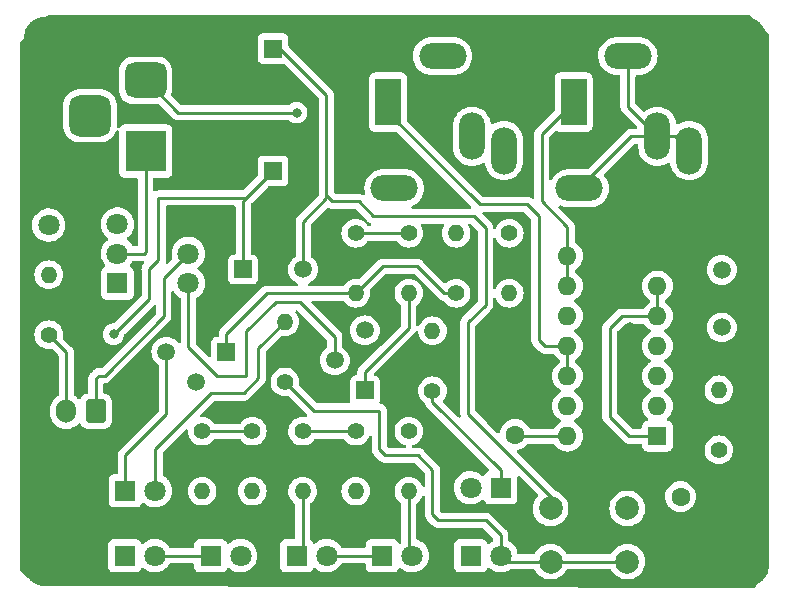
<source format=gbr>
%TF.GenerationSoftware,KiCad,Pcbnew,6.0.9-8da3e8f707~117~ubuntu22.04.1*%
%TF.CreationDate,2022-12-08T14:35:34-04:00*%
%TF.ProjectId,rix,7269782e-6b69-4636-9164-5f7063625858,rev?*%
%TF.SameCoordinates,Original*%
%TF.FileFunction,Copper,L1,Top*%
%TF.FilePolarity,Positive*%
%FSLAX46Y46*%
G04 Gerber Fmt 4.6, Leading zero omitted, Abs format (unit mm)*
G04 Created by KiCad (PCBNEW 6.0.9-8da3e8f707~117~ubuntu22.04.1) date 2022-12-08 14:35:34*
%MOMM*%
%LPD*%
G01*
G04 APERTURE LIST*
G04 Aperture macros list*
%AMRoundRect*
0 Rectangle with rounded corners*
0 $1 Rounding radius*
0 $2 $3 $4 $5 $6 $7 $8 $9 X,Y pos of 4 corners*
0 Add a 4 corners polygon primitive as box body*
4,1,4,$2,$3,$4,$5,$6,$7,$8,$9,$2,$3,0*
0 Add four circle primitives for the rounded corners*
1,1,$1+$1,$2,$3*
1,1,$1+$1,$4,$5*
1,1,$1+$1,$6,$7*
1,1,$1+$1,$8,$9*
0 Add four rect primitives between the rounded corners*
20,1,$1+$1,$2,$3,$4,$5,0*
20,1,$1+$1,$4,$5,$6,$7,0*
20,1,$1+$1,$6,$7,$8,$9,0*
20,1,$1+$1,$8,$9,$2,$3,0*%
G04 Aperture macros list end*
%TA.AperFunction,ConnectorPad*%
%ADD10C,3.800000*%
%TD*%
%TA.AperFunction,ComponentPad*%
%ADD11C,2.600000*%
%TD*%
%TA.AperFunction,ComponentPad*%
%ADD12C,1.500000*%
%TD*%
%TA.AperFunction,ComponentPad*%
%ADD13R,1.500000X1.500000*%
%TD*%
%TA.AperFunction,ComponentPad*%
%ADD14O,1.600000X1.600000*%
%TD*%
%TA.AperFunction,ComponentPad*%
%ADD15R,1.600000X1.600000*%
%TD*%
%TA.AperFunction,ComponentPad*%
%ADD16R,1.800000X1.800000*%
%TD*%
%TA.AperFunction,ComponentPad*%
%ADD17C,1.800000*%
%TD*%
%TA.AperFunction,ComponentPad*%
%ADD18C,2.000000*%
%TD*%
%TA.AperFunction,ComponentPad*%
%ADD19O,1.400000X1.400000*%
%TD*%
%TA.AperFunction,ComponentPad*%
%ADD20C,1.400000*%
%TD*%
%TA.AperFunction,ComponentPad*%
%ADD21RoundRect,0.875000X-0.875000X0.875000X-0.875000X-0.875000X0.875000X-0.875000X0.875000X0.875000X0*%
%TD*%
%TA.AperFunction,ComponentPad*%
%ADD22RoundRect,0.750000X-1.000000X0.750000X-1.000000X-0.750000X1.000000X-0.750000X1.000000X0.750000X0*%
%TD*%
%TA.AperFunction,ComponentPad*%
%ADD23R,3.500000X3.500000*%
%TD*%
%TA.AperFunction,ComponentPad*%
%ADD24O,1.700000X2.000000*%
%TD*%
%TA.AperFunction,ComponentPad*%
%ADD25RoundRect,0.250000X0.600000X0.750000X-0.600000X0.750000X-0.600000X-0.750000X0.600000X-0.750000X0*%
%TD*%
%TA.AperFunction,ComponentPad*%
%ADD26O,4.000000X2.200000*%
%TD*%
%TA.AperFunction,ComponentPad*%
%ADD27R,2.200000X4.000000*%
%TD*%
%TA.AperFunction,ComponentPad*%
%ADD28O,2.200000X4.000000*%
%TD*%
%TA.AperFunction,ComponentPad*%
%ADD29C,1.600000*%
%TD*%
%TA.AperFunction,ViaPad*%
%ADD30C,0.800000*%
%TD*%
%TA.AperFunction,Conductor*%
%ADD31C,0.250000*%
%TD*%
G04 APERTURE END LIST*
D10*
%TO.P,H5,1,1*%
%TO.N,GND*%
X123000000Y-93500000D03*
D11*
X123000000Y-93500000D03*
%TD*%
D12*
%TO.P,Y1,2,2*%
%TO.N,Net-(R2-Pad2)*%
X141500000Y-91430000D03*
%TO.P,Y1,1,1*%
%TO.N,Net-(U1-Pad13)*%
X141500000Y-86550000D03*
%TD*%
%TO.P,U3,3,K*%
%TO.N,Net-(D7-Pad1)*%
X94460000Y-93480000D03*
%TO.P,U3,2,A*%
%TO.N,Net-(J4-Pad2)*%
X97000000Y-96020000D03*
D13*
%TO.P,U3,1,REF*%
%TO.N,Net-(R10-Pad2)*%
X99540000Y-93480000D03*
%TD*%
D12*
%TO.P,U2,3,VI*%
%TO.N,+9V*%
X106040000Y-86520000D03*
%TO.P,U2,2,GND*%
%TO.N,GND*%
X103500000Y-83980000D03*
D13*
%TO.P,U2,1,VO*%
%TO.N,Net-(C2-Pad1)*%
X100960000Y-86520000D03*
%TD*%
D14*
%TO.P,U1,14,VCC*%
%TO.N,Net-(C2-Pad1)*%
X128430000Y-100625000D03*
%TO.P,U1,13*%
%TO.N,Net-(U1-Pad13)*%
X128430000Y-98085000D03*
%TO.P,U1,12*%
%TO.N,Net-(J2-PadT)*%
X128430000Y-95545000D03*
%TO.P,U1,11*%
X128430000Y-93005000D03*
%TO.P,U1,10*%
%TO.N,Net-(J2-PadR)*%
X128430000Y-90465000D03*
%TO.P,U1,9*%
%TO.N,Net-(J1-PadT)*%
X128430000Y-87925000D03*
%TO.P,U1,8*%
X128430000Y-85385000D03*
%TO.P,U1,7,GND*%
%TO.N,GND*%
X136050000Y-85385000D03*
%TO.P,U1,6*%
%TO.N,Net-(R2-Pad1)*%
X136050000Y-87925000D03*
%TO.P,U1,5*%
X136050000Y-90465000D03*
%TO.P,U1,4*%
%TO.N,Net-(J1-PadR)*%
X136050000Y-93005000D03*
%TO.P,U1,3*%
%TO.N,Net-(R2-Pad2)*%
X136050000Y-95545000D03*
%TO.P,U1,2*%
X136050000Y-98085000D03*
D15*
%TO.P,U1,1*%
%TO.N,Net-(R2-Pad1)*%
X136050000Y-100625000D03*
%TD*%
D16*
%TO.P,SW2,1,A*%
%TO.N,Net-(D6-Pad2)*%
X90327500Y-87672500D03*
D17*
%TO.P,SW2,2,B*%
%TO.N,+9V*%
X90327500Y-85172500D03*
%TO.P,SW2,3,C*%
%TO.N,unconnected-(SW2-Pad3)*%
X90327500Y-82672500D03*
%TO.P,SW2,4,A*%
%TO.N,Net-(Q1-Pad2)*%
X96327500Y-87672500D03*
%TO.P,SW2,5,B*%
%TO.N,Net-(J3-Pad1)*%
X96327500Y-85172500D03*
%TO.P,SW2,6,C*%
%TO.N,GND*%
X96327500Y-82672500D03*
%TD*%
D18*
%TO.P,SW1,2*%
%TO.N,+9V*%
X127000000Y-106750000D03*
X133500000Y-106750000D03*
%TO.P,SW1,1*%
%TO.N,Net-(D6-Pad2)*%
X127000000Y-111250000D03*
X133500000Y-111250000D03*
%TD*%
D19*
%TO.P,R13,2*%
%TO.N,Net-(J4-Pad2)*%
X117000000Y-91710000D03*
D20*
%TO.P,R13,1*%
%TO.N,Net-(D8-Pad1)*%
X117000000Y-96790000D03*
%TD*%
D19*
%TO.P,R12,2*%
%TO.N,Net-(D7-Pad2)*%
X104500000Y-90960000D03*
D20*
%TO.P,R12,1*%
%TO.N,Net-(D6-Pad2)*%
X104500000Y-96040000D03*
%TD*%
D19*
%TO.P,R11,2*%
%TO.N,Net-(D7-Pad1)*%
X115000000Y-88540000D03*
D20*
%TO.P,R11,1*%
%TO.N,Net-(D6-Pad2)*%
X115000000Y-83460000D03*
%TD*%
%TO.P,R10,1*%
%TO.N,Net-(D6-Pad2)*%
X110500000Y-83460000D03*
D19*
%TO.P,R10,2*%
%TO.N,Net-(R10-Pad2)*%
X110500000Y-88540000D03*
%TD*%
%TO.P,R9,2*%
%TO.N,Net-(R8-Pad1)*%
X119000000Y-83460000D03*
D20*
%TO.P,R9,1*%
%TO.N,Net-(R10-Pad2)*%
X119000000Y-88540000D03*
%TD*%
D19*
%TO.P,R8,2*%
%TO.N,Net-(J4-Pad2)*%
X123500000Y-88540000D03*
D20*
%TO.P,R8,1*%
%TO.N,Net-(R8-Pad1)*%
X123500000Y-83460000D03*
%TD*%
%TO.P,R7,1*%
%TO.N,Net-(J3-Pad1)*%
X115000000Y-100210000D03*
D19*
%TO.P,R7,2*%
%TO.N,Net-(D5-Pad2)*%
X115000000Y-105290000D03*
%TD*%
%TO.P,R6,2*%
%TO.N,Net-(D4-Pad2)*%
X110500000Y-105290000D03*
D20*
%TO.P,R6,1*%
%TO.N,Net-(J3-Pad1)*%
X110500000Y-100210000D03*
%TD*%
D19*
%TO.P,R5,2*%
%TO.N,Net-(D3-Pad2)*%
X106000000Y-105290000D03*
D20*
%TO.P,R5,1*%
%TO.N,Net-(J3-Pad1)*%
X106000000Y-100210000D03*
%TD*%
D19*
%TO.P,R4,2*%
%TO.N,Net-(D2-Pad2)*%
X101750000Y-105290000D03*
D20*
%TO.P,R4,1*%
%TO.N,Net-(J3-Pad1)*%
X101750000Y-100210000D03*
%TD*%
D19*
%TO.P,R3,2*%
%TO.N,Net-(D2-Pad1)*%
X97500000Y-105290000D03*
D20*
%TO.P,R3,1*%
%TO.N,Net-(J3-Pad1)*%
X97500000Y-100210000D03*
%TD*%
D19*
%TO.P,R2,2*%
%TO.N,Net-(R2-Pad2)*%
X141250000Y-96710000D03*
D20*
%TO.P,R2,1*%
%TO.N,Net-(R2-Pad1)*%
X141250000Y-101790000D03*
%TD*%
D19*
%TO.P,R1,2*%
%TO.N,Net-(D1-Pad2)*%
X84500000Y-86960000D03*
D20*
%TO.P,R1,1*%
%TO.N,+9V*%
X84500000Y-92040000D03*
%TD*%
D12*
%TO.P,Q1,3,S*%
%TO.N,Net-(J4-Pad2)*%
X111270000Y-91670000D03*
%TO.P,Q1,2,D*%
%TO.N,Net-(Q1-Pad2)*%
X108730000Y-94210000D03*
D13*
%TO.P,Q1,1,G*%
%TO.N,Net-(D7-Pad1)*%
X111270000Y-96750000D03*
%TD*%
D21*
%TO.P,J4,3*%
%TO.N,unconnected-(J4-Pad3)*%
X88007500Y-73500000D03*
D22*
%TO.P,J4,2*%
%TO.N,Net-(J4-Pad2)*%
X92707500Y-70500000D03*
D23*
%TO.P,J4,1*%
%TO.N,+9V*%
X92707500Y-76500000D03*
%TD*%
D24*
%TO.P,J3,2,Pin_2*%
%TO.N,+9V*%
X86000000Y-98525000D03*
D25*
%TO.P,J3,1,Pin_1*%
%TO.N,Net-(J3-Pad1)*%
X88500000Y-98525000D03*
%TD*%
D26*
%TO.P,J2,TN*%
%TO.N,Net-(J2-PadR)*%
X113750000Y-79650000D03*
D27*
%TO.P,J2,T*%
%TO.N,Net-(J2-PadT)*%
X113250000Y-72350000D03*
D26*
%TO.P,J2,S*%
%TO.N,Net-(J2-PadR)*%
X117850000Y-68450000D03*
D28*
%TO.P,J2,RN*%
X120350000Y-75250000D03*
%TO.P,J2,R*%
X123050000Y-76450000D03*
%TD*%
%TO.P,J1,R*%
%TO.N,Net-(J1-PadR)*%
X138742500Y-76450000D03*
%TO.P,J1,RN*%
X136042500Y-75250000D03*
D26*
%TO.P,J1,S*%
X133542500Y-68450000D03*
D27*
%TO.P,J1,T*%
%TO.N,Net-(J1-PadT)*%
X128942500Y-72350000D03*
D26*
%TO.P,J1,TN*%
%TO.N,Net-(J1-PadR)*%
X129442500Y-79650000D03*
%TD*%
D11*
%TO.P,H4,1,1*%
%TO.N,GND*%
X84250000Y-67000000D03*
D10*
X84250000Y-67000000D03*
%TD*%
D11*
%TO.P,H3,1,1*%
%TO.N,GND*%
X143400000Y-67000000D03*
D10*
X143400000Y-67000000D03*
%TD*%
D11*
%TO.P,H2,1,1*%
%TO.N,GND*%
X143650000Y-111450000D03*
D10*
X143650000Y-111450000D03*
%TD*%
D11*
%TO.P,H1,1,1*%
%TO.N,GND*%
X84250000Y-111450000D03*
D10*
X84250000Y-111450000D03*
%TD*%
D17*
%TO.P,D8,2,A*%
%TO.N,Net-(D7-Pad1)*%
X120235000Y-105000000D03*
D16*
%TO.P,D8,1,K*%
%TO.N,Net-(D8-Pad1)*%
X122775000Y-105000000D03*
%TD*%
D17*
%TO.P,D7,2,A*%
%TO.N,Net-(D7-Pad2)*%
X93540000Y-105250000D03*
D16*
%TO.P,D7,1,K*%
%TO.N,Net-(D7-Pad1)*%
X91000000Y-105250000D03*
%TD*%
D17*
%TO.P,D6,2,A*%
%TO.N,Net-(D6-Pad2)*%
X122790000Y-110750000D03*
D16*
%TO.P,D6,1,K*%
%TO.N,Net-(D5-Pad2)*%
X120250000Y-110750000D03*
%TD*%
D17*
%TO.P,D5,2,A*%
%TO.N,Net-(D5-Pad2)*%
X115290000Y-110750000D03*
D16*
%TO.P,D5,1,K*%
%TO.N,Net-(D4-Pad2)*%
X112750000Y-110750000D03*
%TD*%
D17*
%TO.P,D4,2,A*%
%TO.N,Net-(D4-Pad2)*%
X108040000Y-110750000D03*
D16*
%TO.P,D4,1,K*%
%TO.N,Net-(D3-Pad2)*%
X105500000Y-110750000D03*
%TD*%
D17*
%TO.P,D3,2,A*%
%TO.N,Net-(D3-Pad2)*%
X100750000Y-110750000D03*
D16*
%TO.P,D3,1,K*%
%TO.N,Net-(D2-Pad2)*%
X98210000Y-110750000D03*
%TD*%
D17*
%TO.P,D2,2,A*%
%TO.N,Net-(D2-Pad2)*%
X93500000Y-110750000D03*
D16*
%TO.P,D2,1,K*%
%TO.N,Net-(D2-Pad1)*%
X90960000Y-110750000D03*
%TD*%
D17*
%TO.P,D1,2,A*%
%TO.N,Net-(D1-Pad2)*%
X84500000Y-82765000D03*
D16*
%TO.P,D1,1,K*%
%TO.N,GND*%
X84500000Y-80225000D03*
%TD*%
D29*
%TO.P,C4,2*%
%TO.N,GND*%
X140500000Y-105750000D03*
%TO.P,C4,1*%
%TO.N,Net-(C2-Pad1)*%
X138000000Y-105750000D03*
%TD*%
%TO.P,C3,2*%
%TO.N,GND*%
X124000000Y-98000000D03*
%TO.P,C3,1*%
%TO.N,Net-(C2-Pad1)*%
X124000000Y-100500000D03*
%TD*%
%TO.P,C2,2*%
%TO.N,GND*%
X103500000Y-75682380D03*
D15*
%TO.P,C2,1*%
%TO.N,Net-(C2-Pad1)*%
X103500000Y-78182380D03*
%TD*%
D29*
%TO.P,C1,2*%
%TO.N,GND*%
X103500000Y-70317620D03*
D15*
%TO.P,C1,1*%
%TO.N,+9V*%
X103500000Y-67817620D03*
%TD*%
D30*
%TO.N,GND*%
X138600000Y-94500000D03*
X130100000Y-109100000D03*
X117100000Y-84900000D03*
X88000000Y-78400000D03*
X92000000Y-97500000D03*
X99000000Y-83300000D03*
X108100000Y-83400000D03*
X103700000Y-104000000D03*
X103800000Y-81300000D03*
X98500000Y-78500000D03*
X110100000Y-74600000D03*
X109000000Y-66900000D03*
X117500000Y-80100000D03*
X121600000Y-71100000D03*
X134600000Y-78700000D03*
X136800000Y-71600000D03*
X129600000Y-76200000D03*
X133700000Y-91400000D03*
X133500000Y-96200000D03*
%TO.N,Net-(J4-Pad2)*%
X105500000Y-73250000D03*
%TO.N,Net-(C2-Pad1)*%
X90000000Y-92000000D03*
%TD*%
D31*
%TO.N,Net-(C2-Pad1)*%
X90000000Y-92000000D02*
X93000000Y-89000000D01*
X93000000Y-89000000D02*
X93000000Y-86500000D01*
X93000000Y-86500000D02*
X93783810Y-85716190D01*
X93783810Y-85716190D02*
X93783810Y-80466190D01*
X93783810Y-80466190D02*
X101216190Y-80466190D01*
%TO.N,Net-(J3-Pad1)*%
X89250000Y-95500000D02*
X88750000Y-95500000D01*
X94250000Y-90500000D02*
X89250000Y-95500000D01*
X96327500Y-85172500D02*
X94250000Y-87250000D01*
X94250000Y-87250000D02*
X94250000Y-90500000D01*
X88750000Y-95500000D02*
X88500000Y-95750000D01*
X88500000Y-95750000D02*
X88500000Y-98525000D01*
%TO.N,Net-(J4-Pad2)*%
X95457500Y-73250000D02*
X105500000Y-73250000D01*
X92707500Y-70500000D02*
X95457500Y-73250000D01*
%TO.N,Net-(C2-Pad1)*%
X101216190Y-80466190D02*
X103500000Y-78182380D01*
X100960000Y-80722380D02*
X101216190Y-80466190D01*
%TO.N,Net-(Q1-Pad2)*%
X96327500Y-87672500D02*
X96327500Y-93077500D01*
X96327500Y-93077500D02*
X98750000Y-95500000D01*
X108730000Y-92230000D02*
X108730000Y-94210000D01*
X98750000Y-95500000D02*
X101250000Y-95500000D01*
X101250000Y-95500000D02*
X101250000Y-91750000D01*
X101250000Y-91750000D02*
X103750000Y-89250000D01*
X103750000Y-89250000D02*
X105750000Y-89250000D01*
X105750000Y-89250000D02*
X108730000Y-92230000D01*
%TO.N,Net-(D7-Pad2)*%
X93540000Y-105250000D02*
X93540000Y-101710000D01*
X93540000Y-101710000D02*
X98250000Y-97000000D01*
X98250000Y-97000000D02*
X101000000Y-97000000D01*
X101000000Y-97000000D02*
X102250000Y-95750000D01*
X102250000Y-95750000D02*
X102250000Y-93210000D01*
X102250000Y-93210000D02*
X104500000Y-90960000D01*
%TO.N,+9V*%
X108000000Y-80250000D02*
X108500000Y-80750000D01*
X108500000Y-80750000D02*
X110750000Y-80750000D01*
X110750000Y-80750000D02*
X112000000Y-82000000D01*
X120000000Y-91000000D02*
X120000000Y-98750000D01*
X120000000Y-98750000D02*
X127000000Y-105750000D01*
X112000000Y-82000000D02*
X120500000Y-82000000D01*
X127000000Y-105750000D02*
X127000000Y-106750000D01*
X120500000Y-82000000D02*
X121500000Y-83000000D01*
X121500000Y-83000000D02*
X121500000Y-89500000D01*
X121500000Y-89500000D02*
X120000000Y-91000000D01*
%TO.N,Net-(D8-Pad1)*%
X122775000Y-105000000D02*
X122775000Y-103525000D01*
X122775000Y-103525000D02*
X117000000Y-97750000D01*
X117000000Y-97750000D02*
X117000000Y-96790000D01*
%TO.N,+9V*%
X108000000Y-80250000D02*
X108000000Y-71750000D01*
X108000000Y-80500000D02*
X108000000Y-80250000D01*
%TO.N,Net-(D7-Pad1)*%
X111270000Y-96750000D02*
X111270000Y-95230000D01*
X111270000Y-95230000D02*
X115000000Y-91500000D01*
X115000000Y-91500000D02*
X115000000Y-88540000D01*
%TO.N,Net-(R10-Pad2)*%
X110500000Y-88540000D02*
X102960000Y-88540000D01*
X102960000Y-88540000D02*
X99540000Y-91960000D01*
X99540000Y-91960000D02*
X99540000Y-93480000D01*
X119000000Y-88540000D02*
X118010051Y-88540000D01*
X118010051Y-88540000D02*
X115720051Y-86250000D01*
X115720051Y-86250000D02*
X112790000Y-86250000D01*
X112790000Y-86250000D02*
X110500000Y-88540000D01*
%TO.N,Net-(D7-Pad1)*%
X91000000Y-105250000D02*
X91000000Y-102250000D01*
X91000000Y-102250000D02*
X94460000Y-98790000D01*
X94460000Y-98790000D02*
X94460000Y-93480000D01*
%TO.N,Net-(D6-Pad2)*%
X110500000Y-83460000D02*
X115000000Y-83460000D01*
X122790000Y-110750000D02*
X122790000Y-109040000D01*
X122790000Y-109040000D02*
X121500000Y-107750000D01*
X121500000Y-107750000D02*
X117500000Y-107750000D01*
X115750000Y-102250000D02*
X113000000Y-102250000D01*
X117500000Y-107750000D02*
X117000000Y-107250000D01*
X113000000Y-102250000D02*
X112500000Y-101750000D01*
X112500000Y-101750000D02*
X112500000Y-98500000D01*
X117000000Y-107250000D02*
X117000000Y-103500000D01*
X117000000Y-103500000D02*
X115750000Y-102250000D01*
X106960000Y-98500000D02*
X104500000Y-96040000D01*
X112500000Y-98500000D02*
X106960000Y-98500000D01*
%TO.N,+9V*%
X106040000Y-86520000D02*
X106040000Y-82460000D01*
X104067620Y-67817620D02*
X103500000Y-67817620D01*
X106040000Y-82460000D02*
X108000000Y-80500000D01*
X108000000Y-71750000D02*
X104067620Y-67817620D01*
%TO.N,Net-(C2-Pad1)*%
X100960000Y-86520000D02*
X100960000Y-80722380D01*
%TO.N,+9V*%
X92707500Y-84957500D02*
X92750000Y-85000000D01*
X92707500Y-76500000D02*
X92707500Y-84957500D01*
X92750000Y-85000000D02*
X92577500Y-85172500D01*
X92577500Y-85172500D02*
X90327500Y-85172500D01*
X86000000Y-98525000D02*
X86000000Y-93540000D01*
X86000000Y-93540000D02*
X84500000Y-92040000D01*
%TO.N,Net-(J3-Pad1)*%
X101750000Y-100210000D02*
X97500000Y-100210000D01*
X110500000Y-100210000D02*
X106000000Y-100210000D01*
%TO.N,Net-(D3-Pad2)*%
X106000000Y-105290000D02*
X106000000Y-110250000D01*
X106000000Y-110250000D02*
X105500000Y-110750000D01*
%TO.N,Net-(D5-Pad2)*%
X115000000Y-105290000D02*
X115000000Y-110460000D01*
X115000000Y-110460000D02*
X115290000Y-110750000D01*
%TO.N,Net-(D2-Pad2)*%
X98210000Y-110750000D02*
X93500000Y-110750000D01*
%TO.N,Net-(D4-Pad2)*%
X112750000Y-110750000D02*
X108040000Y-110750000D01*
%TO.N,Net-(D6-Pad2)*%
X127000000Y-111250000D02*
X123290000Y-111250000D01*
X123290000Y-111250000D02*
X122790000Y-110750000D01*
X133500000Y-111250000D02*
X127000000Y-111250000D01*
%TO.N,Net-(C2-Pad1)*%
X128430000Y-100625000D02*
X124125000Y-100625000D01*
X124125000Y-100625000D02*
X124000000Y-100500000D01*
%TO.N,Net-(R2-Pad1)*%
X136050000Y-87925000D02*
X136050000Y-90465000D01*
X136050000Y-100625000D02*
X133625000Y-100625000D01*
X133625000Y-100625000D02*
X132000000Y-99000000D01*
X133035000Y-90465000D02*
X136050000Y-90465000D01*
X132000000Y-99000000D02*
X132000000Y-91500000D01*
X132000000Y-91500000D02*
X133035000Y-90465000D01*
%TO.N,Net-(J1-PadR)*%
X136042500Y-75250000D02*
X133842500Y-75250000D01*
X133842500Y-75250000D02*
X129442500Y-79650000D01*
X136042500Y-75250000D02*
X137542500Y-75250000D01*
X137542500Y-75250000D02*
X138742500Y-76450000D01*
X133542500Y-68450000D02*
X133542500Y-72750000D01*
X133542500Y-72750000D02*
X136042500Y-75250000D01*
%TO.N,Net-(J1-PadT)*%
X128430000Y-87925000D02*
X128430000Y-85385000D01*
X128942500Y-72350000D02*
X126250000Y-75042500D01*
X128430000Y-82930000D02*
X128430000Y-85385000D01*
X126250000Y-75042500D02*
X126250000Y-80750000D01*
X126250000Y-80750000D02*
X128430000Y-82930000D01*
%TO.N,Net-(J2-PadT)*%
X128430000Y-93005000D02*
X128430000Y-95545000D01*
X113250000Y-72350000D02*
X113250000Y-73250000D01*
X113250000Y-73250000D02*
X121000000Y-81000000D01*
X121000000Y-81000000D02*
X125000000Y-81000000D01*
X125000000Y-81000000D02*
X126000000Y-82000000D01*
X126000000Y-82000000D02*
X126000000Y-92500000D01*
X126000000Y-92500000D02*
X126505000Y-93005000D01*
X126505000Y-93005000D02*
X128430000Y-93005000D01*
%TD*%
%TA.AperFunction,Conductor*%
%TO.N,GND*%
G36*
X143915931Y-65020002D02*
G01*
X143936905Y-65036905D01*
X145463095Y-66563095D01*
X145497121Y-66625407D01*
X145500000Y-66652190D01*
X145500000Y-110971326D01*
X145487592Y-111025850D01*
X144398816Y-113294135D01*
X144334437Y-113428257D01*
X144286927Y-113481014D01*
X144220421Y-113499732D01*
X84919348Y-113300065D01*
X84881568Y-113294135D01*
X83805390Y-112951715D01*
X82729211Y-112609294D01*
X82678321Y-112578321D01*
X82136905Y-112036905D01*
X82102879Y-111974593D01*
X82100000Y-111947810D01*
X82100000Y-111698134D01*
X89551500Y-111698134D01*
X89558255Y-111760316D01*
X89609385Y-111896705D01*
X89696739Y-112013261D01*
X89813295Y-112100615D01*
X89949684Y-112151745D01*
X90011866Y-112158500D01*
X91908134Y-112158500D01*
X91970316Y-112151745D01*
X92106705Y-112100615D01*
X92223261Y-112013261D01*
X92310615Y-111896705D01*
X92335180Y-111831178D01*
X92377822Y-111774414D01*
X92444383Y-111749714D01*
X92513732Y-111764921D01*
X92533647Y-111778464D01*
X92660164Y-111883500D01*
X92689349Y-111907730D01*
X92889322Y-112024584D01*
X93105694Y-112107209D01*
X93110760Y-112108240D01*
X93110761Y-112108240D01*
X93163846Y-112119040D01*
X93332656Y-112153385D01*
X93462089Y-112158131D01*
X93558949Y-112161683D01*
X93558953Y-112161683D01*
X93564113Y-112161872D01*
X93569233Y-112161216D01*
X93569235Y-112161216D01*
X93643166Y-112151745D01*
X93793847Y-112132442D01*
X93798795Y-112130957D01*
X93798802Y-112130956D01*
X94010747Y-112067369D01*
X94015690Y-112065886D01*
X94074848Y-112036905D01*
X94219049Y-111966262D01*
X94219052Y-111966260D01*
X94223684Y-111963991D01*
X94412243Y-111829494D01*
X94576303Y-111666005D01*
X94711458Y-111477917D01*
X94723440Y-111453672D01*
X94771553Y-111401466D01*
X94836397Y-111383500D01*
X96675500Y-111383500D01*
X96743621Y-111403502D01*
X96790114Y-111457158D01*
X96801500Y-111509500D01*
X96801500Y-111698134D01*
X96808255Y-111760316D01*
X96859385Y-111896705D01*
X96946739Y-112013261D01*
X97063295Y-112100615D01*
X97199684Y-112151745D01*
X97261866Y-112158500D01*
X99158134Y-112158500D01*
X99220316Y-112151745D01*
X99356705Y-112100615D01*
X99473261Y-112013261D01*
X99560615Y-111896705D01*
X99585180Y-111831178D01*
X99627822Y-111774414D01*
X99694383Y-111749714D01*
X99763732Y-111764921D01*
X99783647Y-111778464D01*
X99910164Y-111883500D01*
X99939349Y-111907730D01*
X100139322Y-112024584D01*
X100355694Y-112107209D01*
X100360760Y-112108240D01*
X100360761Y-112108240D01*
X100413846Y-112119040D01*
X100582656Y-112153385D01*
X100712089Y-112158131D01*
X100808949Y-112161683D01*
X100808953Y-112161683D01*
X100814113Y-112161872D01*
X100819233Y-112161216D01*
X100819235Y-112161216D01*
X100893166Y-112151745D01*
X101043847Y-112132442D01*
X101048795Y-112130957D01*
X101048802Y-112130956D01*
X101260747Y-112067369D01*
X101265690Y-112065886D01*
X101324848Y-112036905D01*
X101469049Y-111966262D01*
X101469052Y-111966260D01*
X101473684Y-111963991D01*
X101662243Y-111829494D01*
X101826303Y-111666005D01*
X101961458Y-111477917D01*
X102033002Y-111333159D01*
X102061784Y-111274922D01*
X102061785Y-111274920D01*
X102064078Y-111270280D01*
X102131408Y-111048671D01*
X102161640Y-110819041D01*
X102163327Y-110750000D01*
X102147405Y-110556335D01*
X102144773Y-110524318D01*
X102144772Y-110524312D01*
X102144349Y-110519167D01*
X102087925Y-110294533D01*
X102085866Y-110289797D01*
X101997630Y-110086868D01*
X101997628Y-110086865D01*
X101995570Y-110082131D01*
X101869764Y-109887665D01*
X101713887Y-109716358D01*
X101709836Y-109713159D01*
X101709832Y-109713155D01*
X101536177Y-109576011D01*
X101536172Y-109576008D01*
X101532123Y-109572810D01*
X101527607Y-109570317D01*
X101527604Y-109570315D01*
X101333879Y-109463373D01*
X101333875Y-109463371D01*
X101329355Y-109460876D01*
X101324486Y-109459152D01*
X101324482Y-109459150D01*
X101115903Y-109385288D01*
X101115899Y-109385287D01*
X101111028Y-109383562D01*
X101105935Y-109382655D01*
X101105932Y-109382654D01*
X100888095Y-109343851D01*
X100888089Y-109343850D01*
X100883006Y-109342945D01*
X100810096Y-109342054D01*
X100656581Y-109340179D01*
X100656579Y-109340179D01*
X100651411Y-109340116D01*
X100422464Y-109375150D01*
X100202314Y-109447106D01*
X100197726Y-109449494D01*
X100197722Y-109449496D01*
X100049401Y-109526707D01*
X99996872Y-109554052D01*
X99992739Y-109557155D01*
X99992736Y-109557157D01*
X99815790Y-109690012D01*
X99811655Y-109693117D01*
X99794170Y-109711414D01*
X99732646Y-109746844D01*
X99661733Y-109743387D01*
X99603947Y-109702141D01*
X99585094Y-109668592D01*
X99563768Y-109611705D01*
X99563767Y-109611703D01*
X99560615Y-109603295D01*
X99473261Y-109486739D01*
X99356705Y-109399385D01*
X99220316Y-109348255D01*
X99158134Y-109341500D01*
X97261866Y-109341500D01*
X97199684Y-109348255D01*
X97063295Y-109399385D01*
X96946739Y-109486739D01*
X96859385Y-109603295D01*
X96808255Y-109739684D01*
X96801500Y-109801866D01*
X96801500Y-109990500D01*
X96781498Y-110058621D01*
X96727842Y-110105114D01*
X96675500Y-110116500D01*
X94836359Y-110116500D01*
X94768238Y-110096498D01*
X94730567Y-110058940D01*
X94730361Y-110058621D01*
X94619764Y-109887665D01*
X94463887Y-109716358D01*
X94459836Y-109713159D01*
X94459832Y-109713155D01*
X94286177Y-109576011D01*
X94286172Y-109576008D01*
X94282123Y-109572810D01*
X94277607Y-109570317D01*
X94277604Y-109570315D01*
X94083879Y-109463373D01*
X94083875Y-109463371D01*
X94079355Y-109460876D01*
X94074486Y-109459152D01*
X94074482Y-109459150D01*
X93865903Y-109385288D01*
X93865899Y-109385287D01*
X93861028Y-109383562D01*
X93855935Y-109382655D01*
X93855932Y-109382654D01*
X93638095Y-109343851D01*
X93638089Y-109343850D01*
X93633006Y-109342945D01*
X93560096Y-109342054D01*
X93406581Y-109340179D01*
X93406579Y-109340179D01*
X93401411Y-109340116D01*
X93172464Y-109375150D01*
X92952314Y-109447106D01*
X92947726Y-109449494D01*
X92947722Y-109449496D01*
X92799401Y-109526707D01*
X92746872Y-109554052D01*
X92742739Y-109557155D01*
X92742736Y-109557157D01*
X92565790Y-109690012D01*
X92561655Y-109693117D01*
X92544170Y-109711414D01*
X92482646Y-109746844D01*
X92411733Y-109743387D01*
X92353947Y-109702141D01*
X92335094Y-109668592D01*
X92313768Y-109611705D01*
X92313767Y-109611703D01*
X92310615Y-109603295D01*
X92223261Y-109486739D01*
X92106705Y-109399385D01*
X91970316Y-109348255D01*
X91908134Y-109341500D01*
X90011866Y-109341500D01*
X89949684Y-109348255D01*
X89813295Y-109399385D01*
X89696739Y-109486739D01*
X89609385Y-109603295D01*
X89558255Y-109739684D01*
X89551500Y-109801866D01*
X89551500Y-111698134D01*
X82100000Y-111698134D01*
X82100000Y-92040000D01*
X83286884Y-92040000D01*
X83305314Y-92250655D01*
X83306738Y-92255968D01*
X83306738Y-92255970D01*
X83358149Y-92447836D01*
X83360044Y-92454910D01*
X83362366Y-92459891D01*
X83362367Y-92459892D01*
X83445747Y-92638700D01*
X83449411Y-92646558D01*
X83570699Y-92819776D01*
X83720224Y-92969301D01*
X83893442Y-93090589D01*
X83898420Y-93092910D01*
X83898423Y-93092912D01*
X84079585Y-93177389D01*
X84085090Y-93179956D01*
X84090398Y-93181378D01*
X84090400Y-93181379D01*
X84284030Y-93233262D01*
X84284032Y-93233262D01*
X84289345Y-93234686D01*
X84500000Y-93253116D01*
X84710655Y-93234686D01*
X84715971Y-93233262D01*
X84720563Y-93232452D01*
X84791123Y-93240321D01*
X84831539Y-93267443D01*
X85329595Y-93765499D01*
X85363621Y-93827811D01*
X85366500Y-93854594D01*
X85366500Y-97099404D01*
X85346498Y-97167525D01*
X85305867Y-97207122D01*
X85196683Y-97273377D01*
X85192653Y-97276874D01*
X85099484Y-97357722D01*
X85022555Y-97424477D01*
X85003809Y-97447339D01*
X84879760Y-97598627D01*
X84879756Y-97598633D01*
X84876376Y-97602755D01*
X84873737Y-97607391D01*
X84873735Y-97607394D01*
X84849833Y-97649384D01*
X84762325Y-97803114D01*
X84683663Y-98019825D01*
X84682714Y-98025074D01*
X84682713Y-98025077D01*
X84643377Y-98242608D01*
X84643376Y-98242615D01*
X84642639Y-98246692D01*
X84641500Y-98270844D01*
X84641500Y-98732890D01*
X84643797Y-98759958D01*
X84655552Y-98898495D01*
X84656080Y-98904720D01*
X84657418Y-98909875D01*
X84657419Y-98909881D01*
X84711784Y-99119339D01*
X84713999Y-99127872D01*
X84716191Y-99132738D01*
X84716192Y-99132741D01*
X84755173Y-99219275D01*
X84808688Y-99338075D01*
X84937441Y-99529319D01*
X84941120Y-99533176D01*
X84941122Y-99533178D01*
X85002710Y-99597738D01*
X85096576Y-99696135D01*
X85281542Y-99833754D01*
X85286293Y-99836170D01*
X85286297Y-99836172D01*
X85349481Y-99868296D01*
X85487051Y-99938240D01*
X85492145Y-99939822D01*
X85492148Y-99939823D01*
X85628299Y-99982099D01*
X85707227Y-100006607D01*
X85712516Y-100007308D01*
X85930489Y-100036198D01*
X85930494Y-100036198D01*
X85935774Y-100036898D01*
X85941103Y-100036698D01*
X85941105Y-100036698D01*
X86050966Y-100032573D01*
X86166158Y-100028249D01*
X86188802Y-100023498D01*
X86329246Y-99994030D01*
X86391791Y-99980907D01*
X86396750Y-99978949D01*
X86396752Y-99978948D01*
X86601256Y-99898185D01*
X86601258Y-99898184D01*
X86606221Y-99896224D01*
X86642343Y-99874305D01*
X86796621Y-99780686D01*
X86803317Y-99776623D01*
X86843134Y-99742072D01*
X86973412Y-99629023D01*
X86973414Y-99629021D01*
X86977445Y-99625523D01*
X87006670Y-99589880D01*
X87065329Y-99549886D01*
X87136299Y-99547954D01*
X87197048Y-99584698D01*
X87211248Y-99603468D01*
X87278760Y-99712565D01*
X87301522Y-99749348D01*
X87426697Y-99874305D01*
X87432927Y-99878145D01*
X87432928Y-99878146D01*
X87570090Y-99962694D01*
X87577262Y-99967115D01*
X87612938Y-99978948D01*
X87738611Y-100020632D01*
X87738613Y-100020632D01*
X87745139Y-100022797D01*
X87751975Y-100023497D01*
X87751978Y-100023498D01*
X87787663Y-100027154D01*
X87849600Y-100033500D01*
X89150400Y-100033500D01*
X89153646Y-100033163D01*
X89153650Y-100033163D01*
X89249308Y-100023238D01*
X89249312Y-100023237D01*
X89256166Y-100022526D01*
X89262702Y-100020345D01*
X89262704Y-100020345D01*
X89409115Y-99971498D01*
X89423946Y-99966550D01*
X89574348Y-99873478D01*
X89699305Y-99748303D01*
X89731462Y-99696135D01*
X89788275Y-99603968D01*
X89788276Y-99603966D01*
X89792115Y-99597738D01*
X89837224Y-99461739D01*
X89845632Y-99436389D01*
X89845632Y-99436387D01*
X89847797Y-99429861D01*
X89858500Y-99325400D01*
X89858500Y-97724600D01*
X89857546Y-97715406D01*
X89848238Y-97625692D01*
X89848237Y-97625688D01*
X89847526Y-97618834D01*
X89843710Y-97607394D01*
X89793868Y-97458002D01*
X89791550Y-97451054D01*
X89698478Y-97300652D01*
X89573303Y-97175695D01*
X89490915Y-97124910D01*
X89428968Y-97086725D01*
X89428966Y-97086724D01*
X89422738Y-97082885D01*
X89262254Y-97029655D01*
X89261389Y-97029368D01*
X89261387Y-97029368D01*
X89254861Y-97027203D01*
X89248020Y-97026502D01*
X89248015Y-97026501D01*
X89246651Y-97026361D01*
X89245864Y-97026040D01*
X89241290Y-97025059D01*
X89241465Y-97024243D01*
X89180925Y-96999517D01*
X89140146Y-96941400D01*
X89133500Y-96901018D01*
X89133500Y-96259577D01*
X89153502Y-96191456D01*
X89207158Y-96144963D01*
X89255534Y-96133639D01*
X89257992Y-96133562D01*
X89261945Y-96133500D01*
X89289856Y-96133500D01*
X89293791Y-96133003D01*
X89293856Y-96132995D01*
X89305693Y-96132062D01*
X89337951Y-96131048D01*
X89341970Y-96130922D01*
X89349889Y-96130673D01*
X89369343Y-96125021D01*
X89388700Y-96121013D01*
X89400930Y-96119468D01*
X89400931Y-96119468D01*
X89408797Y-96118474D01*
X89416168Y-96115555D01*
X89416170Y-96115555D01*
X89449912Y-96102196D01*
X89461142Y-96098351D01*
X89495983Y-96088229D01*
X89495984Y-96088229D01*
X89503593Y-96086018D01*
X89510412Y-96081985D01*
X89510417Y-96081983D01*
X89521028Y-96075707D01*
X89538776Y-96067012D01*
X89557617Y-96059552D01*
X89584529Y-96040000D01*
X89593387Y-96033564D01*
X89603307Y-96027048D01*
X89634535Y-96008580D01*
X89634538Y-96008578D01*
X89641362Y-96004542D01*
X89655683Y-95990221D01*
X89670717Y-95977380D01*
X89680694Y-95970131D01*
X89687107Y-95965472D01*
X89715298Y-95931395D01*
X89723288Y-95922616D01*
X94642253Y-91003652D01*
X94650539Y-90996112D01*
X94657018Y-90992000D01*
X94703644Y-90942348D01*
X94706398Y-90939507D01*
X94726135Y-90919770D01*
X94728615Y-90916573D01*
X94736320Y-90907551D01*
X94761159Y-90881100D01*
X94766586Y-90875321D01*
X94770405Y-90868375D01*
X94770407Y-90868372D01*
X94776348Y-90857566D01*
X94787199Y-90841047D01*
X94787559Y-90840583D01*
X94799614Y-90825041D01*
X94802759Y-90817772D01*
X94802762Y-90817768D01*
X94817174Y-90784463D01*
X94822391Y-90773813D01*
X94843695Y-90735060D01*
X94848733Y-90715437D01*
X94855137Y-90696734D01*
X94860033Y-90685420D01*
X94860033Y-90685419D01*
X94863181Y-90678145D01*
X94864420Y-90670322D01*
X94864423Y-90670312D01*
X94870099Y-90634476D01*
X94872505Y-90622856D01*
X94881528Y-90587711D01*
X94881528Y-90587710D01*
X94883500Y-90580030D01*
X94883500Y-90559776D01*
X94885051Y-90540065D01*
X94886980Y-90527886D01*
X94888220Y-90520057D01*
X94884059Y-90476038D01*
X94883500Y-90464181D01*
X94883500Y-88458713D01*
X94903502Y-88390592D01*
X94957158Y-88344099D01*
X95027432Y-88333995D01*
X95092012Y-88363489D01*
X95116932Y-88392877D01*
X95187001Y-88507219D01*
X95338647Y-88682284D01*
X95516849Y-88830230D01*
X95629573Y-88896100D01*
X95631570Y-88897267D01*
X95680294Y-88948905D01*
X95694000Y-89006055D01*
X95694000Y-92648587D01*
X95673998Y-92716708D01*
X95620342Y-92763201D01*
X95550068Y-92773305D01*
X95485488Y-92743811D01*
X95464787Y-92720857D01*
X95430912Y-92672478D01*
X95430907Y-92672472D01*
X95427749Y-92667962D01*
X95272038Y-92512251D01*
X95246632Y-92494461D01*
X95180044Y-92447836D01*
X95091654Y-92385944D01*
X94892076Y-92292880D01*
X94679371Y-92235885D01*
X94460000Y-92216693D01*
X94240629Y-92235885D01*
X94027924Y-92292880D01*
X93938466Y-92334595D01*
X93833334Y-92383618D01*
X93833329Y-92383621D01*
X93828347Y-92385944D01*
X93823840Y-92389100D01*
X93823838Y-92389101D01*
X93652473Y-92509092D01*
X93652470Y-92509094D01*
X93647962Y-92512251D01*
X93492251Y-92667962D01*
X93489094Y-92672470D01*
X93489092Y-92672473D01*
X93383222Y-92823671D01*
X93365944Y-92848347D01*
X93363621Y-92853329D01*
X93363618Y-92853334D01*
X93326550Y-92932828D01*
X93272880Y-93047924D01*
X93215885Y-93260629D01*
X93196693Y-93480000D01*
X93215885Y-93699371D01*
X93272880Y-93912076D01*
X93307034Y-93985319D01*
X93363618Y-94106666D01*
X93363621Y-94106671D01*
X93365944Y-94111653D01*
X93369100Y-94116160D01*
X93369101Y-94116162D01*
X93430974Y-94204525D01*
X93492251Y-94292038D01*
X93647962Y-94447749D01*
X93652470Y-94450906D01*
X93652473Y-94450908D01*
X93705866Y-94488294D01*
X93772772Y-94535142D01*
X93817099Y-94590598D01*
X93826500Y-94638354D01*
X93826500Y-98475406D01*
X93806498Y-98543527D01*
X93789595Y-98564501D01*
X92183862Y-100170233D01*
X90607747Y-101746348D01*
X90599461Y-101753888D01*
X90592982Y-101758000D01*
X90587557Y-101763777D01*
X90546357Y-101807651D01*
X90543602Y-101810493D01*
X90523865Y-101830230D01*
X90521385Y-101833427D01*
X90513682Y-101842447D01*
X90483414Y-101874679D01*
X90479595Y-101881625D01*
X90479593Y-101881628D01*
X90473652Y-101892434D01*
X90462801Y-101908953D01*
X90450386Y-101924959D01*
X90447241Y-101932228D01*
X90447238Y-101932232D01*
X90432826Y-101965537D01*
X90427609Y-101976187D01*
X90406305Y-102014940D01*
X90404334Y-102022615D01*
X90404334Y-102022616D01*
X90401267Y-102034562D01*
X90394863Y-102053266D01*
X90386819Y-102071855D01*
X90385580Y-102079678D01*
X90385577Y-102079688D01*
X90379901Y-102115524D01*
X90377495Y-102127144D01*
X90373845Y-102141362D01*
X90366500Y-102169970D01*
X90366500Y-102190224D01*
X90364949Y-102209934D01*
X90361780Y-102229943D01*
X90362526Y-102237835D01*
X90365941Y-102273961D01*
X90366500Y-102285819D01*
X90366500Y-103715500D01*
X90346498Y-103783621D01*
X90292842Y-103830114D01*
X90240500Y-103841500D01*
X90051866Y-103841500D01*
X89989684Y-103848255D01*
X89853295Y-103899385D01*
X89736739Y-103986739D01*
X89649385Y-104103295D01*
X89598255Y-104239684D01*
X89591500Y-104301866D01*
X89591500Y-106198134D01*
X89598255Y-106260316D01*
X89649385Y-106396705D01*
X89736739Y-106513261D01*
X89853295Y-106600615D01*
X89989684Y-106651745D01*
X90051866Y-106658500D01*
X91948134Y-106658500D01*
X92010316Y-106651745D01*
X92146705Y-106600615D01*
X92263261Y-106513261D01*
X92350615Y-106396705D01*
X92375180Y-106331178D01*
X92417822Y-106274414D01*
X92484383Y-106249714D01*
X92553732Y-106264921D01*
X92573647Y-106278464D01*
X92722875Y-106402355D01*
X92729349Y-106407730D01*
X92929322Y-106524584D01*
X93145694Y-106607209D01*
X93150760Y-106608240D01*
X93150761Y-106608240D01*
X93203846Y-106619040D01*
X93372656Y-106653385D01*
X93502089Y-106658131D01*
X93598949Y-106661683D01*
X93598953Y-106661683D01*
X93604113Y-106661872D01*
X93609233Y-106661216D01*
X93609235Y-106661216D01*
X93683166Y-106651745D01*
X93833847Y-106632442D01*
X93838795Y-106630957D01*
X93838802Y-106630956D01*
X94050747Y-106567369D01*
X94055690Y-106565886D01*
X94136236Y-106526427D01*
X94259049Y-106466262D01*
X94259052Y-106466260D01*
X94263684Y-106463991D01*
X94452243Y-106329494D01*
X94616303Y-106166005D01*
X94630172Y-106146705D01*
X94681086Y-106075850D01*
X94751458Y-105977917D01*
X94754083Y-105972607D01*
X94851784Y-105774922D01*
X94851785Y-105774920D01*
X94854078Y-105770280D01*
X94921408Y-105548671D01*
X94951640Y-105319041D01*
X94952087Y-105300757D01*
X94952350Y-105290000D01*
X96286884Y-105290000D01*
X96305314Y-105500655D01*
X96306738Y-105505968D01*
X96306738Y-105505970D01*
X96353611Y-105680900D01*
X96360044Y-105704910D01*
X96362366Y-105709891D01*
X96362367Y-105709892D01*
X96418523Y-105830318D01*
X96449411Y-105896558D01*
X96570699Y-106069776D01*
X96720224Y-106219301D01*
X96893442Y-106340589D01*
X96898420Y-106342910D01*
X96898423Y-106342912D01*
X97080108Y-106427633D01*
X97085090Y-106429956D01*
X97090398Y-106431378D01*
X97090400Y-106431379D01*
X97284030Y-106483262D01*
X97284032Y-106483262D01*
X97289345Y-106484686D01*
X97500000Y-106503116D01*
X97710655Y-106484686D01*
X97715968Y-106483262D01*
X97715970Y-106483262D01*
X97909600Y-106431379D01*
X97909602Y-106431378D01*
X97914910Y-106429956D01*
X97919892Y-106427633D01*
X98101577Y-106342912D01*
X98101580Y-106342910D01*
X98106558Y-106340589D01*
X98279776Y-106219301D01*
X98429301Y-106069776D01*
X98550589Y-105896558D01*
X98581478Y-105830318D01*
X98637633Y-105709892D01*
X98637634Y-105709891D01*
X98639956Y-105704910D01*
X98646390Y-105680900D01*
X98693262Y-105505970D01*
X98693262Y-105505968D01*
X98694686Y-105500655D01*
X98713116Y-105290000D01*
X100536884Y-105290000D01*
X100555314Y-105500655D01*
X100556738Y-105505968D01*
X100556738Y-105505970D01*
X100603611Y-105680900D01*
X100610044Y-105704910D01*
X100612366Y-105709891D01*
X100612367Y-105709892D01*
X100668523Y-105830318D01*
X100699411Y-105896558D01*
X100820699Y-106069776D01*
X100970224Y-106219301D01*
X101143442Y-106340589D01*
X101148420Y-106342910D01*
X101148423Y-106342912D01*
X101330108Y-106427633D01*
X101335090Y-106429956D01*
X101340398Y-106431378D01*
X101340400Y-106431379D01*
X101534030Y-106483262D01*
X101534032Y-106483262D01*
X101539345Y-106484686D01*
X101750000Y-106503116D01*
X101960655Y-106484686D01*
X101965968Y-106483262D01*
X101965970Y-106483262D01*
X102159600Y-106431379D01*
X102159602Y-106431378D01*
X102164910Y-106429956D01*
X102169892Y-106427633D01*
X102351577Y-106342912D01*
X102351580Y-106342910D01*
X102356558Y-106340589D01*
X102529776Y-106219301D01*
X102679301Y-106069776D01*
X102800589Y-105896558D01*
X102831478Y-105830318D01*
X102887633Y-105709892D01*
X102887634Y-105709891D01*
X102889956Y-105704910D01*
X102896390Y-105680900D01*
X102943262Y-105505970D01*
X102943262Y-105505968D01*
X102944686Y-105500655D01*
X102963116Y-105290000D01*
X102944686Y-105079345D01*
X102929942Y-105024318D01*
X102891379Y-104880400D01*
X102891378Y-104880398D01*
X102889956Y-104875090D01*
X102876305Y-104845815D01*
X102802912Y-104688423D01*
X102802910Y-104688420D01*
X102800589Y-104683442D01*
X102679301Y-104510224D01*
X102529776Y-104360699D01*
X102356558Y-104239411D01*
X102351580Y-104237090D01*
X102351577Y-104237088D01*
X102169892Y-104152367D01*
X102169891Y-104152366D01*
X102164910Y-104150044D01*
X102159602Y-104148622D01*
X102159600Y-104148621D01*
X101965970Y-104096738D01*
X101965968Y-104096738D01*
X101960655Y-104095314D01*
X101750000Y-104076884D01*
X101539345Y-104095314D01*
X101534032Y-104096738D01*
X101534030Y-104096738D01*
X101340400Y-104148621D01*
X101340398Y-104148622D01*
X101335090Y-104150044D01*
X101330109Y-104152366D01*
X101330108Y-104152367D01*
X101148423Y-104237088D01*
X101148420Y-104237090D01*
X101143442Y-104239411D01*
X100970224Y-104360699D01*
X100820699Y-104510224D01*
X100699411Y-104683442D01*
X100697090Y-104688420D01*
X100697088Y-104688423D01*
X100623695Y-104845815D01*
X100610044Y-104875090D01*
X100608622Y-104880398D01*
X100608621Y-104880400D01*
X100570058Y-105024318D01*
X100555314Y-105079345D01*
X100536884Y-105290000D01*
X98713116Y-105290000D01*
X98694686Y-105079345D01*
X98679942Y-105024318D01*
X98641379Y-104880400D01*
X98641378Y-104880398D01*
X98639956Y-104875090D01*
X98626305Y-104845815D01*
X98552912Y-104688423D01*
X98552910Y-104688420D01*
X98550589Y-104683442D01*
X98429301Y-104510224D01*
X98279776Y-104360699D01*
X98106558Y-104239411D01*
X98101580Y-104237090D01*
X98101577Y-104237088D01*
X97919892Y-104152367D01*
X97919891Y-104152366D01*
X97914910Y-104150044D01*
X97909602Y-104148622D01*
X97909600Y-104148621D01*
X97715970Y-104096738D01*
X97715968Y-104096738D01*
X97710655Y-104095314D01*
X97500000Y-104076884D01*
X97289345Y-104095314D01*
X97284032Y-104096738D01*
X97284030Y-104096738D01*
X97090400Y-104148621D01*
X97090398Y-104148622D01*
X97085090Y-104150044D01*
X97080109Y-104152366D01*
X97080108Y-104152367D01*
X96898423Y-104237088D01*
X96898420Y-104237090D01*
X96893442Y-104239411D01*
X96720224Y-104360699D01*
X96570699Y-104510224D01*
X96449411Y-104683442D01*
X96447090Y-104688420D01*
X96447088Y-104688423D01*
X96373695Y-104845815D01*
X96360044Y-104875090D01*
X96358622Y-104880398D01*
X96358621Y-104880400D01*
X96320058Y-105024318D01*
X96305314Y-105079345D01*
X96286884Y-105290000D01*
X94952350Y-105290000D01*
X94953245Y-105253365D01*
X94953245Y-105253361D01*
X94953327Y-105250000D01*
X94938860Y-105074030D01*
X94934773Y-105024318D01*
X94934772Y-105024312D01*
X94934349Y-105019167D01*
X94899493Y-104880400D01*
X94879184Y-104799544D01*
X94879183Y-104799540D01*
X94877925Y-104794533D01*
X94854493Y-104740643D01*
X94787630Y-104586868D01*
X94787628Y-104586865D01*
X94785570Y-104582131D01*
X94659764Y-104387665D01*
X94632353Y-104357540D01*
X94527734Y-104242566D01*
X94503887Y-104216358D01*
X94499836Y-104213159D01*
X94499832Y-104213155D01*
X94326178Y-104076012D01*
X94326175Y-104076010D01*
X94322123Y-104072810D01*
X94238607Y-104026707D01*
X94188636Y-103976274D01*
X94173500Y-103916398D01*
X94173500Y-102024594D01*
X94193502Y-101956473D01*
X94210405Y-101935499D01*
X96075747Y-100070157D01*
X96138059Y-100036131D01*
X96208874Y-100041196D01*
X96265710Y-100083743D01*
X96290521Y-100150263D01*
X96290363Y-100170233D01*
X96286884Y-100210000D01*
X96305314Y-100420655D01*
X96306738Y-100425968D01*
X96306738Y-100425970D01*
X96353611Y-100600900D01*
X96360044Y-100624910D01*
X96362366Y-100629891D01*
X96362367Y-100629892D01*
X96413437Y-100739411D01*
X96449411Y-100816558D01*
X96570699Y-100989776D01*
X96720224Y-101139301D01*
X96893442Y-101260589D01*
X96898420Y-101262910D01*
X96898423Y-101262912D01*
X97080108Y-101347633D01*
X97085090Y-101349956D01*
X97090398Y-101351378D01*
X97090400Y-101351379D01*
X97284030Y-101403262D01*
X97284032Y-101403262D01*
X97289345Y-101404686D01*
X97500000Y-101423116D01*
X97710655Y-101404686D01*
X97715968Y-101403262D01*
X97715970Y-101403262D01*
X97909600Y-101351379D01*
X97909602Y-101351378D01*
X97914910Y-101349956D01*
X97919892Y-101347633D01*
X98101577Y-101262912D01*
X98101580Y-101262910D01*
X98106558Y-101260589D01*
X98279776Y-101139301D01*
X98429301Y-100989776D01*
X98494102Y-100897230D01*
X98549559Y-100852901D01*
X98597315Y-100843500D01*
X100652685Y-100843500D01*
X100720806Y-100863502D01*
X100755898Y-100897230D01*
X100820699Y-100989776D01*
X100970224Y-101139301D01*
X101143442Y-101260589D01*
X101148420Y-101262910D01*
X101148423Y-101262912D01*
X101330108Y-101347633D01*
X101335090Y-101349956D01*
X101340398Y-101351378D01*
X101340400Y-101351379D01*
X101534030Y-101403262D01*
X101534032Y-101403262D01*
X101539345Y-101404686D01*
X101750000Y-101423116D01*
X101960655Y-101404686D01*
X101965968Y-101403262D01*
X101965970Y-101403262D01*
X102159600Y-101351379D01*
X102159602Y-101351378D01*
X102164910Y-101349956D01*
X102169892Y-101347633D01*
X102351577Y-101262912D01*
X102351580Y-101262910D01*
X102356558Y-101260589D01*
X102529776Y-101139301D01*
X102679301Y-100989776D01*
X102800589Y-100816558D01*
X102836564Y-100739411D01*
X102887633Y-100629892D01*
X102887634Y-100629891D01*
X102889956Y-100624910D01*
X102896390Y-100600900D01*
X102943262Y-100425970D01*
X102943262Y-100425968D01*
X102944686Y-100420655D01*
X102963116Y-100210000D01*
X102944686Y-99999345D01*
X102937691Y-99973238D01*
X102891379Y-99800400D01*
X102891378Y-99800398D01*
X102889956Y-99795090D01*
X102883239Y-99780686D01*
X102802912Y-99608423D01*
X102802910Y-99608420D01*
X102800589Y-99603442D01*
X102679301Y-99430224D01*
X102529776Y-99280699D01*
X102356558Y-99159411D01*
X102351580Y-99157090D01*
X102351577Y-99157088D01*
X102169892Y-99072367D01*
X102169891Y-99072366D01*
X102164910Y-99070044D01*
X102159602Y-99068622D01*
X102159600Y-99068621D01*
X101965970Y-99016738D01*
X101965968Y-99016738D01*
X101960655Y-99015314D01*
X101750000Y-98996884D01*
X101539345Y-99015314D01*
X101534032Y-99016738D01*
X101534030Y-99016738D01*
X101340400Y-99068621D01*
X101340398Y-99068622D01*
X101335090Y-99070044D01*
X101330109Y-99072366D01*
X101330108Y-99072367D01*
X101148423Y-99157088D01*
X101148420Y-99157090D01*
X101143442Y-99159411D01*
X100970224Y-99280699D01*
X100820699Y-99430224D01*
X100773453Y-99497699D01*
X100755898Y-99522770D01*
X100700441Y-99567099D01*
X100652685Y-99576500D01*
X98597315Y-99576500D01*
X98529194Y-99556498D01*
X98494102Y-99522770D01*
X98476547Y-99497699D01*
X98429301Y-99430224D01*
X98279776Y-99280699D01*
X98106558Y-99159411D01*
X98101580Y-99157090D01*
X98101577Y-99157088D01*
X97919892Y-99072367D01*
X97919891Y-99072366D01*
X97914910Y-99070044D01*
X97909602Y-99068622D01*
X97909600Y-99068621D01*
X97715970Y-99016738D01*
X97715968Y-99016738D01*
X97710655Y-99015314D01*
X97500000Y-98996884D01*
X97460235Y-99000363D01*
X97390630Y-98986374D01*
X97339637Y-98936974D01*
X97323447Y-98867848D01*
X97347199Y-98800943D01*
X97360158Y-98785747D01*
X98475500Y-97670405D01*
X98537812Y-97636379D01*
X98564595Y-97633500D01*
X100921233Y-97633500D01*
X100932416Y-97634027D01*
X100939909Y-97635702D01*
X100947835Y-97635453D01*
X100947836Y-97635453D01*
X101007986Y-97633562D01*
X101011945Y-97633500D01*
X101039856Y-97633500D01*
X101043791Y-97633003D01*
X101043856Y-97632995D01*
X101055693Y-97632062D01*
X101087951Y-97631048D01*
X101091970Y-97630922D01*
X101099889Y-97630673D01*
X101119343Y-97625021D01*
X101138700Y-97621013D01*
X101150930Y-97619468D01*
X101150931Y-97619468D01*
X101158797Y-97618474D01*
X101166168Y-97615555D01*
X101166170Y-97615555D01*
X101199912Y-97602196D01*
X101211142Y-97598351D01*
X101245983Y-97588229D01*
X101245984Y-97588229D01*
X101253593Y-97586018D01*
X101260412Y-97581985D01*
X101260417Y-97581983D01*
X101271028Y-97575707D01*
X101288776Y-97567012D01*
X101307617Y-97559552D01*
X101343387Y-97533564D01*
X101353307Y-97527048D01*
X101384535Y-97508580D01*
X101384538Y-97508578D01*
X101391362Y-97504542D01*
X101405683Y-97490221D01*
X101420717Y-97477380D01*
X101430694Y-97470131D01*
X101437107Y-97465472D01*
X101465298Y-97431395D01*
X101473288Y-97422616D01*
X102642253Y-96253652D01*
X102650539Y-96246112D01*
X102657018Y-96242000D01*
X102703644Y-96192348D01*
X102706398Y-96189507D01*
X102726135Y-96169770D01*
X102728615Y-96166573D01*
X102736320Y-96157551D01*
X102738555Y-96155171D01*
X102766586Y-96125321D01*
X102770405Y-96118375D01*
X102770407Y-96118372D01*
X102776348Y-96107566D01*
X102787199Y-96091047D01*
X102789385Y-96088229D01*
X102799614Y-96075041D01*
X102802759Y-96067772D01*
X102802762Y-96067768D01*
X102814778Y-96040000D01*
X103286884Y-96040000D01*
X103305314Y-96250655D01*
X103306738Y-96255968D01*
X103306738Y-96255970D01*
X103357862Y-96446765D01*
X103360044Y-96454910D01*
X103362366Y-96459891D01*
X103362367Y-96459892D01*
X103415591Y-96574030D01*
X103449411Y-96646558D01*
X103570699Y-96819776D01*
X103720224Y-96969301D01*
X103893442Y-97090589D01*
X103898420Y-97092910D01*
X103898423Y-97092912D01*
X104080108Y-97177633D01*
X104085090Y-97179956D01*
X104090398Y-97181378D01*
X104090400Y-97181379D01*
X104284030Y-97233262D01*
X104284032Y-97233262D01*
X104289345Y-97234686D01*
X104500000Y-97253116D01*
X104710655Y-97234686D01*
X104715971Y-97233262D01*
X104720563Y-97232452D01*
X104791123Y-97240321D01*
X104831539Y-97267443D01*
X106381875Y-98817779D01*
X106415901Y-98880091D01*
X106410836Y-98950906D01*
X106368289Y-99007742D01*
X106301769Y-99032553D01*
X106260169Y-99028581D01*
X106215970Y-99016738D01*
X106215968Y-99016738D01*
X106210655Y-99015314D01*
X106000000Y-98996884D01*
X105789345Y-99015314D01*
X105784032Y-99016738D01*
X105784030Y-99016738D01*
X105590400Y-99068621D01*
X105590398Y-99068622D01*
X105585090Y-99070044D01*
X105580109Y-99072366D01*
X105580108Y-99072367D01*
X105398423Y-99157088D01*
X105398420Y-99157090D01*
X105393442Y-99159411D01*
X105220224Y-99280699D01*
X105070699Y-99430224D01*
X104949411Y-99603442D01*
X104947090Y-99608420D01*
X104947088Y-99608423D01*
X104866761Y-99780686D01*
X104860044Y-99795090D01*
X104858622Y-99800398D01*
X104858621Y-99800400D01*
X104812309Y-99973238D01*
X104805314Y-99999345D01*
X104786884Y-100210000D01*
X104805314Y-100420655D01*
X104806738Y-100425968D01*
X104806738Y-100425970D01*
X104853611Y-100600900D01*
X104860044Y-100624910D01*
X104862366Y-100629891D01*
X104862367Y-100629892D01*
X104913437Y-100739411D01*
X104949411Y-100816558D01*
X105070699Y-100989776D01*
X105220224Y-101139301D01*
X105393442Y-101260589D01*
X105398420Y-101262910D01*
X105398423Y-101262912D01*
X105580108Y-101347633D01*
X105585090Y-101349956D01*
X105590398Y-101351378D01*
X105590400Y-101351379D01*
X105784030Y-101403262D01*
X105784032Y-101403262D01*
X105789345Y-101404686D01*
X106000000Y-101423116D01*
X106210655Y-101404686D01*
X106215968Y-101403262D01*
X106215970Y-101403262D01*
X106409600Y-101351379D01*
X106409602Y-101351378D01*
X106414910Y-101349956D01*
X106419892Y-101347633D01*
X106601577Y-101262912D01*
X106601580Y-101262910D01*
X106606558Y-101260589D01*
X106779776Y-101139301D01*
X106929301Y-100989776D01*
X106994102Y-100897230D01*
X107049559Y-100852901D01*
X107097315Y-100843500D01*
X109402685Y-100843500D01*
X109470806Y-100863502D01*
X109505898Y-100897230D01*
X109570699Y-100989776D01*
X109720224Y-101139301D01*
X109893442Y-101260589D01*
X109898420Y-101262910D01*
X109898423Y-101262912D01*
X110080108Y-101347633D01*
X110085090Y-101349956D01*
X110090398Y-101351378D01*
X110090400Y-101351379D01*
X110284030Y-101403262D01*
X110284032Y-101403262D01*
X110289345Y-101404686D01*
X110500000Y-101423116D01*
X110710655Y-101404686D01*
X110715968Y-101403262D01*
X110715970Y-101403262D01*
X110909600Y-101351379D01*
X110909602Y-101351378D01*
X110914910Y-101349956D01*
X110919892Y-101347633D01*
X111101577Y-101262912D01*
X111101580Y-101262910D01*
X111106558Y-101260589D01*
X111279776Y-101139301D01*
X111429301Y-100989776D01*
X111550589Y-100816558D01*
X111586564Y-100739411D01*
X111626305Y-100654185D01*
X111673222Y-100600900D01*
X111741500Y-100581439D01*
X111809460Y-100601981D01*
X111855525Y-100656004D01*
X111866500Y-100707435D01*
X111866500Y-101671233D01*
X111865973Y-101682416D01*
X111864298Y-101689909D01*
X111864547Y-101697835D01*
X111864547Y-101697836D01*
X111866438Y-101757986D01*
X111866500Y-101761945D01*
X111866500Y-101789856D01*
X111866997Y-101793790D01*
X111866997Y-101793791D01*
X111867005Y-101793856D01*
X111867938Y-101805693D01*
X111869327Y-101849889D01*
X111872470Y-101860707D01*
X111874978Y-101869339D01*
X111878987Y-101888700D01*
X111881526Y-101908797D01*
X111884445Y-101916168D01*
X111884445Y-101916170D01*
X111897804Y-101949912D01*
X111901649Y-101961142D01*
X111913982Y-102003593D01*
X111918015Y-102010412D01*
X111918017Y-102010417D01*
X111924293Y-102021028D01*
X111932988Y-102038776D01*
X111940448Y-102057617D01*
X111945110Y-102064033D01*
X111945110Y-102064034D01*
X111966436Y-102093387D01*
X111972952Y-102103307D01*
X111995458Y-102141362D01*
X112009779Y-102155683D01*
X112022619Y-102170716D01*
X112034528Y-102187107D01*
X112066413Y-102213484D01*
X112068593Y-102215288D01*
X112077374Y-102223278D01*
X112496353Y-102642258D01*
X112503887Y-102650537D01*
X112508000Y-102657018D01*
X112557651Y-102703643D01*
X112560493Y-102706398D01*
X112580230Y-102726135D01*
X112583427Y-102728615D01*
X112592447Y-102736318D01*
X112624679Y-102766586D01*
X112631625Y-102770405D01*
X112631628Y-102770407D01*
X112642434Y-102776348D01*
X112658953Y-102787199D01*
X112674959Y-102799614D01*
X112682228Y-102802759D01*
X112682232Y-102802762D01*
X112715537Y-102817174D01*
X112726187Y-102822391D01*
X112764940Y-102843695D01*
X112772615Y-102845666D01*
X112772616Y-102845666D01*
X112784562Y-102848733D01*
X112803267Y-102855137D01*
X112821855Y-102863181D01*
X112829678Y-102864420D01*
X112829688Y-102864423D01*
X112865524Y-102870099D01*
X112877144Y-102872505D01*
X112912289Y-102881528D01*
X112919970Y-102883500D01*
X112940224Y-102883500D01*
X112959934Y-102885051D01*
X112979943Y-102888220D01*
X112987835Y-102887474D01*
X113023961Y-102884059D01*
X113035819Y-102883500D01*
X115435405Y-102883500D01*
X115503526Y-102903502D01*
X115524501Y-102920405D01*
X116329596Y-103725501D01*
X116363621Y-103787813D01*
X116366500Y-103814596D01*
X116366500Y-104792565D01*
X116346498Y-104860686D01*
X116292842Y-104907179D01*
X116222568Y-104917283D01*
X116157988Y-104887789D01*
X116126305Y-104845815D01*
X116052912Y-104688423D01*
X116052910Y-104688420D01*
X116050589Y-104683442D01*
X115929301Y-104510224D01*
X115779776Y-104360699D01*
X115606558Y-104239411D01*
X115601580Y-104237090D01*
X115601577Y-104237088D01*
X115419892Y-104152367D01*
X115419891Y-104152366D01*
X115414910Y-104150044D01*
X115409602Y-104148622D01*
X115409600Y-104148621D01*
X115215970Y-104096738D01*
X115215968Y-104096738D01*
X115210655Y-104095314D01*
X115000000Y-104076884D01*
X114789345Y-104095314D01*
X114784032Y-104096738D01*
X114784030Y-104096738D01*
X114590400Y-104148621D01*
X114590398Y-104148622D01*
X114585090Y-104150044D01*
X114580109Y-104152366D01*
X114580108Y-104152367D01*
X114398423Y-104237088D01*
X114398420Y-104237090D01*
X114393442Y-104239411D01*
X114220224Y-104360699D01*
X114070699Y-104510224D01*
X113949411Y-104683442D01*
X113947090Y-104688420D01*
X113947088Y-104688423D01*
X113873695Y-104845815D01*
X113860044Y-104875090D01*
X113858622Y-104880398D01*
X113858621Y-104880400D01*
X113820058Y-105024318D01*
X113805314Y-105079345D01*
X113786884Y-105290000D01*
X113805314Y-105500655D01*
X113806738Y-105505968D01*
X113806738Y-105505970D01*
X113853611Y-105680900D01*
X113860044Y-105704910D01*
X113862366Y-105709891D01*
X113862367Y-105709892D01*
X113918523Y-105830318D01*
X113949411Y-105896558D01*
X114070699Y-106069776D01*
X114220224Y-106219301D01*
X114289367Y-106267715D01*
X114312770Y-106284102D01*
X114357099Y-106339559D01*
X114366500Y-106387315D01*
X114366500Y-109617491D01*
X114346498Y-109685612D01*
X114292842Y-109732105D01*
X114222568Y-109742209D01*
X114157988Y-109712715D01*
X114122518Y-109661721D01*
X114103767Y-109611703D01*
X114100615Y-109603295D01*
X114013261Y-109486739D01*
X113896705Y-109399385D01*
X113760316Y-109348255D01*
X113698134Y-109341500D01*
X111801866Y-109341500D01*
X111739684Y-109348255D01*
X111603295Y-109399385D01*
X111486739Y-109486739D01*
X111399385Y-109603295D01*
X111348255Y-109739684D01*
X111341500Y-109801866D01*
X111341500Y-109990500D01*
X111321498Y-110058621D01*
X111267842Y-110105114D01*
X111215500Y-110116500D01*
X109376359Y-110116500D01*
X109308238Y-110096498D01*
X109270567Y-110058940D01*
X109270361Y-110058621D01*
X109159764Y-109887665D01*
X109003887Y-109716358D01*
X108999836Y-109713159D01*
X108999832Y-109713155D01*
X108826177Y-109576011D01*
X108826172Y-109576008D01*
X108822123Y-109572810D01*
X108817607Y-109570317D01*
X108817604Y-109570315D01*
X108623879Y-109463373D01*
X108623875Y-109463371D01*
X108619355Y-109460876D01*
X108614486Y-109459152D01*
X108614482Y-109459150D01*
X108405903Y-109385288D01*
X108405899Y-109385287D01*
X108401028Y-109383562D01*
X108395935Y-109382655D01*
X108395932Y-109382654D01*
X108178095Y-109343851D01*
X108178089Y-109343850D01*
X108173006Y-109342945D01*
X108100096Y-109342054D01*
X107946581Y-109340179D01*
X107946579Y-109340179D01*
X107941411Y-109340116D01*
X107712464Y-109375150D01*
X107492314Y-109447106D01*
X107487726Y-109449494D01*
X107487722Y-109449496D01*
X107339401Y-109526707D01*
X107286872Y-109554052D01*
X107282739Y-109557155D01*
X107282736Y-109557157D01*
X107105790Y-109690012D01*
X107101655Y-109693117D01*
X107084170Y-109711414D01*
X107022646Y-109746844D01*
X106951733Y-109743387D01*
X106893947Y-109702141D01*
X106875094Y-109668592D01*
X106853768Y-109611705D01*
X106853767Y-109611703D01*
X106850615Y-109603295D01*
X106763261Y-109486739D01*
X106708235Y-109445499D01*
X106683935Y-109427287D01*
X106641420Y-109370427D01*
X106633500Y-109326461D01*
X106633500Y-106387315D01*
X106653502Y-106319194D01*
X106687230Y-106284102D01*
X106710633Y-106267715D01*
X106779776Y-106219301D01*
X106929301Y-106069776D01*
X107050589Y-105896558D01*
X107081478Y-105830318D01*
X107137633Y-105709892D01*
X107137634Y-105709891D01*
X107139956Y-105704910D01*
X107146390Y-105680900D01*
X107193262Y-105505970D01*
X107193262Y-105505968D01*
X107194686Y-105500655D01*
X107213116Y-105290000D01*
X109286884Y-105290000D01*
X109305314Y-105500655D01*
X109306738Y-105505968D01*
X109306738Y-105505970D01*
X109353611Y-105680900D01*
X109360044Y-105704910D01*
X109362366Y-105709891D01*
X109362367Y-105709892D01*
X109418523Y-105830318D01*
X109449411Y-105896558D01*
X109570699Y-106069776D01*
X109720224Y-106219301D01*
X109893442Y-106340589D01*
X109898420Y-106342910D01*
X109898423Y-106342912D01*
X110080108Y-106427633D01*
X110085090Y-106429956D01*
X110090398Y-106431378D01*
X110090400Y-106431379D01*
X110284030Y-106483262D01*
X110284032Y-106483262D01*
X110289345Y-106484686D01*
X110500000Y-106503116D01*
X110710655Y-106484686D01*
X110715968Y-106483262D01*
X110715970Y-106483262D01*
X110909600Y-106431379D01*
X110909602Y-106431378D01*
X110914910Y-106429956D01*
X110919892Y-106427633D01*
X111101577Y-106342912D01*
X111101580Y-106342910D01*
X111106558Y-106340589D01*
X111279776Y-106219301D01*
X111429301Y-106069776D01*
X111550589Y-105896558D01*
X111581478Y-105830318D01*
X111637633Y-105709892D01*
X111637634Y-105709891D01*
X111639956Y-105704910D01*
X111646390Y-105680900D01*
X111693262Y-105505970D01*
X111693262Y-105505968D01*
X111694686Y-105500655D01*
X111713116Y-105290000D01*
X111694686Y-105079345D01*
X111679942Y-105024318D01*
X111641379Y-104880400D01*
X111641378Y-104880398D01*
X111639956Y-104875090D01*
X111626305Y-104845815D01*
X111552912Y-104688423D01*
X111552910Y-104688420D01*
X111550589Y-104683442D01*
X111429301Y-104510224D01*
X111279776Y-104360699D01*
X111106558Y-104239411D01*
X111101580Y-104237090D01*
X111101577Y-104237088D01*
X110919892Y-104152367D01*
X110919891Y-104152366D01*
X110914910Y-104150044D01*
X110909602Y-104148622D01*
X110909600Y-104148621D01*
X110715970Y-104096738D01*
X110715968Y-104096738D01*
X110710655Y-104095314D01*
X110500000Y-104076884D01*
X110289345Y-104095314D01*
X110284032Y-104096738D01*
X110284030Y-104096738D01*
X110090400Y-104148621D01*
X110090398Y-104148622D01*
X110085090Y-104150044D01*
X110080109Y-104152366D01*
X110080108Y-104152367D01*
X109898423Y-104237088D01*
X109898420Y-104237090D01*
X109893442Y-104239411D01*
X109720224Y-104360699D01*
X109570699Y-104510224D01*
X109449411Y-104683442D01*
X109447090Y-104688420D01*
X109447088Y-104688423D01*
X109373695Y-104845815D01*
X109360044Y-104875090D01*
X109358622Y-104880398D01*
X109358621Y-104880400D01*
X109320058Y-105024318D01*
X109305314Y-105079345D01*
X109286884Y-105290000D01*
X107213116Y-105290000D01*
X107194686Y-105079345D01*
X107179942Y-105024318D01*
X107141379Y-104880400D01*
X107141378Y-104880398D01*
X107139956Y-104875090D01*
X107126305Y-104845815D01*
X107052912Y-104688423D01*
X107052910Y-104688420D01*
X107050589Y-104683442D01*
X106929301Y-104510224D01*
X106779776Y-104360699D01*
X106606558Y-104239411D01*
X106601580Y-104237090D01*
X106601577Y-104237088D01*
X106419892Y-104152367D01*
X106419891Y-104152366D01*
X106414910Y-104150044D01*
X106409602Y-104148622D01*
X106409600Y-104148621D01*
X106215970Y-104096738D01*
X106215968Y-104096738D01*
X106210655Y-104095314D01*
X106000000Y-104076884D01*
X105789345Y-104095314D01*
X105784032Y-104096738D01*
X105784030Y-104096738D01*
X105590400Y-104148621D01*
X105590398Y-104148622D01*
X105585090Y-104150044D01*
X105580109Y-104152366D01*
X105580108Y-104152367D01*
X105398423Y-104237088D01*
X105398420Y-104237090D01*
X105393442Y-104239411D01*
X105220224Y-104360699D01*
X105070699Y-104510224D01*
X104949411Y-104683442D01*
X104947090Y-104688420D01*
X104947088Y-104688423D01*
X104873695Y-104845815D01*
X104860044Y-104875090D01*
X104858622Y-104880398D01*
X104858621Y-104880400D01*
X104820058Y-105024318D01*
X104805314Y-105079345D01*
X104786884Y-105290000D01*
X104805314Y-105500655D01*
X104806738Y-105505968D01*
X104806738Y-105505970D01*
X104853611Y-105680900D01*
X104860044Y-105704910D01*
X104862366Y-105709891D01*
X104862367Y-105709892D01*
X104918523Y-105830318D01*
X104949411Y-105896558D01*
X105070699Y-106069776D01*
X105220224Y-106219301D01*
X105289367Y-106267715D01*
X105312770Y-106284102D01*
X105357099Y-106339559D01*
X105366500Y-106387315D01*
X105366500Y-109215500D01*
X105346498Y-109283621D01*
X105292842Y-109330114D01*
X105240500Y-109341500D01*
X104551866Y-109341500D01*
X104489684Y-109348255D01*
X104353295Y-109399385D01*
X104236739Y-109486739D01*
X104149385Y-109603295D01*
X104098255Y-109739684D01*
X104091500Y-109801866D01*
X104091500Y-111698134D01*
X104098255Y-111760316D01*
X104149385Y-111896705D01*
X104236739Y-112013261D01*
X104353295Y-112100615D01*
X104489684Y-112151745D01*
X104551866Y-112158500D01*
X106448134Y-112158500D01*
X106510316Y-112151745D01*
X106646705Y-112100615D01*
X106763261Y-112013261D01*
X106850615Y-111896705D01*
X106875180Y-111831178D01*
X106917822Y-111774414D01*
X106984383Y-111749714D01*
X107053732Y-111764921D01*
X107073647Y-111778464D01*
X107200164Y-111883500D01*
X107229349Y-111907730D01*
X107429322Y-112024584D01*
X107645694Y-112107209D01*
X107650760Y-112108240D01*
X107650761Y-112108240D01*
X107703846Y-112119040D01*
X107872656Y-112153385D01*
X108002089Y-112158131D01*
X108098949Y-112161683D01*
X108098953Y-112161683D01*
X108104113Y-112161872D01*
X108109233Y-112161216D01*
X108109235Y-112161216D01*
X108183166Y-112151745D01*
X108333847Y-112132442D01*
X108338795Y-112130957D01*
X108338802Y-112130956D01*
X108550747Y-112067369D01*
X108555690Y-112065886D01*
X108614848Y-112036905D01*
X108759049Y-111966262D01*
X108759052Y-111966260D01*
X108763684Y-111963991D01*
X108952243Y-111829494D01*
X109116303Y-111666005D01*
X109251458Y-111477917D01*
X109263440Y-111453672D01*
X109311553Y-111401466D01*
X109376397Y-111383500D01*
X111215500Y-111383500D01*
X111283621Y-111403502D01*
X111330114Y-111457158D01*
X111341500Y-111509500D01*
X111341500Y-111698134D01*
X111348255Y-111760316D01*
X111399385Y-111896705D01*
X111486739Y-112013261D01*
X111603295Y-112100615D01*
X111739684Y-112151745D01*
X111801866Y-112158500D01*
X113698134Y-112158500D01*
X113760316Y-112151745D01*
X113896705Y-112100615D01*
X114013261Y-112013261D01*
X114100615Y-111896705D01*
X114125180Y-111831178D01*
X114167822Y-111774414D01*
X114234383Y-111749714D01*
X114303732Y-111764921D01*
X114323647Y-111778464D01*
X114450164Y-111883500D01*
X114479349Y-111907730D01*
X114679322Y-112024584D01*
X114895694Y-112107209D01*
X114900760Y-112108240D01*
X114900761Y-112108240D01*
X114953846Y-112119040D01*
X115122656Y-112153385D01*
X115252089Y-112158131D01*
X115348949Y-112161683D01*
X115348953Y-112161683D01*
X115354113Y-112161872D01*
X115359233Y-112161216D01*
X115359235Y-112161216D01*
X115433166Y-112151745D01*
X115583847Y-112132442D01*
X115588795Y-112130957D01*
X115588802Y-112130956D01*
X115800747Y-112067369D01*
X115805690Y-112065886D01*
X115864848Y-112036905D01*
X116009049Y-111966262D01*
X116009052Y-111966260D01*
X116013684Y-111963991D01*
X116202243Y-111829494D01*
X116366303Y-111666005D01*
X116501458Y-111477917D01*
X116573002Y-111333159D01*
X116601784Y-111274922D01*
X116601785Y-111274920D01*
X116604078Y-111270280D01*
X116671408Y-111048671D01*
X116701640Y-110819041D01*
X116703327Y-110750000D01*
X116687405Y-110556335D01*
X116684773Y-110524318D01*
X116684772Y-110524312D01*
X116684349Y-110519167D01*
X116627925Y-110294533D01*
X116625866Y-110289797D01*
X116537630Y-110086868D01*
X116537628Y-110086865D01*
X116535570Y-110082131D01*
X116409764Y-109887665D01*
X116253887Y-109716358D01*
X116249836Y-109713159D01*
X116249832Y-109713155D01*
X116076177Y-109576011D01*
X116076172Y-109576008D01*
X116072123Y-109572810D01*
X116067607Y-109570317D01*
X116067604Y-109570315D01*
X115873879Y-109463373D01*
X115873875Y-109463371D01*
X115869355Y-109460876D01*
X115864486Y-109459152D01*
X115864482Y-109459150D01*
X115763453Y-109423374D01*
X115717440Y-109407080D01*
X115659904Y-109365486D01*
X115633988Y-109299388D01*
X115633500Y-109288307D01*
X115633500Y-106387315D01*
X115653502Y-106319194D01*
X115687230Y-106284102D01*
X115710633Y-106267715D01*
X115779776Y-106219301D01*
X115929301Y-106069776D01*
X116050589Y-105896558D01*
X116081478Y-105830318D01*
X116126305Y-105734185D01*
X116173222Y-105680900D01*
X116241500Y-105661439D01*
X116309460Y-105681981D01*
X116355525Y-105736004D01*
X116366500Y-105787435D01*
X116366500Y-107171233D01*
X116365973Y-107182416D01*
X116364298Y-107189909D01*
X116364547Y-107197835D01*
X116364547Y-107197836D01*
X116366438Y-107257986D01*
X116366500Y-107261945D01*
X116366500Y-107289856D01*
X116366997Y-107293790D01*
X116366997Y-107293791D01*
X116367005Y-107293856D01*
X116367938Y-107305693D01*
X116369327Y-107349889D01*
X116374978Y-107369339D01*
X116378987Y-107388700D01*
X116381526Y-107408797D01*
X116384445Y-107416168D01*
X116384445Y-107416170D01*
X116397804Y-107449912D01*
X116401649Y-107461142D01*
X116413982Y-107503593D01*
X116418015Y-107510412D01*
X116418017Y-107510417D01*
X116424293Y-107521028D01*
X116432988Y-107538776D01*
X116440448Y-107557617D01*
X116445110Y-107564033D01*
X116445110Y-107564034D01*
X116466436Y-107593387D01*
X116472952Y-107603307D01*
X116495458Y-107641362D01*
X116509779Y-107655683D01*
X116522619Y-107670716D01*
X116534528Y-107687107D01*
X116566413Y-107713484D01*
X116568593Y-107715288D01*
X116577374Y-107723278D01*
X116996353Y-108142258D01*
X117003887Y-108150537D01*
X117008000Y-108157018D01*
X117057651Y-108203643D01*
X117060493Y-108206398D01*
X117080230Y-108226135D01*
X117083427Y-108228615D01*
X117092447Y-108236318D01*
X117124679Y-108266586D01*
X117131625Y-108270405D01*
X117131628Y-108270407D01*
X117142434Y-108276348D01*
X117158953Y-108287199D01*
X117174959Y-108299614D01*
X117182228Y-108302759D01*
X117182232Y-108302762D01*
X117215537Y-108317174D01*
X117226187Y-108322391D01*
X117264940Y-108343695D01*
X117272615Y-108345666D01*
X117272616Y-108345666D01*
X117284562Y-108348733D01*
X117303267Y-108355137D01*
X117321855Y-108363181D01*
X117329678Y-108364420D01*
X117329688Y-108364423D01*
X117365524Y-108370099D01*
X117377144Y-108372505D01*
X117412289Y-108381528D01*
X117419970Y-108383500D01*
X117440224Y-108383500D01*
X117459934Y-108385051D01*
X117479943Y-108388220D01*
X117487835Y-108387474D01*
X117523961Y-108384059D01*
X117535819Y-108383500D01*
X121185406Y-108383500D01*
X121253527Y-108403502D01*
X121274501Y-108420405D01*
X122119595Y-109265499D01*
X122153621Y-109327811D01*
X122156500Y-109354594D01*
X122156500Y-109415319D01*
X122136498Y-109483440D01*
X122088679Y-109527083D01*
X122036872Y-109554052D01*
X122032737Y-109557157D01*
X122032734Y-109557159D01*
X121861651Y-109685612D01*
X121851655Y-109693117D01*
X121834170Y-109711414D01*
X121772646Y-109746844D01*
X121701733Y-109743387D01*
X121643947Y-109702141D01*
X121625094Y-109668592D01*
X121603768Y-109611705D01*
X121603767Y-109611703D01*
X121600615Y-109603295D01*
X121513261Y-109486739D01*
X121396705Y-109399385D01*
X121260316Y-109348255D01*
X121198134Y-109341500D01*
X119301866Y-109341500D01*
X119239684Y-109348255D01*
X119103295Y-109399385D01*
X118986739Y-109486739D01*
X118899385Y-109603295D01*
X118848255Y-109739684D01*
X118841500Y-109801866D01*
X118841500Y-111698134D01*
X118848255Y-111760316D01*
X118899385Y-111896705D01*
X118986739Y-112013261D01*
X119103295Y-112100615D01*
X119239684Y-112151745D01*
X119301866Y-112158500D01*
X121198134Y-112158500D01*
X121260316Y-112151745D01*
X121396705Y-112100615D01*
X121513261Y-112013261D01*
X121600615Y-111896705D01*
X121625180Y-111831178D01*
X121667822Y-111774414D01*
X121734383Y-111749714D01*
X121803732Y-111764921D01*
X121823647Y-111778464D01*
X121950164Y-111883500D01*
X121979349Y-111907730D01*
X122179322Y-112024584D01*
X122395694Y-112107209D01*
X122400760Y-112108240D01*
X122400761Y-112108240D01*
X122453846Y-112119040D01*
X122622656Y-112153385D01*
X122752089Y-112158131D01*
X122848949Y-112161683D01*
X122848953Y-112161683D01*
X122854113Y-112161872D01*
X122859233Y-112161216D01*
X122859235Y-112161216D01*
X122933166Y-112151745D01*
X123083847Y-112132442D01*
X123088795Y-112130957D01*
X123088802Y-112130956D01*
X123300747Y-112067369D01*
X123305690Y-112065886D01*
X123364848Y-112036905D01*
X123509049Y-111966262D01*
X123509052Y-111966260D01*
X123513684Y-111963991D01*
X123517882Y-111960996D01*
X123517888Y-111960993D01*
X123593694Y-111906921D01*
X123666862Y-111883500D01*
X125548434Y-111883500D01*
X125616555Y-111903502D01*
X125655867Y-111943665D01*
X125773241Y-112135202D01*
X125773245Y-112135208D01*
X125775824Y-112139416D01*
X125930031Y-112319969D01*
X126110584Y-112474176D01*
X126114792Y-112476755D01*
X126114798Y-112476759D01*
X126253721Y-112561891D01*
X126313037Y-112598240D01*
X126317607Y-112600133D01*
X126317611Y-112600135D01*
X126527833Y-112687211D01*
X126532406Y-112689105D01*
X126612609Y-112708360D01*
X126758476Y-112743380D01*
X126758482Y-112743381D01*
X126763289Y-112744535D01*
X127000000Y-112763165D01*
X127236711Y-112744535D01*
X127241518Y-112743381D01*
X127241524Y-112743380D01*
X127387391Y-112708360D01*
X127467594Y-112689105D01*
X127472167Y-112687211D01*
X127682389Y-112600135D01*
X127682393Y-112600133D01*
X127686963Y-112598240D01*
X127746279Y-112561891D01*
X127885202Y-112476759D01*
X127885208Y-112476755D01*
X127889416Y-112474176D01*
X128069969Y-112319969D01*
X128224176Y-112139416D01*
X128226755Y-112135208D01*
X128226759Y-112135202D01*
X128344133Y-111943665D01*
X128396781Y-111896034D01*
X128451566Y-111883500D01*
X132048434Y-111883500D01*
X132116555Y-111903502D01*
X132155867Y-111943665D01*
X132273241Y-112135202D01*
X132273245Y-112135208D01*
X132275824Y-112139416D01*
X132430031Y-112319969D01*
X132610584Y-112474176D01*
X132614792Y-112476755D01*
X132614798Y-112476759D01*
X132753721Y-112561891D01*
X132813037Y-112598240D01*
X132817607Y-112600133D01*
X132817611Y-112600135D01*
X133027833Y-112687211D01*
X133032406Y-112689105D01*
X133112609Y-112708360D01*
X133258476Y-112743380D01*
X133258482Y-112743381D01*
X133263289Y-112744535D01*
X133500000Y-112763165D01*
X133736711Y-112744535D01*
X133741518Y-112743381D01*
X133741524Y-112743380D01*
X133887391Y-112708360D01*
X133967594Y-112689105D01*
X133972167Y-112687211D01*
X134182389Y-112600135D01*
X134182393Y-112600133D01*
X134186963Y-112598240D01*
X134246279Y-112561891D01*
X134385202Y-112476759D01*
X134385208Y-112476755D01*
X134389416Y-112474176D01*
X134569969Y-112319969D01*
X134724176Y-112139416D01*
X134726755Y-112135208D01*
X134726759Y-112135202D01*
X134845654Y-111941183D01*
X134848240Y-111936963D01*
X134864916Y-111896705D01*
X134937211Y-111722167D01*
X134937212Y-111722165D01*
X134939105Y-111717594D01*
X134979341Y-111550000D01*
X134993380Y-111491524D01*
X134993381Y-111491518D01*
X134994535Y-111486711D01*
X135013165Y-111250000D01*
X134994535Y-111013289D01*
X134977947Y-110944192D01*
X134940260Y-110787218D01*
X134939105Y-110782406D01*
X134870385Y-110616500D01*
X134850135Y-110567611D01*
X134850133Y-110567607D01*
X134848240Y-110563037D01*
X134844133Y-110556335D01*
X134726759Y-110364798D01*
X134726755Y-110364792D01*
X134724176Y-110360584D01*
X134569969Y-110180031D01*
X134389416Y-110025824D01*
X134385208Y-110023245D01*
X134385202Y-110023241D01*
X134191183Y-109904346D01*
X134186963Y-109901760D01*
X134182393Y-109899867D01*
X134182389Y-109899865D01*
X133972167Y-109812789D01*
X133972165Y-109812788D01*
X133967594Y-109810895D01*
X133887391Y-109791640D01*
X133741524Y-109756620D01*
X133741518Y-109756619D01*
X133736711Y-109755465D01*
X133500000Y-109736835D01*
X133263289Y-109755465D01*
X133258482Y-109756619D01*
X133258476Y-109756620D01*
X133112609Y-109791640D01*
X133032406Y-109810895D01*
X133027835Y-109812788D01*
X133027833Y-109812789D01*
X132817611Y-109899865D01*
X132817607Y-109899867D01*
X132813037Y-109901760D01*
X132808817Y-109904346D01*
X132614798Y-110023241D01*
X132614792Y-110023245D01*
X132610584Y-110025824D01*
X132430031Y-110180031D01*
X132275824Y-110360584D01*
X132273245Y-110364792D01*
X132273241Y-110364798D01*
X132155867Y-110556335D01*
X132103219Y-110603966D01*
X132048434Y-110616500D01*
X128451566Y-110616500D01*
X128383445Y-110596498D01*
X128344133Y-110556335D01*
X128226759Y-110364798D01*
X128226755Y-110364792D01*
X128224176Y-110360584D01*
X128069969Y-110180031D01*
X127889416Y-110025824D01*
X127885208Y-110023245D01*
X127885202Y-110023241D01*
X127691183Y-109904346D01*
X127686963Y-109901760D01*
X127682393Y-109899867D01*
X127682389Y-109899865D01*
X127472167Y-109812789D01*
X127472165Y-109812788D01*
X127467594Y-109810895D01*
X127387391Y-109791640D01*
X127241524Y-109756620D01*
X127241518Y-109756619D01*
X127236711Y-109755465D01*
X127000000Y-109736835D01*
X126763289Y-109755465D01*
X126758482Y-109756619D01*
X126758476Y-109756620D01*
X126612609Y-109791640D01*
X126532406Y-109810895D01*
X126527835Y-109812788D01*
X126527833Y-109812789D01*
X126317611Y-109899865D01*
X126317607Y-109899867D01*
X126313037Y-109901760D01*
X126308817Y-109904346D01*
X126114798Y-110023241D01*
X126114792Y-110023245D01*
X126110584Y-110025824D01*
X125930031Y-110180031D01*
X125775824Y-110360584D01*
X125773245Y-110364792D01*
X125773241Y-110364798D01*
X125655867Y-110556335D01*
X125603219Y-110603966D01*
X125548434Y-110616500D01*
X124306889Y-110616500D01*
X124238768Y-110596498D01*
X124192275Y-110542842D01*
X124184998Y-110519004D01*
X124184349Y-110519167D01*
X124129184Y-110299544D01*
X124129183Y-110299540D01*
X124127925Y-110294533D01*
X124125866Y-110289797D01*
X124037630Y-110086868D01*
X124037628Y-110086865D01*
X124035570Y-110082131D01*
X123909764Y-109887665D01*
X123753887Y-109716358D01*
X123749836Y-109713159D01*
X123749832Y-109713155D01*
X123576178Y-109576012D01*
X123576175Y-109576010D01*
X123572123Y-109572810D01*
X123488607Y-109526707D01*
X123438636Y-109476274D01*
X123423500Y-109416398D01*
X123423500Y-109118763D01*
X123424027Y-109107579D01*
X123425701Y-109100091D01*
X123423562Y-109032032D01*
X123423500Y-109028075D01*
X123423500Y-109000144D01*
X123422994Y-108996138D01*
X123422061Y-108984292D01*
X123420922Y-108948037D01*
X123420673Y-108940110D01*
X123415022Y-108920658D01*
X123411014Y-108901306D01*
X123409468Y-108889068D01*
X123409467Y-108889066D01*
X123408474Y-108881203D01*
X123392194Y-108840086D01*
X123388359Y-108828885D01*
X123376018Y-108786406D01*
X123371985Y-108779587D01*
X123371983Y-108779582D01*
X123365707Y-108768971D01*
X123357010Y-108751221D01*
X123349552Y-108732383D01*
X123323571Y-108696623D01*
X123317053Y-108686701D01*
X123298578Y-108655460D01*
X123298574Y-108655455D01*
X123294542Y-108648637D01*
X123280218Y-108634313D01*
X123267376Y-108619278D01*
X123255472Y-108602893D01*
X123221406Y-108574711D01*
X123212627Y-108566722D01*
X122003652Y-107357747D01*
X121996112Y-107349461D01*
X121992000Y-107342982D01*
X121942348Y-107296356D01*
X121939507Y-107293602D01*
X121919770Y-107273865D01*
X121916573Y-107271385D01*
X121907551Y-107263680D01*
X121875321Y-107233414D01*
X121868375Y-107229595D01*
X121868372Y-107229593D01*
X121857566Y-107223652D01*
X121841047Y-107212801D01*
X121840583Y-107212441D01*
X121825041Y-107200386D01*
X121817772Y-107197241D01*
X121817768Y-107197238D01*
X121784463Y-107182826D01*
X121773813Y-107177609D01*
X121735060Y-107156305D01*
X121715437Y-107151267D01*
X121696734Y-107144863D01*
X121685420Y-107139967D01*
X121685419Y-107139967D01*
X121678145Y-107136819D01*
X121670322Y-107135580D01*
X121670312Y-107135577D01*
X121634476Y-107129901D01*
X121622856Y-107127495D01*
X121587711Y-107118472D01*
X121587710Y-107118472D01*
X121580030Y-107116500D01*
X121559776Y-107116500D01*
X121540065Y-107114949D01*
X121527886Y-107113020D01*
X121520057Y-107111780D01*
X121512165Y-107112526D01*
X121476039Y-107115941D01*
X121464181Y-107116500D01*
X117814595Y-107116500D01*
X117746474Y-107096498D01*
X117725499Y-107079595D01*
X117670404Y-107024499D01*
X117636379Y-106962186D01*
X117633500Y-106935404D01*
X117633500Y-103578767D01*
X117634027Y-103567584D01*
X117635702Y-103560091D01*
X117633562Y-103492000D01*
X117633500Y-103488043D01*
X117633500Y-103460144D01*
X117632996Y-103456153D01*
X117632063Y-103444311D01*
X117630923Y-103408036D01*
X117630674Y-103400111D01*
X117628462Y-103392497D01*
X117628461Y-103392492D01*
X117625023Y-103380659D01*
X117621012Y-103361295D01*
X117619467Y-103349064D01*
X117618474Y-103341203D01*
X117615557Y-103333836D01*
X117615556Y-103333831D01*
X117602198Y-103300092D01*
X117598354Y-103288865D01*
X117596232Y-103281561D01*
X117586018Y-103246407D01*
X117575707Y-103228972D01*
X117567012Y-103211224D01*
X117559552Y-103192383D01*
X117548239Y-103176811D01*
X117533564Y-103156613D01*
X117527048Y-103146693D01*
X117508580Y-103115465D01*
X117508578Y-103115462D01*
X117504542Y-103108638D01*
X117490221Y-103094317D01*
X117477380Y-103079283D01*
X117470131Y-103069306D01*
X117465472Y-103062893D01*
X117431395Y-103034702D01*
X117422616Y-103026712D01*
X116253652Y-101857747D01*
X116246112Y-101849461D01*
X116242000Y-101842982D01*
X116210603Y-101813498D01*
X116192349Y-101796357D01*
X116189507Y-101793602D01*
X116169770Y-101773865D01*
X116166573Y-101771385D01*
X116157551Y-101763680D01*
X116156319Y-101762523D01*
X116125321Y-101733414D01*
X116118375Y-101729595D01*
X116118372Y-101729593D01*
X116107566Y-101723652D01*
X116091047Y-101712801D01*
X116090583Y-101712441D01*
X116075041Y-101700386D01*
X116067772Y-101697241D01*
X116067768Y-101697238D01*
X116034463Y-101682826D01*
X116023813Y-101677609D01*
X115985060Y-101656305D01*
X115965437Y-101651267D01*
X115946734Y-101644863D01*
X115935420Y-101639967D01*
X115935419Y-101639967D01*
X115928145Y-101636819D01*
X115920322Y-101635580D01*
X115920312Y-101635577D01*
X115884476Y-101629901D01*
X115872856Y-101627495D01*
X115837711Y-101618472D01*
X115837710Y-101618472D01*
X115830030Y-101616500D01*
X115809776Y-101616500D01*
X115790065Y-101614949D01*
X115777886Y-101613020D01*
X115770057Y-101611780D01*
X115762165Y-101612526D01*
X115726039Y-101615941D01*
X115714181Y-101616500D01*
X115377220Y-101616500D01*
X115309099Y-101596498D01*
X115262606Y-101542842D01*
X115252502Y-101472568D01*
X115281996Y-101407988D01*
X115344609Y-101368793D01*
X115409600Y-101351379D01*
X115409602Y-101351378D01*
X115414910Y-101349956D01*
X115419892Y-101347633D01*
X115601577Y-101262912D01*
X115601580Y-101262910D01*
X115606558Y-101260589D01*
X115779776Y-101139301D01*
X115929301Y-100989776D01*
X116050589Y-100816558D01*
X116086564Y-100739411D01*
X116137633Y-100629892D01*
X116137634Y-100629891D01*
X116139956Y-100624910D01*
X116146390Y-100600900D01*
X116193262Y-100425970D01*
X116193262Y-100425968D01*
X116194686Y-100420655D01*
X116213116Y-100210000D01*
X116194686Y-99999345D01*
X116187691Y-99973238D01*
X116141379Y-99800400D01*
X116141378Y-99800398D01*
X116139956Y-99795090D01*
X116133239Y-99780686D01*
X116052912Y-99608423D01*
X116052910Y-99608420D01*
X116050589Y-99603442D01*
X115929301Y-99430224D01*
X115779776Y-99280699D01*
X115606558Y-99159411D01*
X115601580Y-99157090D01*
X115601577Y-99157088D01*
X115419892Y-99072367D01*
X115419891Y-99072366D01*
X115414910Y-99070044D01*
X115409602Y-99068622D01*
X115409600Y-99068621D01*
X115215970Y-99016738D01*
X115215968Y-99016738D01*
X115210655Y-99015314D01*
X115000000Y-98996884D01*
X114789345Y-99015314D01*
X114784032Y-99016738D01*
X114784030Y-99016738D01*
X114590400Y-99068621D01*
X114590398Y-99068622D01*
X114585090Y-99070044D01*
X114580109Y-99072366D01*
X114580108Y-99072367D01*
X114398423Y-99157088D01*
X114398420Y-99157090D01*
X114393442Y-99159411D01*
X114220224Y-99280699D01*
X114070699Y-99430224D01*
X113949411Y-99603442D01*
X113947090Y-99608420D01*
X113947088Y-99608423D01*
X113866761Y-99780686D01*
X113860044Y-99795090D01*
X113858622Y-99800398D01*
X113858621Y-99800400D01*
X113812309Y-99973238D01*
X113805314Y-99999345D01*
X113786884Y-100210000D01*
X113805314Y-100420655D01*
X113806738Y-100425968D01*
X113806738Y-100425970D01*
X113853611Y-100600900D01*
X113860044Y-100624910D01*
X113862366Y-100629891D01*
X113862367Y-100629892D01*
X113913437Y-100739411D01*
X113949411Y-100816558D01*
X114070699Y-100989776D01*
X114220224Y-101139301D01*
X114393442Y-101260589D01*
X114398420Y-101262910D01*
X114398423Y-101262912D01*
X114580108Y-101347633D01*
X114585090Y-101349956D01*
X114590398Y-101351378D01*
X114590400Y-101351379D01*
X114655391Y-101368793D01*
X114716014Y-101405745D01*
X114747035Y-101469605D01*
X114738607Y-101540100D01*
X114693404Y-101594847D01*
X114622780Y-101616500D01*
X113314595Y-101616500D01*
X113246474Y-101596498D01*
X113225499Y-101579595D01*
X113170404Y-101524499D01*
X113136379Y-101462186D01*
X113133500Y-101435404D01*
X113133500Y-98571793D01*
X113135732Y-98548184D01*
X113135790Y-98547881D01*
X113135790Y-98547877D01*
X113137275Y-98540094D01*
X113133749Y-98484049D01*
X113133500Y-98476138D01*
X113133500Y-98460144D01*
X113131494Y-98444270D01*
X113130751Y-98436402D01*
X113130689Y-98435405D01*
X113127225Y-98380350D01*
X113124679Y-98372513D01*
X113119506Y-98349369D01*
X113119468Y-98349065D01*
X113119467Y-98349060D01*
X113118474Y-98341203D01*
X113115558Y-98333838D01*
X113115557Y-98333834D01*
X113097801Y-98288989D01*
X113095129Y-98281570D01*
X113077764Y-98228125D01*
X113073514Y-98221428D01*
X113073350Y-98221169D01*
X113062585Y-98200042D01*
X113062471Y-98199754D01*
X113062468Y-98199749D01*
X113059552Y-98192383D01*
X113054896Y-98185975D01*
X113054893Y-98185969D01*
X113026542Y-98146948D01*
X113022092Y-98140401D01*
X112992000Y-98092982D01*
X112985993Y-98087341D01*
X112970312Y-98069554D01*
X112970134Y-98069309D01*
X112970132Y-98069307D01*
X112965472Y-98062893D01*
X112950185Y-98050246D01*
X112922204Y-98027097D01*
X112916270Y-98021866D01*
X112881102Y-97988842D01*
X112881099Y-97988840D01*
X112875321Y-97983414D01*
X112868097Y-97979442D01*
X112848494Y-97966119D01*
X112848254Y-97965920D01*
X112848247Y-97965916D01*
X112842144Y-97960867D01*
X112791324Y-97936953D01*
X112784292Y-97933371D01*
X112735060Y-97906305D01*
X112727385Y-97904335D01*
X112727379Y-97904332D01*
X112727081Y-97904256D01*
X112704772Y-97896224D01*
X112704497Y-97896094D01*
X112704489Y-97896091D01*
X112697318Y-97892717D01*
X112642151Y-97882194D01*
X112634442Y-97880471D01*
X112580030Y-97866500D01*
X112580545Y-97864493D01*
X112525389Y-97840435D01*
X112485990Y-97781374D01*
X112484777Y-97710387D01*
X112488280Y-97699585D01*
X112518971Y-97617718D01*
X112518973Y-97617712D01*
X112521745Y-97610316D01*
X112528500Y-97548134D01*
X112528500Y-95951866D01*
X112527943Y-95946734D01*
X112522598Y-95897540D01*
X112521745Y-95889684D01*
X112470615Y-95753295D01*
X112383261Y-95636739D01*
X112266705Y-95549385D01*
X112258296Y-95546233D01*
X112258295Y-95546232D01*
X112144336Y-95503511D01*
X112087571Y-95460870D01*
X112062871Y-95394308D01*
X112078078Y-95324959D01*
X112099470Y-95296434D01*
X115392247Y-92003657D01*
X115400537Y-91996113D01*
X115407018Y-91992000D01*
X115453659Y-91942332D01*
X115456413Y-91939491D01*
X115476135Y-91919769D01*
X115478612Y-91916576D01*
X115486317Y-91907555D01*
X115500492Y-91892460D01*
X115516586Y-91875321D01*
X115522177Y-91865151D01*
X115526346Y-91857568D01*
X115537202Y-91841041D01*
X115544757Y-91831302D01*
X115544758Y-91831300D01*
X115549614Y-91825040D01*
X115557594Y-91806598D01*
X115603002Y-91752025D01*
X115670709Y-91730663D01*
X115739216Y-91749298D01*
X115786774Y-91802012D01*
X115798751Y-91845656D01*
X115804833Y-91915163D01*
X115804834Y-91915169D01*
X115805314Y-91920655D01*
X115806738Y-91925968D01*
X115806738Y-91925970D01*
X115853926Y-92102076D01*
X115860044Y-92124910D01*
X115862366Y-92129891D01*
X115862367Y-92129892D01*
X115942461Y-92301653D01*
X115949411Y-92316558D01*
X116070699Y-92489776D01*
X116220224Y-92639301D01*
X116393442Y-92760589D01*
X116398420Y-92762910D01*
X116398423Y-92762912D01*
X116571970Y-92843838D01*
X116585090Y-92849956D01*
X116590398Y-92851378D01*
X116590400Y-92851379D01*
X116784030Y-92903262D01*
X116784032Y-92903262D01*
X116789345Y-92904686D01*
X117000000Y-92923116D01*
X117210655Y-92904686D01*
X117215968Y-92903262D01*
X117215970Y-92903262D01*
X117409600Y-92851379D01*
X117409602Y-92851378D01*
X117414910Y-92849956D01*
X117428030Y-92843838D01*
X117601577Y-92762912D01*
X117601580Y-92762910D01*
X117606558Y-92760589D01*
X117779776Y-92639301D01*
X117929301Y-92489776D01*
X118050589Y-92316558D01*
X118057540Y-92301653D01*
X118137633Y-92129892D01*
X118137634Y-92129891D01*
X118139956Y-92124910D01*
X118146075Y-92102076D01*
X118193262Y-91925970D01*
X118193262Y-91925968D01*
X118194686Y-91920655D01*
X118213116Y-91710000D01*
X118194686Y-91499345D01*
X118189487Y-91479943D01*
X118141379Y-91300400D01*
X118141378Y-91300398D01*
X118139956Y-91295090D01*
X118122660Y-91257999D01*
X118052912Y-91108423D01*
X118052910Y-91108420D01*
X118050589Y-91103442D01*
X117929301Y-90930224D01*
X117779776Y-90780699D01*
X117606558Y-90659411D01*
X117601580Y-90657090D01*
X117601577Y-90657088D01*
X117419892Y-90572367D01*
X117419891Y-90572366D01*
X117414910Y-90570044D01*
X117409602Y-90568622D01*
X117409600Y-90568621D01*
X117215970Y-90516738D01*
X117215968Y-90516738D01*
X117210655Y-90515314D01*
X117000000Y-90496884D01*
X116789345Y-90515314D01*
X116784032Y-90516738D01*
X116784030Y-90516738D01*
X116590400Y-90568621D01*
X116590398Y-90568622D01*
X116585090Y-90570044D01*
X116580109Y-90572366D01*
X116580108Y-90572367D01*
X116398423Y-90657088D01*
X116398420Y-90657090D01*
X116393442Y-90659411D01*
X116220224Y-90780699D01*
X116070699Y-90930224D01*
X115949411Y-91103442D01*
X115947090Y-91108420D01*
X115947088Y-91108423D01*
X115873695Y-91265815D01*
X115826778Y-91319100D01*
X115758500Y-91338561D01*
X115690540Y-91318019D01*
X115644475Y-91263996D01*
X115633500Y-91212565D01*
X115633500Y-89637315D01*
X115653502Y-89569194D01*
X115687230Y-89534102D01*
X115696109Y-89527885D01*
X115779776Y-89469301D01*
X115929301Y-89319776D01*
X116050589Y-89146558D01*
X116059373Y-89127722D01*
X116137633Y-88959892D01*
X116137634Y-88959891D01*
X116139956Y-88954910D01*
X116145627Y-88933748D01*
X116193262Y-88755970D01*
X116193262Y-88755968D01*
X116194686Y-88750655D01*
X116213116Y-88540000D01*
X116194686Y-88329345D01*
X116173125Y-88248879D01*
X116141379Y-88130400D01*
X116141378Y-88130398D01*
X116139956Y-88125090D01*
X116132263Y-88108593D01*
X116052912Y-87938423D01*
X116052910Y-87938420D01*
X116050589Y-87933442D01*
X115929301Y-87760224D01*
X115779776Y-87610699D01*
X115606558Y-87489411D01*
X115601580Y-87487090D01*
X115601577Y-87487088D01*
X115419892Y-87402367D01*
X115419891Y-87402366D01*
X115414910Y-87400044D01*
X115409602Y-87398622D01*
X115409600Y-87398621D01*
X115215970Y-87346738D01*
X115215968Y-87346738D01*
X115210655Y-87345314D01*
X115000000Y-87326884D01*
X114789345Y-87345314D01*
X114784032Y-87346738D01*
X114784030Y-87346738D01*
X114590400Y-87398621D01*
X114590398Y-87398622D01*
X114585090Y-87400044D01*
X114580109Y-87402366D01*
X114580108Y-87402367D01*
X114398423Y-87487088D01*
X114398420Y-87487090D01*
X114393442Y-87489411D01*
X114220224Y-87610699D01*
X114070699Y-87760224D01*
X113949411Y-87933442D01*
X113947090Y-87938420D01*
X113947088Y-87938423D01*
X113867737Y-88108593D01*
X113860044Y-88125090D01*
X113858622Y-88130398D01*
X113858621Y-88130400D01*
X113826875Y-88248879D01*
X113805314Y-88329345D01*
X113786884Y-88540000D01*
X113805314Y-88750655D01*
X113806738Y-88755968D01*
X113806738Y-88755970D01*
X113854374Y-88933748D01*
X113860044Y-88954910D01*
X113862366Y-88959891D01*
X113862367Y-88959892D01*
X113940628Y-89127722D01*
X113949411Y-89146558D01*
X114070699Y-89319776D01*
X114220224Y-89469301D01*
X114303891Y-89527885D01*
X114312770Y-89534102D01*
X114357099Y-89589559D01*
X114366500Y-89637315D01*
X114366500Y-91185406D01*
X114346498Y-91253527D01*
X114329595Y-91274501D01*
X112599095Y-93005000D01*
X110877747Y-94726348D01*
X110869461Y-94733888D01*
X110862982Y-94738000D01*
X110857557Y-94743777D01*
X110816357Y-94787651D01*
X110813602Y-94790493D01*
X110793865Y-94810230D01*
X110791385Y-94813427D01*
X110783682Y-94822447D01*
X110753414Y-94854679D01*
X110749595Y-94861625D01*
X110749593Y-94861628D01*
X110743652Y-94872434D01*
X110732801Y-94888953D01*
X110720386Y-94904959D01*
X110717241Y-94912228D01*
X110717238Y-94912232D01*
X110702826Y-94945537D01*
X110697609Y-94956187D01*
X110676305Y-94994940D01*
X110674334Y-95002615D01*
X110674334Y-95002616D01*
X110671267Y-95014562D01*
X110664863Y-95033266D01*
X110656819Y-95051855D01*
X110655580Y-95059678D01*
X110655577Y-95059688D01*
X110649901Y-95095524D01*
X110647495Y-95107144D01*
X110638472Y-95142289D01*
X110636500Y-95149970D01*
X110636500Y-95170224D01*
X110634949Y-95189934D01*
X110631780Y-95209943D01*
X110632526Y-95217835D01*
X110635941Y-95253961D01*
X110636500Y-95265819D01*
X110636500Y-95365500D01*
X110616498Y-95433621D01*
X110562842Y-95480114D01*
X110510500Y-95491500D01*
X110471866Y-95491500D01*
X110409684Y-95498255D01*
X110273295Y-95549385D01*
X110156739Y-95636739D01*
X110069385Y-95753295D01*
X110018255Y-95889684D01*
X110017402Y-95897540D01*
X110012058Y-95946734D01*
X110011500Y-95951866D01*
X110011500Y-97548134D01*
X110018255Y-97610316D01*
X110040782Y-97670405D01*
X110050478Y-97696270D01*
X110055661Y-97767077D01*
X110021740Y-97829446D01*
X109959485Y-97863576D01*
X109932496Y-97866500D01*
X107274595Y-97866500D01*
X107206474Y-97846498D01*
X107185500Y-97829595D01*
X105727443Y-96371538D01*
X105693417Y-96309226D01*
X105692453Y-96260561D01*
X105693264Y-96255961D01*
X105694686Y-96250655D01*
X105695166Y-96245175D01*
X105712637Y-96045475D01*
X105713116Y-96040000D01*
X105694686Y-95829345D01*
X105692745Y-95822101D01*
X105641379Y-95630400D01*
X105641378Y-95630398D01*
X105639956Y-95625090D01*
X105606464Y-95553266D01*
X105552912Y-95438423D01*
X105552910Y-95438420D01*
X105550589Y-95433442D01*
X105429301Y-95260224D01*
X105279776Y-95110699D01*
X105106558Y-94989411D01*
X105101580Y-94987090D01*
X105101577Y-94987088D01*
X104919892Y-94902367D01*
X104919891Y-94902366D01*
X104914910Y-94900044D01*
X104909602Y-94898622D01*
X104909600Y-94898621D01*
X104715970Y-94846738D01*
X104715968Y-94846738D01*
X104710655Y-94845314D01*
X104500000Y-94826884D01*
X104289345Y-94845314D01*
X104284032Y-94846738D01*
X104284030Y-94846738D01*
X104090400Y-94898621D01*
X104090398Y-94898622D01*
X104085090Y-94900044D01*
X104080109Y-94902366D01*
X104080108Y-94902367D01*
X103898423Y-94987088D01*
X103898420Y-94987090D01*
X103893442Y-94989411D01*
X103720224Y-95110699D01*
X103570699Y-95260224D01*
X103449411Y-95433442D01*
X103447090Y-95438420D01*
X103447088Y-95438423D01*
X103393536Y-95553266D01*
X103360044Y-95625090D01*
X103358622Y-95630398D01*
X103358621Y-95630400D01*
X103307255Y-95822101D01*
X103305314Y-95829345D01*
X103286884Y-96040000D01*
X102814778Y-96040000D01*
X102817174Y-96034463D01*
X102822391Y-96023813D01*
X102843695Y-95985060D01*
X102848733Y-95965437D01*
X102855137Y-95946734D01*
X102860033Y-95935420D01*
X102860033Y-95935419D01*
X102863181Y-95928145D01*
X102864420Y-95920322D01*
X102864423Y-95920312D01*
X102870099Y-95884476D01*
X102872505Y-95872856D01*
X102881528Y-95837711D01*
X102881528Y-95837710D01*
X102883500Y-95830030D01*
X102883500Y-95809776D01*
X102885051Y-95790065D01*
X102886980Y-95777886D01*
X102888220Y-95770057D01*
X102884059Y-95726038D01*
X102883500Y-95714181D01*
X102883500Y-93524594D01*
X102903502Y-93456473D01*
X102920405Y-93435499D01*
X104168461Y-92187443D01*
X104230773Y-92153417D01*
X104279437Y-92152452D01*
X104284029Y-92153262D01*
X104289345Y-92154686D01*
X104500000Y-92173116D01*
X104710655Y-92154686D01*
X104715968Y-92153262D01*
X104715970Y-92153262D01*
X104909600Y-92101379D01*
X104909602Y-92101378D01*
X104914910Y-92099956D01*
X104933460Y-92091306D01*
X105101577Y-92012912D01*
X105101580Y-92012910D01*
X105106558Y-92010589D01*
X105279776Y-91889301D01*
X105429301Y-91739776D01*
X105550589Y-91566558D01*
X105558377Y-91549858D01*
X105637633Y-91379892D01*
X105637634Y-91379891D01*
X105639956Y-91374910D01*
X105653050Y-91326045D01*
X105693262Y-91175970D01*
X105693262Y-91175968D01*
X105694686Y-91170655D01*
X105713116Y-90960000D01*
X105694686Y-90749345D01*
X105685601Y-90715438D01*
X105641379Y-90550400D01*
X105641378Y-90550398D01*
X105639956Y-90545090D01*
X105625848Y-90514835D01*
X105552912Y-90358423D01*
X105552910Y-90358420D01*
X105550589Y-90353442D01*
X105429301Y-90180224D01*
X105428441Y-90179364D01*
X105400508Y-90115539D01*
X105411725Y-90045435D01*
X105459063Y-89992523D01*
X105527492Y-89973604D01*
X105595287Y-89994684D01*
X105614589Y-90010493D01*
X108059595Y-92455499D01*
X108093621Y-92517811D01*
X108096500Y-92544594D01*
X108096500Y-93051646D01*
X108076498Y-93119767D01*
X108042772Y-93154858D01*
X108004896Y-93181379D01*
X107922473Y-93239092D01*
X107922470Y-93239094D01*
X107917962Y-93242251D01*
X107762251Y-93397962D01*
X107759094Y-93402470D01*
X107759092Y-93402473D01*
X107655962Y-93549758D01*
X107635944Y-93578347D01*
X107633621Y-93583329D01*
X107633618Y-93583334D01*
X107598567Y-93658502D01*
X107542880Y-93777924D01*
X107485885Y-93990629D01*
X107466693Y-94210000D01*
X107485885Y-94429371D01*
X107542880Y-94642076D01*
X107545205Y-94647061D01*
X107633618Y-94836666D01*
X107633621Y-94836671D01*
X107635944Y-94841653D01*
X107639100Y-94846160D01*
X107639101Y-94846162D01*
X107758581Y-95016796D01*
X107762251Y-95022038D01*
X107917962Y-95177749D01*
X107922471Y-95180906D01*
X107922473Y-95180908D01*
X107967553Y-95212473D01*
X108098346Y-95304056D01*
X108297924Y-95397120D01*
X108510629Y-95454115D01*
X108730000Y-95473307D01*
X108949371Y-95454115D01*
X109162076Y-95397120D01*
X109361654Y-95304056D01*
X109492447Y-95212473D01*
X109537527Y-95180908D01*
X109537529Y-95180906D01*
X109542038Y-95177749D01*
X109697749Y-95022038D01*
X109701420Y-95016796D01*
X109820899Y-94846162D01*
X109820900Y-94846160D01*
X109824056Y-94841653D01*
X109826379Y-94836671D01*
X109826382Y-94836666D01*
X109914795Y-94647061D01*
X109917120Y-94642076D01*
X109974115Y-94429371D01*
X109993307Y-94210000D01*
X109974115Y-93990629D01*
X109917120Y-93777924D01*
X109861433Y-93658502D01*
X109826382Y-93583334D01*
X109826379Y-93583329D01*
X109824056Y-93578347D01*
X109804038Y-93549758D01*
X109700908Y-93402473D01*
X109700906Y-93402470D01*
X109697749Y-93397962D01*
X109542038Y-93242251D01*
X109537530Y-93239094D01*
X109537527Y-93239092D01*
X109455104Y-93181379D01*
X109417228Y-93154858D01*
X109372901Y-93099402D01*
X109363500Y-93051646D01*
X109363500Y-92308763D01*
X109364027Y-92297579D01*
X109365701Y-92290091D01*
X109363562Y-92222032D01*
X109363500Y-92218075D01*
X109363500Y-92190144D01*
X109362994Y-92186138D01*
X109362061Y-92174292D01*
X109360922Y-92138037D01*
X109360673Y-92130110D01*
X109355022Y-92110658D01*
X109351014Y-92091306D01*
X109349468Y-92079068D01*
X109349467Y-92079066D01*
X109348474Y-92071203D01*
X109332194Y-92030086D01*
X109328359Y-92018885D01*
X109316018Y-91976406D01*
X109311985Y-91969587D01*
X109311983Y-91969582D01*
X109305707Y-91958971D01*
X109297010Y-91941221D01*
X109289552Y-91922383D01*
X109284307Y-91915163D01*
X109269425Y-91894681D01*
X109263571Y-91886623D01*
X109257053Y-91876701D01*
X109238578Y-91845460D01*
X109238574Y-91845455D01*
X109234542Y-91838637D01*
X109220218Y-91824313D01*
X109207376Y-91809278D01*
X109195472Y-91792893D01*
X109161406Y-91764711D01*
X109152627Y-91756722D01*
X109065905Y-91670000D01*
X110006693Y-91670000D01*
X110025885Y-91889371D01*
X110082880Y-92102076D01*
X110116555Y-92174292D01*
X110173618Y-92296666D01*
X110173621Y-92296671D01*
X110175944Y-92301653D01*
X110179100Y-92306160D01*
X110179101Y-92306162D01*
X110283256Y-92454910D01*
X110302251Y-92482038D01*
X110457962Y-92637749D01*
X110462471Y-92640906D01*
X110462473Y-92640908D01*
X110470542Y-92646558D01*
X110638346Y-92764056D01*
X110837924Y-92857120D01*
X111050629Y-92914115D01*
X111270000Y-92933307D01*
X111489371Y-92914115D01*
X111702076Y-92857120D01*
X111901654Y-92764056D01*
X112069458Y-92646558D01*
X112077527Y-92640908D01*
X112077529Y-92640906D01*
X112082038Y-92637749D01*
X112237749Y-92482038D01*
X112256745Y-92454910D01*
X112360899Y-92306162D01*
X112360900Y-92306160D01*
X112364056Y-92301653D01*
X112366379Y-92296671D01*
X112366382Y-92296666D01*
X112423445Y-92174292D01*
X112457120Y-92102076D01*
X112514115Y-91889371D01*
X112533307Y-91670000D01*
X112514115Y-91450629D01*
X112457120Y-91237924D01*
X112402947Y-91121749D01*
X112366382Y-91043334D01*
X112366379Y-91043329D01*
X112364056Y-91038347D01*
X112340245Y-91004341D01*
X112240908Y-90862473D01*
X112240906Y-90862470D01*
X112237749Y-90857962D01*
X112082038Y-90702251D01*
X112076542Y-90698402D01*
X111985246Y-90634476D01*
X111901654Y-90575944D01*
X111702076Y-90482880D01*
X111489371Y-90425885D01*
X111270000Y-90406693D01*
X111050629Y-90425885D01*
X110837924Y-90482880D01*
X110744562Y-90526415D01*
X110643334Y-90573618D01*
X110643329Y-90573621D01*
X110638347Y-90575944D01*
X110633840Y-90579100D01*
X110633838Y-90579101D01*
X110462473Y-90699092D01*
X110462470Y-90699094D01*
X110457962Y-90702251D01*
X110302251Y-90857962D01*
X110299094Y-90862470D01*
X110299092Y-90862473D01*
X110199755Y-91004341D01*
X110175944Y-91038347D01*
X110173621Y-91043329D01*
X110173618Y-91043334D01*
X110137053Y-91121749D01*
X110082880Y-91237924D01*
X110025885Y-91450629D01*
X110006693Y-91670000D01*
X109065905Y-91670000D01*
X106784500Y-89388595D01*
X106750474Y-89326283D01*
X106755539Y-89255468D01*
X106798086Y-89198632D01*
X106864606Y-89173821D01*
X106873595Y-89173500D01*
X109402685Y-89173500D01*
X109470806Y-89193502D01*
X109505898Y-89227230D01*
X109570699Y-89319776D01*
X109720224Y-89469301D01*
X109893442Y-89590589D01*
X109898420Y-89592910D01*
X109898423Y-89592912D01*
X109993646Y-89637315D01*
X110085090Y-89679956D01*
X110090398Y-89681378D01*
X110090400Y-89681379D01*
X110284030Y-89733262D01*
X110284032Y-89733262D01*
X110289345Y-89734686D01*
X110500000Y-89753116D01*
X110710655Y-89734686D01*
X110715968Y-89733262D01*
X110715970Y-89733262D01*
X110909600Y-89681379D01*
X110909602Y-89681378D01*
X110914910Y-89679956D01*
X111006354Y-89637315D01*
X111101577Y-89592912D01*
X111101580Y-89592910D01*
X111106558Y-89590589D01*
X111279776Y-89469301D01*
X111429301Y-89319776D01*
X111550589Y-89146558D01*
X111559373Y-89127722D01*
X111637633Y-88959892D01*
X111637634Y-88959891D01*
X111639956Y-88954910D01*
X111645627Y-88933748D01*
X111693262Y-88755970D01*
X111693262Y-88755968D01*
X111694686Y-88750655D01*
X111713116Y-88540000D01*
X111712637Y-88534525D01*
X111695165Y-88334816D01*
X111695164Y-88334812D01*
X111694686Y-88329345D01*
X111693264Y-88324039D01*
X111692453Y-88319439D01*
X111700321Y-88248879D01*
X111727443Y-88208462D01*
X113015500Y-86920405D01*
X113077812Y-86886379D01*
X113104595Y-86883500D01*
X115405457Y-86883500D01*
X115473578Y-86903502D01*
X115494552Y-86920405D01*
X116503083Y-87928937D01*
X117506399Y-88932253D01*
X117513939Y-88940539D01*
X117518051Y-88947018D01*
X117523828Y-88952443D01*
X117567702Y-88993643D01*
X117570544Y-88996398D01*
X117590281Y-89016135D01*
X117593478Y-89018615D01*
X117602498Y-89026318D01*
X117634730Y-89056586D01*
X117641676Y-89060405D01*
X117641679Y-89060407D01*
X117652485Y-89066348D01*
X117669004Y-89077199D01*
X117685010Y-89089614D01*
X117692279Y-89092759D01*
X117692283Y-89092762D01*
X117725588Y-89107174D01*
X117736238Y-89112391D01*
X117774991Y-89133695D01*
X117782666Y-89135666D01*
X117782667Y-89135666D01*
X117794613Y-89138733D01*
X117813318Y-89145137D01*
X117831906Y-89153181D01*
X117839729Y-89154420D01*
X117839739Y-89154423D01*
X117875575Y-89160099D01*
X117887195Y-89162505D01*
X117930020Y-89173500D01*
X117929236Y-89176554D01*
X117980907Y-89199093D01*
X118003245Y-89223442D01*
X118067536Y-89315260D01*
X118067541Y-89315266D01*
X118070699Y-89319776D01*
X118220224Y-89469301D01*
X118393442Y-89590589D01*
X118398420Y-89592910D01*
X118398423Y-89592912D01*
X118493646Y-89637315D01*
X118585090Y-89679956D01*
X118590398Y-89681378D01*
X118590400Y-89681379D01*
X118784030Y-89733262D01*
X118784032Y-89733262D01*
X118789345Y-89734686D01*
X119000000Y-89753116D01*
X119210655Y-89734686D01*
X119215968Y-89733262D01*
X119215970Y-89733262D01*
X119409600Y-89681379D01*
X119409602Y-89681378D01*
X119414910Y-89679956D01*
X119506354Y-89637315D01*
X119601577Y-89592912D01*
X119601580Y-89592910D01*
X119606558Y-89590589D01*
X119779776Y-89469301D01*
X119929301Y-89319776D01*
X120050589Y-89146558D01*
X120059373Y-89127722D01*
X120137633Y-88959892D01*
X120137634Y-88959891D01*
X120139956Y-88954910D01*
X120145627Y-88933748D01*
X120193262Y-88755970D01*
X120193262Y-88755968D01*
X120194686Y-88750655D01*
X120213116Y-88540000D01*
X120194686Y-88329345D01*
X120173125Y-88248879D01*
X120141379Y-88130400D01*
X120141378Y-88130398D01*
X120139956Y-88125090D01*
X120132263Y-88108593D01*
X120052912Y-87938423D01*
X120052910Y-87938420D01*
X120050589Y-87933442D01*
X119929301Y-87760224D01*
X119779776Y-87610699D01*
X119606558Y-87489411D01*
X119601580Y-87487090D01*
X119601577Y-87487088D01*
X119419892Y-87402367D01*
X119419891Y-87402366D01*
X119414910Y-87400044D01*
X119409602Y-87398622D01*
X119409600Y-87398621D01*
X119215970Y-87346738D01*
X119215968Y-87346738D01*
X119210655Y-87345314D01*
X119000000Y-87326884D01*
X118789345Y-87345314D01*
X118784032Y-87346738D01*
X118784030Y-87346738D01*
X118590400Y-87398621D01*
X118590398Y-87398622D01*
X118585090Y-87400044D01*
X118580109Y-87402366D01*
X118580108Y-87402367D01*
X118398423Y-87487088D01*
X118398420Y-87487090D01*
X118393442Y-87489411D01*
X118220224Y-87610699D01*
X118187534Y-87643389D01*
X118125222Y-87677415D01*
X118054407Y-87672350D01*
X118009344Y-87643389D01*
X117156590Y-86790634D01*
X116223703Y-85857747D01*
X116216163Y-85849461D01*
X116212051Y-85842982D01*
X116162399Y-85796356D01*
X116159558Y-85793602D01*
X116139821Y-85773865D01*
X116136624Y-85771385D01*
X116127602Y-85763680D01*
X116109716Y-85746884D01*
X116095372Y-85733414D01*
X116088426Y-85729595D01*
X116088423Y-85729593D01*
X116077617Y-85723652D01*
X116061098Y-85712801D01*
X116054859Y-85707962D01*
X116045092Y-85700386D01*
X116037823Y-85697241D01*
X116037819Y-85697238D01*
X116004514Y-85682826D01*
X115993864Y-85677609D01*
X115955111Y-85656305D01*
X115935488Y-85651267D01*
X115916785Y-85644863D01*
X115905471Y-85639967D01*
X115905470Y-85639967D01*
X115898196Y-85636819D01*
X115890373Y-85635580D01*
X115890363Y-85635577D01*
X115854527Y-85629901D01*
X115842907Y-85627495D01*
X115807762Y-85618472D01*
X115807761Y-85618472D01*
X115800081Y-85616500D01*
X115779827Y-85616500D01*
X115760116Y-85614949D01*
X115747937Y-85613020D01*
X115740108Y-85611780D01*
X115710837Y-85614547D01*
X115696090Y-85615941D01*
X115684232Y-85616500D01*
X112868767Y-85616500D01*
X112857584Y-85615973D01*
X112850091Y-85614298D01*
X112842165Y-85614547D01*
X112842164Y-85614547D01*
X112782014Y-85616438D01*
X112778055Y-85616500D01*
X112750144Y-85616500D01*
X112746210Y-85616997D01*
X112746209Y-85616997D01*
X112746144Y-85617005D01*
X112734307Y-85617938D01*
X112702049Y-85618952D01*
X112698030Y-85619078D01*
X112690111Y-85619327D01*
X112670657Y-85624979D01*
X112651300Y-85628987D01*
X112639070Y-85630532D01*
X112639069Y-85630532D01*
X112631203Y-85631526D01*
X112623832Y-85634445D01*
X112623830Y-85634445D01*
X112590088Y-85647804D01*
X112578858Y-85651649D01*
X112544017Y-85661771D01*
X112544016Y-85661771D01*
X112536407Y-85663982D01*
X112529588Y-85668015D01*
X112529583Y-85668017D01*
X112518972Y-85674293D01*
X112501224Y-85682988D01*
X112482383Y-85690448D01*
X112475967Y-85695110D01*
X112475966Y-85695110D01*
X112446613Y-85716436D01*
X112436693Y-85722952D01*
X112405465Y-85741420D01*
X112405462Y-85741422D01*
X112398638Y-85745458D01*
X112384317Y-85759779D01*
X112369284Y-85772619D01*
X112352893Y-85784528D01*
X112335130Y-85806000D01*
X112324702Y-85818605D01*
X112316712Y-85827384D01*
X110831538Y-87312557D01*
X110769226Y-87346583D01*
X110720561Y-87347547D01*
X110715961Y-87346736D01*
X110710655Y-87345314D01*
X110705188Y-87344836D01*
X110705184Y-87344835D01*
X110505475Y-87327363D01*
X110500000Y-87326884D01*
X110289345Y-87345314D01*
X110284032Y-87346738D01*
X110284030Y-87346738D01*
X110090400Y-87398621D01*
X110090398Y-87398622D01*
X110085090Y-87400044D01*
X110080109Y-87402366D01*
X110080108Y-87402367D01*
X109898423Y-87487088D01*
X109898420Y-87487090D01*
X109893442Y-87489411D01*
X109720224Y-87610699D01*
X109570699Y-87760224D01*
X109533530Y-87813307D01*
X109505898Y-87852770D01*
X109450441Y-87897099D01*
X109402685Y-87906500D01*
X106612855Y-87906500D01*
X106544734Y-87886498D01*
X106498241Y-87832842D01*
X106488137Y-87762568D01*
X106517631Y-87697988D01*
X106559605Y-87666305D01*
X106666667Y-87616382D01*
X106666672Y-87616379D01*
X106671654Y-87614056D01*
X106800422Y-87523891D01*
X106847527Y-87490908D01*
X106847529Y-87490906D01*
X106852038Y-87487749D01*
X107007749Y-87332038D01*
X107011023Y-87327363D01*
X107130899Y-87156162D01*
X107130900Y-87156160D01*
X107134056Y-87151653D01*
X107136379Y-87146671D01*
X107136382Y-87146666D01*
X107210806Y-86987061D01*
X107227120Y-86952076D01*
X107284115Y-86739371D01*
X107303307Y-86520000D01*
X107284115Y-86300629D01*
X107227120Y-86087924D01*
X107182277Y-85991758D01*
X107136382Y-85893334D01*
X107136379Y-85893329D01*
X107134056Y-85888347D01*
X107127972Y-85879658D01*
X107010908Y-85712473D01*
X107010906Y-85712470D01*
X107007749Y-85707962D01*
X106852038Y-85552251D01*
X106847530Y-85549094D01*
X106847527Y-85549092D01*
X106794134Y-85511706D01*
X106727228Y-85464858D01*
X106682901Y-85409402D01*
X106673500Y-85361646D01*
X106673500Y-82774594D01*
X106693502Y-82706473D01*
X106710405Y-82685499D01*
X108059501Y-81336403D01*
X108121813Y-81302377D01*
X108198633Y-81309859D01*
X108206143Y-81313109D01*
X108215541Y-81317175D01*
X108226187Y-81322391D01*
X108264940Y-81343695D01*
X108272615Y-81345666D01*
X108272616Y-81345666D01*
X108284562Y-81348733D01*
X108303266Y-81355137D01*
X108309610Y-81357882D01*
X108321855Y-81363181D01*
X108329678Y-81364420D01*
X108329688Y-81364423D01*
X108365524Y-81370099D01*
X108377144Y-81372505D01*
X108412289Y-81381528D01*
X108419970Y-81383500D01*
X108440224Y-81383500D01*
X108459934Y-81385051D01*
X108479943Y-81388220D01*
X108487835Y-81387474D01*
X108523961Y-81384059D01*
X108535819Y-81383500D01*
X110435406Y-81383500D01*
X110503527Y-81403502D01*
X110524497Y-81420401D01*
X111449503Y-82345408D01*
X111483527Y-82407718D01*
X111480165Y-82454727D01*
X111493653Y-82449696D01*
X111563027Y-82464787D01*
X111579873Y-82476590D01*
X111580228Y-82476133D01*
X111580230Y-82476135D01*
X111583427Y-82478615D01*
X111592447Y-82486318D01*
X111624679Y-82516586D01*
X111631625Y-82520405D01*
X111631628Y-82520407D01*
X111642434Y-82526348D01*
X111658953Y-82537199D01*
X111674959Y-82549614D01*
X111682228Y-82552759D01*
X111682232Y-82552762D01*
X111715537Y-82567174D01*
X111726187Y-82572391D01*
X111758375Y-82590086D01*
X111808433Y-82640431D01*
X111823326Y-82709848D01*
X111798325Y-82776297D01*
X111741368Y-82818681D01*
X111697673Y-82826500D01*
X111597315Y-82826500D01*
X111529194Y-82806498D01*
X111494102Y-82772770D01*
X111480971Y-82754017D01*
X111429301Y-82680224D01*
X111413547Y-82664470D01*
X111379521Y-82602158D01*
X111382883Y-82555149D01*
X111369395Y-82560180D01*
X111300021Y-82545089D01*
X111281572Y-82532495D01*
X111279776Y-82530699D01*
X111106558Y-82409411D01*
X111101580Y-82407090D01*
X111101577Y-82407088D01*
X110919892Y-82322367D01*
X110919891Y-82322366D01*
X110914910Y-82320044D01*
X110909602Y-82318622D01*
X110909600Y-82318621D01*
X110715970Y-82266738D01*
X110715968Y-82266738D01*
X110710655Y-82265314D01*
X110500000Y-82246884D01*
X110289345Y-82265314D01*
X110284032Y-82266738D01*
X110284030Y-82266738D01*
X110090400Y-82318621D01*
X110090398Y-82318622D01*
X110085090Y-82320044D01*
X110080109Y-82322366D01*
X110080108Y-82322367D01*
X109898423Y-82407088D01*
X109898420Y-82407090D01*
X109893442Y-82409411D01*
X109720224Y-82530699D01*
X109570699Y-82680224D01*
X109449411Y-82853442D01*
X109447090Y-82858420D01*
X109447088Y-82858423D01*
X109381096Y-82999943D01*
X109360044Y-83045090D01*
X109358622Y-83050398D01*
X109358621Y-83050400D01*
X109306738Y-83244030D01*
X109305314Y-83249345D01*
X109286884Y-83460000D01*
X109305314Y-83670655D01*
X109306738Y-83675968D01*
X109306738Y-83675970D01*
X109350918Y-83840850D01*
X109360044Y-83874910D01*
X109362366Y-83879891D01*
X109362367Y-83879892D01*
X109430283Y-84025537D01*
X109449411Y-84066558D01*
X109570699Y-84239776D01*
X109720224Y-84389301D01*
X109893442Y-84510589D01*
X109898420Y-84512910D01*
X109898423Y-84512912D01*
X109958015Y-84540700D01*
X110085090Y-84599956D01*
X110090398Y-84601378D01*
X110090400Y-84601379D01*
X110284030Y-84653262D01*
X110284032Y-84653262D01*
X110289345Y-84654686D01*
X110500000Y-84673116D01*
X110710655Y-84654686D01*
X110715968Y-84653262D01*
X110715970Y-84653262D01*
X110909600Y-84601379D01*
X110909602Y-84601378D01*
X110914910Y-84599956D01*
X111041985Y-84540700D01*
X111101577Y-84512912D01*
X111101580Y-84512910D01*
X111106558Y-84510589D01*
X111279776Y-84389301D01*
X111429301Y-84239776D01*
X111494102Y-84147230D01*
X111549559Y-84102901D01*
X111597315Y-84093500D01*
X113902685Y-84093500D01*
X113970806Y-84113502D01*
X114005898Y-84147230D01*
X114070699Y-84239776D01*
X114220224Y-84389301D01*
X114393442Y-84510589D01*
X114398420Y-84512910D01*
X114398423Y-84512912D01*
X114458015Y-84540700D01*
X114585090Y-84599956D01*
X114590398Y-84601378D01*
X114590400Y-84601379D01*
X114784030Y-84653262D01*
X114784032Y-84653262D01*
X114789345Y-84654686D01*
X115000000Y-84673116D01*
X115210655Y-84654686D01*
X115215968Y-84653262D01*
X115215970Y-84653262D01*
X115409600Y-84601379D01*
X115409602Y-84601378D01*
X115414910Y-84599956D01*
X115541985Y-84540700D01*
X115601577Y-84512912D01*
X115601580Y-84512910D01*
X115606558Y-84510589D01*
X115779776Y-84389301D01*
X115929301Y-84239776D01*
X116050589Y-84066558D01*
X116069718Y-84025537D01*
X116137633Y-83879892D01*
X116137634Y-83879891D01*
X116139956Y-83874910D01*
X116149083Y-83840850D01*
X116193262Y-83675970D01*
X116193262Y-83675968D01*
X116194686Y-83670655D01*
X116213116Y-83460000D01*
X116194686Y-83249345D01*
X116193262Y-83244030D01*
X116141379Y-83050400D01*
X116141378Y-83050398D01*
X116139956Y-83045090D01*
X116118904Y-82999943D01*
X116052912Y-82858423D01*
X116052910Y-82858420D01*
X116050589Y-82853442D01*
X116035413Y-82831769D01*
X116012726Y-82764497D01*
X116030011Y-82695637D01*
X116081780Y-82647052D01*
X116138627Y-82633500D01*
X117861373Y-82633500D01*
X117929494Y-82653502D01*
X117975987Y-82707158D01*
X117986091Y-82777432D01*
X117964587Y-82831768D01*
X117949411Y-82853442D01*
X117947090Y-82858420D01*
X117947088Y-82858423D01*
X117881096Y-82999943D01*
X117860044Y-83045090D01*
X117858622Y-83050398D01*
X117858621Y-83050400D01*
X117806738Y-83244030D01*
X117805314Y-83249345D01*
X117786884Y-83460000D01*
X117805314Y-83670655D01*
X117806738Y-83675968D01*
X117806738Y-83675970D01*
X117850918Y-83840850D01*
X117860044Y-83874910D01*
X117862366Y-83879891D01*
X117862367Y-83879892D01*
X117930283Y-84025537D01*
X117949411Y-84066558D01*
X118070699Y-84239776D01*
X118220224Y-84389301D01*
X118393442Y-84510589D01*
X118398420Y-84512910D01*
X118398423Y-84512912D01*
X118458015Y-84540700D01*
X118585090Y-84599956D01*
X118590398Y-84601378D01*
X118590400Y-84601379D01*
X118784030Y-84653262D01*
X118784032Y-84653262D01*
X118789345Y-84654686D01*
X119000000Y-84673116D01*
X119210655Y-84654686D01*
X119215968Y-84653262D01*
X119215970Y-84653262D01*
X119409600Y-84601379D01*
X119409602Y-84601378D01*
X119414910Y-84599956D01*
X119541985Y-84540700D01*
X119601577Y-84512912D01*
X119601580Y-84512910D01*
X119606558Y-84510589D01*
X119779776Y-84389301D01*
X119929301Y-84239776D01*
X120050589Y-84066558D01*
X120069718Y-84025537D01*
X120137633Y-83879892D01*
X120137634Y-83879891D01*
X120139956Y-83874910D01*
X120149083Y-83840850D01*
X120193262Y-83675970D01*
X120193262Y-83675968D01*
X120194686Y-83670655D01*
X120213116Y-83460000D01*
X120194686Y-83249345D01*
X120193262Y-83244030D01*
X120141379Y-83050400D01*
X120141378Y-83050398D01*
X120139956Y-83045090D01*
X120118904Y-82999943D01*
X120052912Y-82858423D01*
X120052910Y-82858420D01*
X120050589Y-82853442D01*
X120035413Y-82831769D01*
X120012726Y-82764497D01*
X120030011Y-82695637D01*
X120081780Y-82647052D01*
X120138627Y-82633500D01*
X120185406Y-82633500D01*
X120253527Y-82653502D01*
X120274501Y-82670405D01*
X120829595Y-83225499D01*
X120863621Y-83287811D01*
X120866500Y-83314594D01*
X120866500Y-89185405D01*
X120846498Y-89253526D01*
X120829595Y-89274500D01*
X119607747Y-90496348D01*
X119599461Y-90503888D01*
X119592982Y-90508000D01*
X119587557Y-90513777D01*
X119546357Y-90557651D01*
X119543602Y-90560493D01*
X119523865Y-90580230D01*
X119521385Y-90583427D01*
X119513682Y-90592447D01*
X119483414Y-90624679D01*
X119479595Y-90631625D01*
X119479593Y-90631628D01*
X119473652Y-90642434D01*
X119462801Y-90658953D01*
X119450386Y-90674959D01*
X119447241Y-90682228D01*
X119447238Y-90682232D01*
X119432826Y-90715537D01*
X119427609Y-90726187D01*
X119406305Y-90764940D01*
X119404334Y-90772615D01*
X119404334Y-90772616D01*
X119401267Y-90784562D01*
X119394863Y-90803266D01*
X119386819Y-90821855D01*
X119385580Y-90829678D01*
X119385577Y-90829688D01*
X119379901Y-90865524D01*
X119377495Y-90877144D01*
X119369334Y-90908933D01*
X119366500Y-90919970D01*
X119366500Y-90940224D01*
X119364949Y-90959934D01*
X119361780Y-90979943D01*
X119362526Y-90987835D01*
X119365941Y-91023961D01*
X119366500Y-91035819D01*
X119366500Y-98671233D01*
X119365973Y-98682416D01*
X119364298Y-98689909D01*
X119364547Y-98697835D01*
X119364547Y-98697836D01*
X119366438Y-98757986D01*
X119366500Y-98761945D01*
X119366500Y-98789856D01*
X119366997Y-98793790D01*
X119366997Y-98793791D01*
X119367005Y-98793856D01*
X119367938Y-98805693D01*
X119369327Y-98849889D01*
X119374978Y-98869339D01*
X119378987Y-98888700D01*
X119381189Y-98906130D01*
X119381189Y-98906131D01*
X119381526Y-98908798D01*
X119381096Y-98908852D01*
X119378833Y-98974756D01*
X119338423Y-99033130D01*
X119272868Y-99060390D01*
X119202982Y-99047881D01*
X119170131Y-99024226D01*
X117911586Y-97765681D01*
X117877560Y-97703369D01*
X117882625Y-97632554D01*
X117911586Y-97587491D01*
X117929301Y-97569776D01*
X118050589Y-97396558D01*
X118071982Y-97350682D01*
X118137633Y-97209892D01*
X118137634Y-97209891D01*
X118139956Y-97204910D01*
X118146643Y-97179956D01*
X118193262Y-97005970D01*
X118193262Y-97005968D01*
X118194686Y-97000655D01*
X118213116Y-96790000D01*
X118194686Y-96579345D01*
X118193262Y-96574030D01*
X118141379Y-96380400D01*
X118141378Y-96380398D01*
X118139956Y-96375090D01*
X118135956Y-96366512D01*
X118052912Y-96188423D01*
X118052910Y-96188420D01*
X118050589Y-96183442D01*
X117929301Y-96010224D01*
X117779776Y-95860699D01*
X117606558Y-95739411D01*
X117601580Y-95737090D01*
X117601577Y-95737088D01*
X117419892Y-95652367D01*
X117419891Y-95652366D01*
X117414910Y-95650044D01*
X117409602Y-95648622D01*
X117409600Y-95648621D01*
X117215970Y-95596738D01*
X117215968Y-95596738D01*
X117210655Y-95595314D01*
X117000000Y-95576884D01*
X116789345Y-95595314D01*
X116784032Y-95596738D01*
X116784030Y-95596738D01*
X116590400Y-95648621D01*
X116590398Y-95648622D01*
X116585090Y-95650044D01*
X116580109Y-95652366D01*
X116580108Y-95652367D01*
X116398423Y-95737088D01*
X116398420Y-95737090D01*
X116393442Y-95739411D01*
X116220224Y-95860699D01*
X116070699Y-96010224D01*
X115949411Y-96183442D01*
X115947090Y-96188420D01*
X115947088Y-96188423D01*
X115864044Y-96366512D01*
X115860044Y-96375090D01*
X115858622Y-96380398D01*
X115858621Y-96380400D01*
X115806738Y-96574030D01*
X115805314Y-96579345D01*
X115786884Y-96790000D01*
X115805314Y-97000655D01*
X115806738Y-97005968D01*
X115806738Y-97005970D01*
X115853358Y-97179956D01*
X115860044Y-97204910D01*
X115862366Y-97209891D01*
X115862367Y-97209892D01*
X115928019Y-97350682D01*
X115949411Y-97396558D01*
X116070699Y-97569776D01*
X116220224Y-97719301D01*
X116288456Y-97767077D01*
X116323430Y-97791566D01*
X116367758Y-97847023D01*
X116372153Y-97859617D01*
X116374980Y-97869346D01*
X116378987Y-97888700D01*
X116379938Y-97896224D01*
X116381526Y-97908797D01*
X116384445Y-97916168D01*
X116384445Y-97916170D01*
X116397804Y-97949912D01*
X116401649Y-97961142D01*
X116411771Y-97995983D01*
X116413982Y-98003593D01*
X116418015Y-98010412D01*
X116418017Y-98010417D01*
X116424293Y-98021028D01*
X116432988Y-98038776D01*
X116440448Y-98057617D01*
X116445110Y-98064033D01*
X116445110Y-98064034D01*
X116466436Y-98093387D01*
X116472952Y-98103307D01*
X116495458Y-98141362D01*
X116509779Y-98155683D01*
X116522619Y-98170716D01*
X116534528Y-98187107D01*
X116540634Y-98192158D01*
X116568605Y-98215298D01*
X116577384Y-98223288D01*
X121762800Y-103408704D01*
X121796826Y-103471016D01*
X121791761Y-103541831D01*
X121749214Y-103598667D01*
X121717935Y-103615780D01*
X121695028Y-103624368D01*
X121636705Y-103646232D01*
X121636704Y-103646233D01*
X121628295Y-103649385D01*
X121511739Y-103736739D01*
X121424385Y-103853295D01*
X121421233Y-103861704D01*
X121421232Y-103861705D01*
X121400538Y-103916906D01*
X121357897Y-103973671D01*
X121291335Y-103998371D01*
X121221986Y-103983164D01*
X121199167Y-103966666D01*
X121198887Y-103966358D01*
X121136270Y-103916906D01*
X121021177Y-103826011D01*
X121021172Y-103826008D01*
X121017123Y-103822810D01*
X121012607Y-103820317D01*
X121012604Y-103820315D01*
X120818879Y-103713373D01*
X120818875Y-103713371D01*
X120814355Y-103710876D01*
X120809486Y-103709152D01*
X120809482Y-103709150D01*
X120600903Y-103635288D01*
X120600899Y-103635287D01*
X120596028Y-103633562D01*
X120590935Y-103632655D01*
X120590932Y-103632654D01*
X120373095Y-103593851D01*
X120373089Y-103593850D01*
X120368006Y-103592945D01*
X120295096Y-103592054D01*
X120141581Y-103590179D01*
X120141579Y-103590179D01*
X120136411Y-103590116D01*
X119907464Y-103625150D01*
X119687314Y-103697106D01*
X119682726Y-103699494D01*
X119682722Y-103699496D01*
X119513067Y-103787813D01*
X119481872Y-103804052D01*
X119477739Y-103807155D01*
X119477736Y-103807157D01*
X119300790Y-103940012D01*
X119296655Y-103943117D01*
X119248108Y-103993919D01*
X119150453Y-104096109D01*
X119136639Y-104110564D01*
X119133725Y-104114836D01*
X119133724Y-104114837D01*
X119108123Y-104152367D01*
X119006119Y-104301899D01*
X118908602Y-104511981D01*
X118846707Y-104735169D01*
X118822095Y-104965469D01*
X118822392Y-104970622D01*
X118822392Y-104970625D01*
X118829750Y-105098238D01*
X118835427Y-105196697D01*
X118836564Y-105201743D01*
X118836565Y-105201749D01*
X118862998Y-105319041D01*
X118886346Y-105422642D01*
X118888288Y-105427424D01*
X118888289Y-105427428D01*
X118935439Y-105543544D01*
X118973484Y-105637237D01*
X119094501Y-105834719D01*
X119246147Y-106009784D01*
X119424349Y-106157730D01*
X119624322Y-106274584D01*
X119629147Y-106276426D01*
X119629148Y-106276427D01*
X119649247Y-106284102D01*
X119840694Y-106357209D01*
X119845760Y-106358240D01*
X119845761Y-106358240D01*
X119898846Y-106369040D01*
X120067656Y-106403385D01*
X120197089Y-106408131D01*
X120293949Y-106411683D01*
X120293953Y-106411683D01*
X120299113Y-106411872D01*
X120304233Y-106411216D01*
X120304235Y-106411216D01*
X120378166Y-106401745D01*
X120528847Y-106382442D01*
X120533795Y-106380957D01*
X120533802Y-106380956D01*
X120745747Y-106317369D01*
X120750690Y-106315886D01*
X120809209Y-106287218D01*
X120954049Y-106216262D01*
X120954052Y-106216260D01*
X120958684Y-106213991D01*
X121147243Y-106079494D01*
X121192309Y-106034585D01*
X121254681Y-106000669D01*
X121325487Y-106005857D01*
X121382249Y-106048503D01*
X121399231Y-106079607D01*
X121424385Y-106146705D01*
X121511739Y-106263261D01*
X121628295Y-106350615D01*
X121764684Y-106401745D01*
X121826866Y-106408500D01*
X123723134Y-106408500D01*
X123785316Y-106401745D01*
X123921705Y-106350615D01*
X124038261Y-106263261D01*
X124125615Y-106146705D01*
X124176745Y-106010316D01*
X124183500Y-105948134D01*
X124183500Y-104133595D01*
X124203502Y-104065474D01*
X124257158Y-104018981D01*
X124327432Y-104008877D01*
X124392012Y-104038371D01*
X124398595Y-104044500D01*
X125895623Y-105541528D01*
X125929649Y-105603840D01*
X125924584Y-105674655D01*
X125902339Y-105712453D01*
X125779039Y-105856818D01*
X125779034Y-105856825D01*
X125775824Y-105860584D01*
X125773245Y-105864792D01*
X125773241Y-105864798D01*
X125669195Y-106034585D01*
X125651760Y-106063037D01*
X125649867Y-106067607D01*
X125649865Y-106067611D01*
X125562789Y-106277833D01*
X125560895Y-106282406D01*
X125543763Y-106353767D01*
X125512674Y-106483262D01*
X125505465Y-106513289D01*
X125486835Y-106750000D01*
X125505465Y-106986711D01*
X125506619Y-106991518D01*
X125506620Y-106991524D01*
X125537098Y-107118472D01*
X125560895Y-107217594D01*
X125562788Y-107222165D01*
X125562789Y-107222167D01*
X125636835Y-107400930D01*
X125651760Y-107436963D01*
X125654346Y-107441183D01*
X125773241Y-107635202D01*
X125773245Y-107635208D01*
X125775824Y-107639416D01*
X125930031Y-107819969D01*
X126110584Y-107974176D01*
X126114792Y-107976755D01*
X126114798Y-107976759D01*
X126308817Y-108095654D01*
X126313037Y-108098240D01*
X126317607Y-108100133D01*
X126317611Y-108100135D01*
X126527833Y-108187211D01*
X126532406Y-108189105D01*
X126598547Y-108204984D01*
X126758476Y-108243380D01*
X126758482Y-108243381D01*
X126763289Y-108244535D01*
X127000000Y-108263165D01*
X127236711Y-108244535D01*
X127241518Y-108243381D01*
X127241524Y-108243380D01*
X127401453Y-108204984D01*
X127467594Y-108189105D01*
X127472167Y-108187211D01*
X127682389Y-108100135D01*
X127682393Y-108100133D01*
X127686963Y-108098240D01*
X127691183Y-108095654D01*
X127885202Y-107976759D01*
X127885208Y-107976755D01*
X127889416Y-107974176D01*
X128069969Y-107819969D01*
X128224176Y-107639416D01*
X128226755Y-107635208D01*
X128226759Y-107635202D01*
X128345654Y-107441183D01*
X128348240Y-107436963D01*
X128363166Y-107400930D01*
X128437211Y-107222167D01*
X128437212Y-107222165D01*
X128439105Y-107217594D01*
X128462902Y-107118472D01*
X128493380Y-106991524D01*
X128493381Y-106991518D01*
X128494535Y-106986711D01*
X128513165Y-106750000D01*
X131986835Y-106750000D01*
X132005465Y-106986711D01*
X132006619Y-106991518D01*
X132006620Y-106991524D01*
X132037098Y-107118472D01*
X132060895Y-107217594D01*
X132062788Y-107222165D01*
X132062789Y-107222167D01*
X132136835Y-107400930D01*
X132151760Y-107436963D01*
X132154346Y-107441183D01*
X132273241Y-107635202D01*
X132273245Y-107635208D01*
X132275824Y-107639416D01*
X132430031Y-107819969D01*
X132610584Y-107974176D01*
X132614792Y-107976755D01*
X132614798Y-107976759D01*
X132808817Y-108095654D01*
X132813037Y-108098240D01*
X132817607Y-108100133D01*
X132817611Y-108100135D01*
X133027833Y-108187211D01*
X133032406Y-108189105D01*
X133098547Y-108204984D01*
X133258476Y-108243380D01*
X133258482Y-108243381D01*
X133263289Y-108244535D01*
X133500000Y-108263165D01*
X133736711Y-108244535D01*
X133741518Y-108243381D01*
X133741524Y-108243380D01*
X133901453Y-108204984D01*
X133967594Y-108189105D01*
X133972167Y-108187211D01*
X134182389Y-108100135D01*
X134182393Y-108100133D01*
X134186963Y-108098240D01*
X134191183Y-108095654D01*
X134385202Y-107976759D01*
X134385208Y-107976755D01*
X134389416Y-107974176D01*
X134569969Y-107819969D01*
X134724176Y-107639416D01*
X134726755Y-107635208D01*
X134726759Y-107635202D01*
X134845654Y-107441183D01*
X134848240Y-107436963D01*
X134863166Y-107400930D01*
X134937211Y-107222167D01*
X134937212Y-107222165D01*
X134939105Y-107217594D01*
X134962902Y-107118472D01*
X134993380Y-106991524D01*
X134993381Y-106991518D01*
X134994535Y-106986711D01*
X135013165Y-106750000D01*
X134994535Y-106513289D01*
X134987327Y-106483262D01*
X134956237Y-106353767D01*
X134939105Y-106282406D01*
X134937211Y-106277833D01*
X134850135Y-106067611D01*
X134850133Y-106067607D01*
X134848240Y-106063037D01*
X134830805Y-106034585D01*
X134726759Y-105864798D01*
X134726755Y-105864792D01*
X134724176Y-105860584D01*
X134629728Y-105750000D01*
X136686502Y-105750000D01*
X136706457Y-105978087D01*
X136707881Y-105983400D01*
X136707881Y-105983402D01*
X136754593Y-106157730D01*
X136765716Y-106199243D01*
X136768039Y-106204224D01*
X136768039Y-106204225D01*
X136860151Y-106401762D01*
X136860154Y-106401767D01*
X136862477Y-106406749D01*
X136904149Y-106466262D01*
X136974945Y-106567369D01*
X136993802Y-106594300D01*
X137155700Y-106756198D01*
X137160208Y-106759355D01*
X137160211Y-106759357D01*
X137238389Y-106814098D01*
X137343251Y-106887523D01*
X137348233Y-106889846D01*
X137348238Y-106889849D01*
X137545775Y-106981961D01*
X137550757Y-106984284D01*
X137556065Y-106985706D01*
X137556067Y-106985707D01*
X137766598Y-107042119D01*
X137766600Y-107042119D01*
X137771913Y-107043543D01*
X138000000Y-107063498D01*
X138228087Y-107043543D01*
X138233400Y-107042119D01*
X138233402Y-107042119D01*
X138443933Y-106985707D01*
X138443935Y-106985706D01*
X138449243Y-106984284D01*
X138454225Y-106981961D01*
X138651762Y-106889849D01*
X138651767Y-106889846D01*
X138656749Y-106887523D01*
X138761611Y-106814098D01*
X138839789Y-106759357D01*
X138839792Y-106759355D01*
X138844300Y-106756198D01*
X139006198Y-106594300D01*
X139025056Y-106567369D01*
X139095851Y-106466262D01*
X139137523Y-106406749D01*
X139139846Y-106401767D01*
X139139849Y-106401762D01*
X139231961Y-106204225D01*
X139231961Y-106204224D01*
X139234284Y-106199243D01*
X139245408Y-106157730D01*
X139292119Y-105983402D01*
X139292119Y-105983400D01*
X139293543Y-105978087D01*
X139313498Y-105750000D01*
X139293543Y-105521913D01*
X139237508Y-105312789D01*
X139235707Y-105306067D01*
X139235706Y-105306065D01*
X139234284Y-105300757D01*
X139188116Y-105201749D01*
X139139849Y-105098238D01*
X139139846Y-105098233D01*
X139137523Y-105093251D01*
X139006198Y-104905700D01*
X138844300Y-104743802D01*
X138839792Y-104740645D01*
X138839789Y-104740643D01*
X138751663Y-104678937D01*
X138656749Y-104612477D01*
X138651767Y-104610154D01*
X138651762Y-104610151D01*
X138454225Y-104518039D01*
X138454224Y-104518039D01*
X138449243Y-104515716D01*
X138443935Y-104514294D01*
X138443933Y-104514293D01*
X138233402Y-104457881D01*
X138233400Y-104457881D01*
X138228087Y-104456457D01*
X138000000Y-104436502D01*
X137771913Y-104456457D01*
X137766600Y-104457881D01*
X137766598Y-104457881D01*
X137556067Y-104514293D01*
X137556065Y-104514294D01*
X137550757Y-104515716D01*
X137545776Y-104518039D01*
X137545775Y-104518039D01*
X137348238Y-104610151D01*
X137348233Y-104610154D01*
X137343251Y-104612477D01*
X137248337Y-104678937D01*
X137160211Y-104740643D01*
X137160208Y-104740645D01*
X137155700Y-104743802D01*
X136993802Y-104905700D01*
X136862477Y-105093251D01*
X136860154Y-105098233D01*
X136860151Y-105098238D01*
X136811884Y-105201749D01*
X136765716Y-105300757D01*
X136764294Y-105306065D01*
X136764293Y-105306067D01*
X136762492Y-105312789D01*
X136706457Y-105521913D01*
X136686502Y-105750000D01*
X134629728Y-105750000D01*
X134569969Y-105680031D01*
X134389416Y-105525824D01*
X134385208Y-105523245D01*
X134385202Y-105523241D01*
X134191183Y-105404346D01*
X134186963Y-105401760D01*
X134182393Y-105399867D01*
X134182389Y-105399865D01*
X133972167Y-105312789D01*
X133972165Y-105312788D01*
X133967594Y-105310895D01*
X133880560Y-105290000D01*
X133741524Y-105256620D01*
X133741518Y-105256619D01*
X133736711Y-105255465D01*
X133500000Y-105236835D01*
X133263289Y-105255465D01*
X133258482Y-105256619D01*
X133258476Y-105256620D01*
X133119440Y-105290000D01*
X133032406Y-105310895D01*
X133027835Y-105312788D01*
X133027833Y-105312789D01*
X132817611Y-105399865D01*
X132817607Y-105399867D01*
X132813037Y-105401760D01*
X132808817Y-105404346D01*
X132614798Y-105523241D01*
X132614792Y-105523245D01*
X132610584Y-105525824D01*
X132430031Y-105680031D01*
X132275824Y-105860584D01*
X132273245Y-105864792D01*
X132273241Y-105864798D01*
X132169195Y-106034585D01*
X132151760Y-106063037D01*
X132149867Y-106067607D01*
X132149865Y-106067611D01*
X132062789Y-106277833D01*
X132060895Y-106282406D01*
X132043763Y-106353767D01*
X132012674Y-106483262D01*
X132005465Y-106513289D01*
X131986835Y-106750000D01*
X128513165Y-106750000D01*
X128494535Y-106513289D01*
X128487327Y-106483262D01*
X128456237Y-106353767D01*
X128439105Y-106282406D01*
X128437211Y-106277833D01*
X128350135Y-106067611D01*
X128350133Y-106067607D01*
X128348240Y-106063037D01*
X128330805Y-106034585D01*
X128226759Y-105864798D01*
X128226755Y-105864792D01*
X128224176Y-105860584D01*
X128069969Y-105680031D01*
X127889416Y-105525824D01*
X127885208Y-105523245D01*
X127885202Y-105523241D01*
X127691183Y-105404346D01*
X127686963Y-105401760D01*
X127682393Y-105399867D01*
X127682389Y-105399865D01*
X127476009Y-105314380D01*
X127443915Y-105295059D01*
X127437799Y-105290000D01*
X127431397Y-105284704D01*
X127422620Y-105276716D01*
X124153450Y-102007546D01*
X124119424Y-101945234D01*
X124124489Y-101874419D01*
X124167036Y-101817583D01*
X124220664Y-101794365D01*
X124222607Y-101794022D01*
X124228087Y-101793543D01*
X124233400Y-101792119D01*
X124233402Y-101792119D01*
X124443933Y-101735707D01*
X124443935Y-101735706D01*
X124449243Y-101734284D01*
X124472044Y-101723652D01*
X124651762Y-101639849D01*
X124651767Y-101639846D01*
X124656749Y-101637523D01*
X124791967Y-101542842D01*
X124839789Y-101509357D01*
X124839792Y-101509355D01*
X124844300Y-101506198D01*
X125006198Y-101344300D01*
X125028655Y-101312229D01*
X125084110Y-101267901D01*
X125131867Y-101258500D01*
X127210606Y-101258500D01*
X127278727Y-101278502D01*
X127313819Y-101312229D01*
X127420643Y-101464789D01*
X127423802Y-101469300D01*
X127585700Y-101631198D01*
X127590208Y-101634355D01*
X127590211Y-101634357D01*
X127668389Y-101689098D01*
X127773251Y-101762523D01*
X127778233Y-101764846D01*
X127778238Y-101764849D01*
X127944654Y-101842449D01*
X127980757Y-101859284D01*
X127986065Y-101860706D01*
X127986067Y-101860707D01*
X128196598Y-101917119D01*
X128196600Y-101917119D01*
X128201913Y-101918543D01*
X128430000Y-101938498D01*
X128658087Y-101918543D01*
X128663400Y-101917119D01*
X128663402Y-101917119D01*
X128873933Y-101860707D01*
X128873935Y-101860706D01*
X128879243Y-101859284D01*
X128915346Y-101842449D01*
X129081762Y-101764849D01*
X129081767Y-101764846D01*
X129086749Y-101762523D01*
X129191611Y-101689098D01*
X129269789Y-101634357D01*
X129269792Y-101634355D01*
X129274300Y-101631198D01*
X129436198Y-101469300D01*
X129441180Y-101462186D01*
X129546180Y-101312230D01*
X129567523Y-101281749D01*
X129569846Y-101276767D01*
X129569849Y-101276762D01*
X129661961Y-101079225D01*
X129661961Y-101079224D01*
X129664284Y-101074243D01*
X129685874Y-100993671D01*
X129722119Y-100858402D01*
X129722119Y-100858400D01*
X129723543Y-100853087D01*
X129743498Y-100625000D01*
X129723543Y-100396913D01*
X129688625Y-100266598D01*
X129665707Y-100181067D01*
X129665706Y-100181065D01*
X129664284Y-100175757D01*
X129652396Y-100150263D01*
X129569849Y-99973238D01*
X129569846Y-99973233D01*
X129567523Y-99968251D01*
X129436198Y-99780700D01*
X129274300Y-99618802D01*
X129269792Y-99615645D01*
X129269789Y-99615643D01*
X129173119Y-99547954D01*
X129086749Y-99487477D01*
X129081767Y-99485154D01*
X129081762Y-99485151D01*
X129047543Y-99469195D01*
X128994258Y-99422278D01*
X128974797Y-99354001D01*
X128995339Y-99286041D01*
X129047543Y-99240805D01*
X129081762Y-99224849D01*
X129081767Y-99224846D01*
X129086749Y-99222523D01*
X129221924Y-99127872D01*
X129269789Y-99094357D01*
X129269792Y-99094355D01*
X129274300Y-99091198D01*
X129436198Y-98929300D01*
X129447713Y-98912856D01*
X129519693Y-98810057D01*
X129567523Y-98741749D01*
X129569846Y-98736767D01*
X129569849Y-98736762D01*
X129661961Y-98539225D01*
X129661961Y-98539224D01*
X129664284Y-98534243D01*
X129676784Y-98487595D01*
X129722119Y-98318402D01*
X129722119Y-98318400D01*
X129723543Y-98313087D01*
X129743498Y-98085000D01*
X129723543Y-97856913D01*
X129721661Y-97849889D01*
X129665707Y-97641067D01*
X129665706Y-97641065D01*
X129664284Y-97635757D01*
X129659278Y-97625022D01*
X129569849Y-97433238D01*
X129569846Y-97433233D01*
X129567523Y-97428251D01*
X129492469Y-97321063D01*
X129439357Y-97245211D01*
X129439355Y-97245208D01*
X129436198Y-97240700D01*
X129274300Y-97078802D01*
X129269792Y-97075645D01*
X129269789Y-97075643D01*
X129162695Y-97000655D01*
X129086749Y-96947477D01*
X129081767Y-96945154D01*
X129081762Y-96945151D01*
X129047543Y-96929195D01*
X128994258Y-96882278D01*
X128974797Y-96814001D01*
X128995339Y-96746041D01*
X129047543Y-96700805D01*
X129081762Y-96684849D01*
X129081767Y-96684846D01*
X129086749Y-96682523D01*
X129241693Y-96574030D01*
X129269789Y-96554357D01*
X129269792Y-96554355D01*
X129274300Y-96551198D01*
X129436198Y-96389300D01*
X129449637Y-96370108D01*
X129531180Y-96253652D01*
X129567523Y-96201749D01*
X129569846Y-96196767D01*
X129569849Y-96196762D01*
X129661961Y-95999225D01*
X129661961Y-95999224D01*
X129664284Y-95994243D01*
X129668803Y-95977380D01*
X129722119Y-95778402D01*
X129722119Y-95778400D01*
X129723543Y-95773087D01*
X129743498Y-95545000D01*
X129723543Y-95316913D01*
X129707757Y-95258000D01*
X129665707Y-95101067D01*
X129665706Y-95101065D01*
X129664284Y-95095757D01*
X129661961Y-95090775D01*
X129569849Y-94893238D01*
X129569846Y-94893233D01*
X129567523Y-94888251D01*
X129485654Y-94771330D01*
X129439357Y-94705211D01*
X129439355Y-94705208D01*
X129436198Y-94700700D01*
X129274300Y-94538802D01*
X129269792Y-94535645D01*
X129269789Y-94535643D01*
X129117229Y-94428819D01*
X129072901Y-94373362D01*
X129063500Y-94325606D01*
X129063500Y-94224394D01*
X129083502Y-94156273D01*
X129117229Y-94121181D01*
X129269789Y-94014357D01*
X129269792Y-94014355D01*
X129274300Y-94011198D01*
X129436198Y-93849300D01*
X129448729Y-93831405D01*
X129494876Y-93765499D01*
X129567523Y-93661749D01*
X129569846Y-93656767D01*
X129569849Y-93656762D01*
X129661961Y-93459225D01*
X129661961Y-93459224D01*
X129664284Y-93454243D01*
X129669307Y-93435499D01*
X129722119Y-93238402D01*
X129722119Y-93238400D01*
X129723543Y-93233087D01*
X129743498Y-93005000D01*
X129723543Y-92776913D01*
X129719869Y-92763201D01*
X129665707Y-92561067D01*
X129665706Y-92561065D01*
X129664284Y-92555757D01*
X129656869Y-92539856D01*
X129569849Y-92353238D01*
X129569846Y-92353233D01*
X129567523Y-92348251D01*
X129478771Y-92221500D01*
X129439357Y-92165211D01*
X129439355Y-92165208D01*
X129436198Y-92160700D01*
X129274300Y-91998802D01*
X129269792Y-91995645D01*
X129269789Y-91995643D01*
X129170285Y-91925970D01*
X129086749Y-91867477D01*
X129081767Y-91865154D01*
X129081762Y-91865151D01*
X129047543Y-91849195D01*
X128994258Y-91802278D01*
X128974797Y-91734001D01*
X128995339Y-91666041D01*
X129047543Y-91620805D01*
X129081762Y-91604849D01*
X129081767Y-91604846D01*
X129086749Y-91602523D01*
X129205919Y-91519079D01*
X129261811Y-91479943D01*
X131361780Y-91479943D01*
X131365480Y-91519079D01*
X131365941Y-91523961D01*
X131366500Y-91535819D01*
X131366500Y-98921233D01*
X131365973Y-98932416D01*
X131364298Y-98939909D01*
X131364547Y-98947835D01*
X131364547Y-98947836D01*
X131366438Y-99007986D01*
X131366500Y-99011945D01*
X131366500Y-99039856D01*
X131366997Y-99043790D01*
X131366997Y-99043791D01*
X131367005Y-99043856D01*
X131367938Y-99055693D01*
X131369327Y-99099889D01*
X131373189Y-99113181D01*
X131374978Y-99119339D01*
X131378987Y-99138700D01*
X131381526Y-99158797D01*
X131384445Y-99166168D01*
X131384445Y-99166170D01*
X131397804Y-99199912D01*
X131401649Y-99211142D01*
X131405631Y-99224849D01*
X131413982Y-99253593D01*
X131418015Y-99260412D01*
X131418017Y-99260417D01*
X131424293Y-99271028D01*
X131432988Y-99288776D01*
X131440448Y-99307617D01*
X131445110Y-99314033D01*
X131445110Y-99314034D01*
X131466436Y-99343387D01*
X131472952Y-99353307D01*
X131485418Y-99374385D01*
X131495458Y-99391362D01*
X131509779Y-99405683D01*
X131522619Y-99420716D01*
X131534528Y-99437107D01*
X131564303Y-99461739D01*
X131568605Y-99465298D01*
X131577384Y-99473288D01*
X133121348Y-101017253D01*
X133128888Y-101025539D01*
X133133000Y-101032018D01*
X133138777Y-101037443D01*
X133182651Y-101078643D01*
X133185493Y-101081398D01*
X133205230Y-101101135D01*
X133208427Y-101103615D01*
X133217447Y-101111318D01*
X133249679Y-101141586D01*
X133256625Y-101145405D01*
X133256628Y-101145407D01*
X133267434Y-101151348D01*
X133283953Y-101162199D01*
X133299959Y-101174614D01*
X133307228Y-101177759D01*
X133307232Y-101177762D01*
X133340537Y-101192174D01*
X133351187Y-101197391D01*
X133389940Y-101218695D01*
X133397615Y-101220666D01*
X133397616Y-101220666D01*
X133409562Y-101223733D01*
X133428267Y-101230137D01*
X133446855Y-101238181D01*
X133454678Y-101239420D01*
X133454688Y-101239423D01*
X133490524Y-101245099D01*
X133502144Y-101247505D01*
X133537289Y-101256528D01*
X133544970Y-101258500D01*
X133565224Y-101258500D01*
X133584934Y-101260051D01*
X133604943Y-101263220D01*
X133612835Y-101262474D01*
X133648961Y-101259059D01*
X133660819Y-101258500D01*
X134615500Y-101258500D01*
X134683621Y-101278502D01*
X134730114Y-101332158D01*
X134741500Y-101384500D01*
X134741500Y-101473134D01*
X134748255Y-101535316D01*
X134799385Y-101671705D01*
X134886739Y-101788261D01*
X135003295Y-101875615D01*
X135139684Y-101926745D01*
X135201866Y-101933500D01*
X136898134Y-101933500D01*
X136960316Y-101926745D01*
X137096705Y-101875615D01*
X137210941Y-101790000D01*
X140036884Y-101790000D01*
X140055314Y-102000655D01*
X140056738Y-102005968D01*
X140056738Y-102005970D01*
X140106628Y-102192160D01*
X140110044Y-102204910D01*
X140112366Y-102209891D01*
X140112367Y-102209892D01*
X140147773Y-102285819D01*
X140199411Y-102396558D01*
X140320699Y-102569776D01*
X140470224Y-102719301D01*
X140643442Y-102840589D01*
X140648420Y-102842910D01*
X140648423Y-102842912D01*
X140830108Y-102927633D01*
X140835090Y-102929956D01*
X140840398Y-102931378D01*
X140840400Y-102931379D01*
X141034030Y-102983262D01*
X141034032Y-102983262D01*
X141039345Y-102984686D01*
X141250000Y-103003116D01*
X141460655Y-102984686D01*
X141465968Y-102983262D01*
X141465970Y-102983262D01*
X141659600Y-102931379D01*
X141659602Y-102931378D01*
X141664910Y-102929956D01*
X141669892Y-102927633D01*
X141851577Y-102842912D01*
X141851580Y-102842910D01*
X141856558Y-102840589D01*
X142029776Y-102719301D01*
X142179301Y-102569776D01*
X142300589Y-102396558D01*
X142352228Y-102285819D01*
X142387633Y-102209892D01*
X142387634Y-102209891D01*
X142389956Y-102204910D01*
X142393373Y-102192160D01*
X142443262Y-102005970D01*
X142443262Y-102005968D01*
X142444686Y-102000655D01*
X142463116Y-101790000D01*
X142444686Y-101579345D01*
X142434170Y-101540100D01*
X142391379Y-101380400D01*
X142391378Y-101380398D01*
X142389956Y-101375090D01*
X142383440Y-101361117D01*
X142302912Y-101188423D01*
X142302910Y-101188420D01*
X142300589Y-101183442D01*
X142179301Y-101010224D01*
X142029776Y-100860699D01*
X141856558Y-100739411D01*
X141851580Y-100737090D01*
X141851577Y-100737088D01*
X141669892Y-100652367D01*
X141669891Y-100652366D01*
X141664910Y-100650044D01*
X141659602Y-100648622D01*
X141659600Y-100648621D01*
X141465970Y-100596738D01*
X141465968Y-100596738D01*
X141460655Y-100595314D01*
X141250000Y-100576884D01*
X141039345Y-100595314D01*
X141034032Y-100596738D01*
X141034030Y-100596738D01*
X140840400Y-100648621D01*
X140840398Y-100648622D01*
X140835090Y-100650044D01*
X140830109Y-100652366D01*
X140830108Y-100652367D01*
X140648423Y-100737088D01*
X140648420Y-100737090D01*
X140643442Y-100739411D01*
X140470224Y-100860699D01*
X140320699Y-101010224D01*
X140199411Y-101183442D01*
X140197090Y-101188420D01*
X140197088Y-101188423D01*
X140116560Y-101361117D01*
X140110044Y-101375090D01*
X140108622Y-101380398D01*
X140108621Y-101380400D01*
X140065830Y-101540100D01*
X140055314Y-101579345D01*
X140036884Y-101790000D01*
X137210941Y-101790000D01*
X137213261Y-101788261D01*
X137300615Y-101671705D01*
X137351745Y-101535316D01*
X137358500Y-101473134D01*
X137358500Y-99776866D01*
X137351745Y-99714684D01*
X137300615Y-99578295D01*
X137213261Y-99461739D01*
X137096705Y-99374385D01*
X136960316Y-99323255D01*
X136949526Y-99322083D01*
X136947394Y-99321197D01*
X136944778Y-99320575D01*
X136944879Y-99320152D01*
X136883965Y-99294845D01*
X136843537Y-99236483D01*
X136841078Y-99165529D01*
X136877371Y-99104510D01*
X136886031Y-99097511D01*
X136889793Y-99094354D01*
X136894300Y-99091198D01*
X137056198Y-98929300D01*
X137067713Y-98912856D01*
X137139693Y-98810057D01*
X137187523Y-98741749D01*
X137189846Y-98736767D01*
X137189849Y-98736762D01*
X137281961Y-98539225D01*
X137281961Y-98539224D01*
X137284284Y-98534243D01*
X137296784Y-98487595D01*
X137342119Y-98318402D01*
X137342119Y-98318400D01*
X137343543Y-98313087D01*
X137363498Y-98085000D01*
X137343543Y-97856913D01*
X137341661Y-97849889D01*
X137285707Y-97641067D01*
X137285706Y-97641065D01*
X137284284Y-97635757D01*
X137279278Y-97625022D01*
X137189849Y-97433238D01*
X137189846Y-97433233D01*
X137187523Y-97428251D01*
X137112469Y-97321063D01*
X137059357Y-97245211D01*
X137059355Y-97245208D01*
X137056198Y-97240700D01*
X136894300Y-97078802D01*
X136889792Y-97075645D01*
X136889789Y-97075643D01*
X136782695Y-97000655D01*
X136706749Y-96947477D01*
X136701767Y-96945154D01*
X136701762Y-96945151D01*
X136667543Y-96929195D01*
X136614258Y-96882278D01*
X136594797Y-96814001D01*
X136615339Y-96746041D01*
X136656932Y-96710000D01*
X140036884Y-96710000D01*
X140055314Y-96920655D01*
X140056738Y-96925968D01*
X140056738Y-96925970D01*
X140107759Y-97116381D01*
X140110044Y-97124910D01*
X140112366Y-97129891D01*
X140112367Y-97129892D01*
X140195387Y-97307928D01*
X140199411Y-97316558D01*
X140320699Y-97489776D01*
X140470224Y-97639301D01*
X140643442Y-97760589D01*
X140648420Y-97762910D01*
X140648423Y-97762912D01*
X140814672Y-97840435D01*
X140835090Y-97849956D01*
X140840398Y-97851378D01*
X140840400Y-97851379D01*
X141034030Y-97903262D01*
X141034032Y-97903262D01*
X141039345Y-97904686D01*
X141250000Y-97923116D01*
X141460655Y-97904686D01*
X141465968Y-97903262D01*
X141465970Y-97903262D01*
X141659600Y-97851379D01*
X141659602Y-97851378D01*
X141664910Y-97849956D01*
X141685328Y-97840435D01*
X141851577Y-97762912D01*
X141851580Y-97762910D01*
X141856558Y-97760589D01*
X142029776Y-97639301D01*
X142179301Y-97489776D01*
X142300589Y-97316558D01*
X142304614Y-97307928D01*
X142387633Y-97129892D01*
X142387634Y-97129891D01*
X142389956Y-97124910D01*
X142392242Y-97116381D01*
X142443262Y-96925970D01*
X142443262Y-96925968D01*
X142444686Y-96920655D01*
X142463116Y-96710000D01*
X142444686Y-96499345D01*
X142410057Y-96370108D01*
X142391379Y-96300400D01*
X142391378Y-96300398D01*
X142389956Y-96295090D01*
X142366908Y-96245663D01*
X142302912Y-96108423D01*
X142302910Y-96108420D01*
X142300589Y-96103442D01*
X142179301Y-95930224D01*
X142029776Y-95780699D01*
X141856558Y-95659411D01*
X141851580Y-95657090D01*
X141851577Y-95657088D01*
X141669892Y-95572367D01*
X141669891Y-95572366D01*
X141664910Y-95570044D01*
X141659602Y-95568622D01*
X141659600Y-95568621D01*
X141465970Y-95516738D01*
X141465968Y-95516738D01*
X141460655Y-95515314D01*
X141250000Y-95496884D01*
X141039345Y-95515314D01*
X141034032Y-95516738D01*
X141034030Y-95516738D01*
X140840400Y-95568621D01*
X140840398Y-95568622D01*
X140835090Y-95570044D01*
X140830109Y-95572366D01*
X140830108Y-95572367D01*
X140648423Y-95657088D01*
X140648420Y-95657090D01*
X140643442Y-95659411D01*
X140470224Y-95780699D01*
X140320699Y-95930224D01*
X140199411Y-96103442D01*
X140197090Y-96108420D01*
X140197088Y-96108423D01*
X140133092Y-96245663D01*
X140110044Y-96295090D01*
X140108622Y-96300398D01*
X140108621Y-96300400D01*
X140089943Y-96370108D01*
X140055314Y-96499345D01*
X140036884Y-96710000D01*
X136656932Y-96710000D01*
X136667543Y-96700805D01*
X136701762Y-96684849D01*
X136701767Y-96684846D01*
X136706749Y-96682523D01*
X136861693Y-96574030D01*
X136889789Y-96554357D01*
X136889792Y-96554355D01*
X136894300Y-96551198D01*
X137056198Y-96389300D01*
X137069637Y-96370108D01*
X137151180Y-96253652D01*
X137187523Y-96201749D01*
X137189846Y-96196767D01*
X137189849Y-96196762D01*
X137281961Y-95999225D01*
X137281961Y-95999224D01*
X137284284Y-95994243D01*
X137288803Y-95977380D01*
X137342119Y-95778402D01*
X137342119Y-95778400D01*
X137343543Y-95773087D01*
X137363498Y-95545000D01*
X137343543Y-95316913D01*
X137327757Y-95258000D01*
X137285707Y-95101067D01*
X137285706Y-95101065D01*
X137284284Y-95095757D01*
X137281961Y-95090775D01*
X137189849Y-94893238D01*
X137189846Y-94893233D01*
X137187523Y-94888251D01*
X137105654Y-94771330D01*
X137059357Y-94705211D01*
X137059355Y-94705208D01*
X137056198Y-94700700D01*
X136894300Y-94538802D01*
X136889792Y-94535645D01*
X136889789Y-94535643D01*
X136811611Y-94480902D01*
X136706749Y-94407477D01*
X136701767Y-94405154D01*
X136701762Y-94405151D01*
X136667543Y-94389195D01*
X136614258Y-94342278D01*
X136594797Y-94274001D01*
X136615339Y-94206041D01*
X136667543Y-94160805D01*
X136701762Y-94144849D01*
X136701767Y-94144846D01*
X136706749Y-94142523D01*
X136811611Y-94069098D01*
X136889789Y-94014357D01*
X136889792Y-94014355D01*
X136894300Y-94011198D01*
X137056198Y-93849300D01*
X137068729Y-93831405D01*
X137114876Y-93765499D01*
X137187523Y-93661749D01*
X137189846Y-93656767D01*
X137189849Y-93656762D01*
X137281961Y-93459225D01*
X137281961Y-93459224D01*
X137284284Y-93454243D01*
X137289307Y-93435499D01*
X137342119Y-93238402D01*
X137342119Y-93238400D01*
X137343543Y-93233087D01*
X137363498Y-93005000D01*
X137343543Y-92776913D01*
X137339869Y-92763201D01*
X137285707Y-92561067D01*
X137285706Y-92561065D01*
X137284284Y-92555757D01*
X137276869Y-92539856D01*
X137189849Y-92353238D01*
X137189846Y-92353233D01*
X137187523Y-92348251D01*
X137098771Y-92221500D01*
X137059357Y-92165211D01*
X137059355Y-92165208D01*
X137056198Y-92160700D01*
X136894300Y-91998802D01*
X136889792Y-91995645D01*
X136889789Y-91995643D01*
X136790285Y-91925970D01*
X136706749Y-91867477D01*
X136701767Y-91865154D01*
X136701762Y-91865151D01*
X136667543Y-91849195D01*
X136614258Y-91802278D01*
X136594797Y-91734001D01*
X136615339Y-91666041D01*
X136667543Y-91620805D01*
X136701762Y-91604849D01*
X136701767Y-91604846D01*
X136706749Y-91602523D01*
X136825919Y-91519079D01*
X136889789Y-91474357D01*
X136889792Y-91474355D01*
X136894300Y-91471198D01*
X136935498Y-91430000D01*
X140236693Y-91430000D01*
X140255885Y-91649371D01*
X140312880Y-91862076D01*
X140349782Y-91941212D01*
X140403618Y-92056666D01*
X140403621Y-92056671D01*
X140405944Y-92061653D01*
X140409100Y-92066160D01*
X140409101Y-92066162D01*
X140527943Y-92235885D01*
X140532251Y-92242038D01*
X140687962Y-92397749D01*
X140868346Y-92524056D01*
X141067924Y-92617120D01*
X141280629Y-92674115D01*
X141500000Y-92693307D01*
X141719371Y-92674115D01*
X141932076Y-92617120D01*
X142131654Y-92524056D01*
X142312038Y-92397749D01*
X142467749Y-92242038D01*
X142472058Y-92235885D01*
X142590899Y-92066162D01*
X142590900Y-92066160D01*
X142594056Y-92061653D01*
X142596379Y-92056671D01*
X142596382Y-92056666D01*
X142650218Y-91941212D01*
X142687120Y-91862076D01*
X142744115Y-91649371D01*
X142763307Y-91430000D01*
X142744115Y-91210629D01*
X142687120Y-90997924D01*
X142630800Y-90877144D01*
X142596382Y-90803334D01*
X142596379Y-90803329D01*
X142594056Y-90798347D01*
X142584404Y-90784562D01*
X142470908Y-90622473D01*
X142470906Y-90622470D01*
X142467749Y-90617962D01*
X142312038Y-90462251D01*
X142131654Y-90335944D01*
X141932076Y-90242880D01*
X141719371Y-90185885D01*
X141500000Y-90166693D01*
X141280629Y-90185885D01*
X141067924Y-90242880D01*
X140974562Y-90286415D01*
X140873334Y-90333618D01*
X140873329Y-90333621D01*
X140868347Y-90335944D01*
X140863840Y-90339100D01*
X140863838Y-90339101D01*
X140692473Y-90459092D01*
X140692470Y-90459094D01*
X140687962Y-90462251D01*
X140532251Y-90617962D01*
X140529094Y-90622470D01*
X140529092Y-90622473D01*
X140415596Y-90784562D01*
X140405944Y-90798347D01*
X140403621Y-90803329D01*
X140403618Y-90803334D01*
X140369200Y-90877144D01*
X140312880Y-90997924D01*
X140255885Y-91210629D01*
X140236693Y-91430000D01*
X136935498Y-91430000D01*
X137056198Y-91309300D01*
X137069637Y-91290108D01*
X137150265Y-91174959D01*
X137187523Y-91121749D01*
X137189846Y-91116767D01*
X137189849Y-91116762D01*
X137281961Y-90919225D01*
X137281961Y-90919224D01*
X137284284Y-90914243D01*
X137306509Y-90831301D01*
X137342119Y-90698402D01*
X137342119Y-90698400D01*
X137343543Y-90693087D01*
X137363498Y-90465000D01*
X137343543Y-90236913D01*
X137324856Y-90167172D01*
X137285707Y-90021067D01*
X137285706Y-90021065D01*
X137284284Y-90015757D01*
X137281961Y-90010775D01*
X137189849Y-89813238D01*
X137189846Y-89813233D01*
X137187523Y-89808251D01*
X137109435Y-89696730D01*
X137059357Y-89625211D01*
X137059355Y-89625208D01*
X137056198Y-89620700D01*
X136894300Y-89458802D01*
X136889792Y-89455645D01*
X136889789Y-89455643D01*
X136737229Y-89348819D01*
X136692901Y-89293362D01*
X136683500Y-89245606D01*
X136683500Y-89144394D01*
X136703502Y-89076273D01*
X136737229Y-89041181D01*
X136889789Y-88934357D01*
X136889792Y-88934355D01*
X136894300Y-88931198D01*
X137056198Y-88769300D01*
X137067243Y-88753527D01*
X137122256Y-88674960D01*
X137187523Y-88581749D01*
X137189846Y-88576767D01*
X137189849Y-88576762D01*
X137281961Y-88379225D01*
X137281961Y-88379224D01*
X137284284Y-88374243D01*
X137295069Y-88333995D01*
X137342119Y-88158402D01*
X137342119Y-88158400D01*
X137343543Y-88153087D01*
X137363498Y-87925000D01*
X137343543Y-87696913D01*
X137342119Y-87691598D01*
X137285707Y-87481067D01*
X137285706Y-87481065D01*
X137284284Y-87475757D01*
X137243230Y-87387715D01*
X137189849Y-87273238D01*
X137189846Y-87273233D01*
X137187523Y-87268251D01*
X137056198Y-87080700D01*
X136894300Y-86918802D01*
X136889792Y-86915645D01*
X136889789Y-86915643D01*
X136767806Y-86830230D01*
X136706749Y-86787477D01*
X136701767Y-86785154D01*
X136701762Y-86785151D01*
X136504225Y-86693039D01*
X136504224Y-86693039D01*
X136499243Y-86690716D01*
X136493935Y-86689294D01*
X136493933Y-86689293D01*
X136283402Y-86632881D01*
X136283400Y-86632881D01*
X136278087Y-86631457D01*
X136050000Y-86611502D01*
X135821913Y-86631457D01*
X135816600Y-86632881D01*
X135816598Y-86632881D01*
X135606067Y-86689293D01*
X135606065Y-86689294D01*
X135600757Y-86690716D01*
X135595776Y-86693039D01*
X135595775Y-86693039D01*
X135398238Y-86785151D01*
X135398233Y-86785154D01*
X135393251Y-86787477D01*
X135332194Y-86830230D01*
X135210211Y-86915643D01*
X135210208Y-86915645D01*
X135205700Y-86918802D01*
X135043802Y-87080700D01*
X134912477Y-87268251D01*
X134910154Y-87273233D01*
X134910151Y-87273238D01*
X134856770Y-87387715D01*
X134815716Y-87475757D01*
X134814294Y-87481065D01*
X134814293Y-87481067D01*
X134757881Y-87691598D01*
X134756457Y-87696913D01*
X134736502Y-87925000D01*
X134756457Y-88153087D01*
X134757881Y-88158400D01*
X134757881Y-88158402D01*
X134804932Y-88333995D01*
X134815716Y-88374243D01*
X134818039Y-88379224D01*
X134818039Y-88379225D01*
X134910151Y-88576762D01*
X134910154Y-88576767D01*
X134912477Y-88581749D01*
X134977744Y-88674960D01*
X135032758Y-88753527D01*
X135043802Y-88769300D01*
X135205700Y-88931198D01*
X135210208Y-88934355D01*
X135210211Y-88934357D01*
X135362771Y-89041181D01*
X135407099Y-89096638D01*
X135416500Y-89144394D01*
X135416500Y-89245606D01*
X135396498Y-89313727D01*
X135362771Y-89348819D01*
X135210211Y-89455643D01*
X135210208Y-89455645D01*
X135205700Y-89458802D01*
X135043802Y-89620700D01*
X135040645Y-89625208D01*
X135040643Y-89625211D01*
X134933819Y-89777771D01*
X134878362Y-89822099D01*
X134830606Y-89831500D01*
X133113767Y-89831500D01*
X133102584Y-89830973D01*
X133095091Y-89829298D01*
X133087165Y-89829547D01*
X133087164Y-89829547D01*
X133027014Y-89831438D01*
X133023055Y-89831500D01*
X132995144Y-89831500D01*
X132991210Y-89831997D01*
X132991209Y-89831997D01*
X132991144Y-89832005D01*
X132979307Y-89832938D01*
X132947049Y-89833952D01*
X132943030Y-89834078D01*
X132935111Y-89834327D01*
X132915657Y-89839979D01*
X132896300Y-89843987D01*
X132884070Y-89845532D01*
X132884069Y-89845532D01*
X132876203Y-89846526D01*
X132868832Y-89849445D01*
X132868830Y-89849445D01*
X132835088Y-89862804D01*
X132823858Y-89866649D01*
X132789017Y-89876771D01*
X132789016Y-89876771D01*
X132781407Y-89878982D01*
X132774588Y-89883015D01*
X132774583Y-89883017D01*
X132763972Y-89889293D01*
X132746224Y-89897988D01*
X132727383Y-89905448D01*
X132720967Y-89910110D01*
X132720966Y-89910110D01*
X132691613Y-89931436D01*
X132681693Y-89937952D01*
X132650465Y-89956420D01*
X132650462Y-89956422D01*
X132643638Y-89960458D01*
X132629317Y-89974779D01*
X132614284Y-89987619D01*
X132597893Y-89999528D01*
X132592843Y-90005632D01*
X132592838Y-90005637D01*
X132569707Y-90033598D01*
X132561717Y-90042379D01*
X131607742Y-90996353D01*
X131599463Y-91003887D01*
X131592982Y-91008000D01*
X131549227Y-91054595D01*
X131546357Y-91057651D01*
X131543602Y-91060493D01*
X131523865Y-91080230D01*
X131521385Y-91083427D01*
X131513682Y-91092447D01*
X131483414Y-91124679D01*
X131479595Y-91131625D01*
X131479593Y-91131628D01*
X131473652Y-91142434D01*
X131462801Y-91158953D01*
X131450386Y-91174959D01*
X131447241Y-91182228D01*
X131447238Y-91182232D01*
X131432826Y-91215537D01*
X131427609Y-91226187D01*
X131406305Y-91264940D01*
X131404334Y-91272615D01*
X131404334Y-91272616D01*
X131401267Y-91284562D01*
X131394863Y-91303266D01*
X131390566Y-91313197D01*
X131386819Y-91321855D01*
X131385580Y-91329678D01*
X131385577Y-91329688D01*
X131379901Y-91365524D01*
X131377495Y-91377144D01*
X131368472Y-91412289D01*
X131366500Y-91419970D01*
X131366500Y-91440224D01*
X131364949Y-91459934D01*
X131361780Y-91479943D01*
X129261811Y-91479943D01*
X129269789Y-91474357D01*
X129269792Y-91474355D01*
X129274300Y-91471198D01*
X129436198Y-91309300D01*
X129449637Y-91290108D01*
X129530265Y-91174959D01*
X129567523Y-91121749D01*
X129569846Y-91116767D01*
X129569849Y-91116762D01*
X129661961Y-90919225D01*
X129661961Y-90919224D01*
X129664284Y-90914243D01*
X129686509Y-90831301D01*
X129722119Y-90698402D01*
X129722119Y-90698400D01*
X129723543Y-90693087D01*
X129743498Y-90465000D01*
X129723543Y-90236913D01*
X129704856Y-90167172D01*
X129665707Y-90021067D01*
X129665706Y-90021065D01*
X129664284Y-90015757D01*
X129661961Y-90010775D01*
X129569849Y-89813238D01*
X129569846Y-89813233D01*
X129567523Y-89808251D01*
X129489435Y-89696730D01*
X129439357Y-89625211D01*
X129439355Y-89625208D01*
X129436198Y-89620700D01*
X129274300Y-89458802D01*
X129269792Y-89455645D01*
X129269789Y-89455643D01*
X129117228Y-89348819D01*
X129086749Y-89327477D01*
X129081767Y-89325154D01*
X129081762Y-89325151D01*
X129047543Y-89309195D01*
X128994258Y-89262278D01*
X128974797Y-89194001D01*
X128995339Y-89126041D01*
X129047543Y-89080805D01*
X129081762Y-89064849D01*
X129081767Y-89064846D01*
X129086749Y-89062523D01*
X129243959Y-88952443D01*
X129269789Y-88934357D01*
X129269792Y-88934355D01*
X129274300Y-88931198D01*
X129436198Y-88769300D01*
X129447243Y-88753527D01*
X129502256Y-88674960D01*
X129567523Y-88581749D01*
X129569846Y-88576767D01*
X129569849Y-88576762D01*
X129661961Y-88379225D01*
X129661961Y-88379224D01*
X129664284Y-88374243D01*
X129675069Y-88333995D01*
X129722119Y-88158402D01*
X129722119Y-88158400D01*
X129723543Y-88153087D01*
X129743498Y-87925000D01*
X129723543Y-87696913D01*
X129722119Y-87691598D01*
X129665707Y-87481067D01*
X129665706Y-87481065D01*
X129664284Y-87475757D01*
X129623230Y-87387715D01*
X129569849Y-87273238D01*
X129569846Y-87273233D01*
X129567523Y-87268251D01*
X129436198Y-87080700D01*
X129274300Y-86918802D01*
X129269792Y-86915645D01*
X129269789Y-86915643D01*
X129117229Y-86808819D01*
X129072901Y-86753362D01*
X129063500Y-86705606D01*
X129063500Y-86604394D01*
X129079471Y-86550000D01*
X140236693Y-86550000D01*
X140255885Y-86769371D01*
X140312880Y-86982076D01*
X140328205Y-87014940D01*
X140403618Y-87176666D01*
X140403621Y-87176671D01*
X140405944Y-87181653D01*
X140409100Y-87186160D01*
X140409101Y-87186162D01*
X140521538Y-87346738D01*
X140532251Y-87362038D01*
X140687962Y-87517749D01*
X140692471Y-87520906D01*
X140692473Y-87520908D01*
X140750554Y-87561577D01*
X140868346Y-87644056D01*
X141067924Y-87737120D01*
X141280629Y-87794115D01*
X141500000Y-87813307D01*
X141719371Y-87794115D01*
X141932076Y-87737120D01*
X142131654Y-87644056D01*
X142249446Y-87561577D01*
X142307527Y-87520908D01*
X142307529Y-87520906D01*
X142312038Y-87517749D01*
X142467749Y-87362038D01*
X142478463Y-87346738D01*
X142590899Y-87186162D01*
X142590900Y-87186160D01*
X142594056Y-87181653D01*
X142596379Y-87176671D01*
X142596382Y-87176666D01*
X142671795Y-87014940D01*
X142687120Y-86982076D01*
X142744115Y-86769371D01*
X142763307Y-86550000D01*
X142744115Y-86330629D01*
X142687120Y-86117924D01*
X142633445Y-86002818D01*
X142596382Y-85923334D01*
X142596379Y-85923329D01*
X142594056Y-85918347D01*
X142590008Y-85912566D01*
X142470908Y-85742473D01*
X142470906Y-85742470D01*
X142467749Y-85737962D01*
X142312038Y-85582251D01*
X142274760Y-85556148D01*
X142217578Y-85516109D01*
X142131654Y-85455944D01*
X141932076Y-85362880D01*
X141719371Y-85305885D01*
X141500000Y-85286693D01*
X141280629Y-85305885D01*
X141067924Y-85362880D01*
X140974562Y-85406415D01*
X140873334Y-85453618D01*
X140873329Y-85453621D01*
X140868347Y-85455944D01*
X140863840Y-85459100D01*
X140863838Y-85459101D01*
X140692473Y-85579092D01*
X140692470Y-85579094D01*
X140687962Y-85582251D01*
X140532251Y-85737962D01*
X140529094Y-85742470D01*
X140529092Y-85742473D01*
X140409992Y-85912566D01*
X140405944Y-85918347D01*
X140403621Y-85923329D01*
X140403618Y-85923334D01*
X140366555Y-86002818D01*
X140312880Y-86117924D01*
X140255885Y-86330629D01*
X140236693Y-86550000D01*
X129079471Y-86550000D01*
X129083502Y-86536273D01*
X129117229Y-86501181D01*
X129269789Y-86394357D01*
X129269792Y-86394355D01*
X129274300Y-86391198D01*
X129436198Y-86229300D01*
X129442018Y-86220989D01*
X129513501Y-86118900D01*
X129567523Y-86041749D01*
X129569846Y-86036767D01*
X129569849Y-86036762D01*
X129661961Y-85839225D01*
X129661961Y-85839224D01*
X129664284Y-85834243D01*
X129669671Y-85814141D01*
X129722119Y-85618402D01*
X129722119Y-85618400D01*
X129723543Y-85613087D01*
X129743498Y-85385000D01*
X129723543Y-85156913D01*
X129722119Y-85151598D01*
X129665707Y-84941067D01*
X129665706Y-84941065D01*
X129664284Y-84935757D01*
X129653580Y-84912801D01*
X129569849Y-84733238D01*
X129569846Y-84733233D01*
X129567523Y-84728251D01*
X129436198Y-84540700D01*
X129274300Y-84378802D01*
X129269792Y-84375645D01*
X129269789Y-84375643D01*
X129117229Y-84268819D01*
X129072901Y-84213362D01*
X129063500Y-84165606D01*
X129063500Y-83008768D01*
X129064027Y-82997585D01*
X129065702Y-82990092D01*
X129063562Y-82922001D01*
X129063500Y-82918044D01*
X129063500Y-82890144D01*
X129062996Y-82886153D01*
X129062063Y-82874311D01*
X129061964Y-82871133D01*
X129060674Y-82830111D01*
X129058461Y-82822493D01*
X129055021Y-82810652D01*
X129051012Y-82791293D01*
X129050706Y-82788868D01*
X129048474Y-82771203D01*
X129045558Y-82763837D01*
X129045556Y-82763831D01*
X129032200Y-82730098D01*
X129028355Y-82718868D01*
X129018230Y-82684017D01*
X129018230Y-82684016D01*
X129016019Y-82676407D01*
X129005705Y-82658966D01*
X128997008Y-82641213D01*
X128992472Y-82629758D01*
X128989552Y-82622383D01*
X128963563Y-82586612D01*
X128957047Y-82576692D01*
X128934542Y-82538638D01*
X128920221Y-82524317D01*
X128907380Y-82509283D01*
X128900131Y-82499306D01*
X128895472Y-82492893D01*
X128861395Y-82464702D01*
X128852616Y-82456712D01*
X127700577Y-81304673D01*
X127666552Y-81242362D01*
X127671617Y-81171547D01*
X127714164Y-81114711D01*
X127780684Y-81089900D01*
X127837891Y-81099170D01*
X128039336Y-81182611D01*
X128043909Y-81184505D01*
X128128532Y-81204821D01*
X128285284Y-81242454D01*
X128285290Y-81242455D01*
X128290097Y-81243609D01*
X128389916Y-81251465D01*
X128476845Y-81258307D01*
X128476852Y-81258307D01*
X128479301Y-81258500D01*
X130405699Y-81258500D01*
X130408148Y-81258307D01*
X130408155Y-81258307D01*
X130495084Y-81251465D01*
X130594903Y-81243609D01*
X130599710Y-81242455D01*
X130599716Y-81242454D01*
X130756468Y-81204821D01*
X130841091Y-81184505D01*
X130845664Y-81182611D01*
X131070428Y-81089511D01*
X131070432Y-81089509D01*
X131075002Y-81087616D01*
X131290876Y-80955328D01*
X131483398Y-80790898D01*
X131647828Y-80598376D01*
X131780116Y-80382502D01*
X131785928Y-80368472D01*
X131875111Y-80153164D01*
X131875112Y-80153162D01*
X131877005Y-80148591D01*
X131912506Y-80000718D01*
X131934954Y-79907216D01*
X131934955Y-79907210D01*
X131936109Y-79902403D01*
X131955974Y-79650000D01*
X131936109Y-79397597D01*
X131924928Y-79351022D01*
X131878160Y-79156221D01*
X131877005Y-79151409D01*
X131855750Y-79100095D01*
X131782011Y-78922072D01*
X131782009Y-78922068D01*
X131780116Y-78917498D01*
X131647828Y-78701624D01*
X131644612Y-78697858D01*
X131557155Y-78595458D01*
X131528124Y-78530668D01*
X131538729Y-78460468D01*
X131563871Y-78424533D01*
X134067999Y-75920405D01*
X134130311Y-75886379D01*
X134157094Y-75883500D01*
X134308000Y-75883500D01*
X134376121Y-75903502D01*
X134422614Y-75957158D01*
X134434000Y-76009500D01*
X134434000Y-76213199D01*
X134448891Y-76402403D01*
X134507995Y-76648591D01*
X134509888Y-76653162D01*
X134509889Y-76653164D01*
X134601313Y-76873880D01*
X134604884Y-76882502D01*
X134737172Y-77098376D01*
X134901602Y-77290898D01*
X135094124Y-77455328D01*
X135309998Y-77587616D01*
X135314568Y-77589509D01*
X135314572Y-77589511D01*
X135539336Y-77682611D01*
X135543909Y-77684505D01*
X135628532Y-77704821D01*
X135785284Y-77742454D01*
X135785290Y-77742455D01*
X135790097Y-77743609D01*
X136042500Y-77763474D01*
X136294903Y-77743609D01*
X136299710Y-77742455D01*
X136299716Y-77742454D01*
X136456468Y-77704821D01*
X136541091Y-77684505D01*
X136545664Y-77682611D01*
X136770428Y-77589511D01*
X136770432Y-77589509D01*
X136775002Y-77587616D01*
X136955264Y-77477151D01*
X137023798Y-77458613D01*
X137091474Y-77480069D01*
X137136807Y-77534708D01*
X137146711Y-77574698D01*
X137148891Y-77602403D01*
X137207995Y-77848591D01*
X137209888Y-77853162D01*
X137209889Y-77853164D01*
X137293908Y-78056003D01*
X137304884Y-78082502D01*
X137437172Y-78298376D01*
X137601602Y-78490898D01*
X137794124Y-78655328D01*
X138009998Y-78787616D01*
X138014568Y-78789509D01*
X138014572Y-78789511D01*
X138239336Y-78882611D01*
X138243909Y-78884505D01*
X138299437Y-78897836D01*
X138485284Y-78942454D01*
X138485290Y-78942455D01*
X138490097Y-78943609D01*
X138742500Y-78963474D01*
X138994903Y-78943609D01*
X138999710Y-78942455D01*
X138999716Y-78942454D01*
X139185563Y-78897836D01*
X139241091Y-78884505D01*
X139245664Y-78882611D01*
X139470428Y-78789511D01*
X139470432Y-78789509D01*
X139475002Y-78787616D01*
X139690876Y-78655328D01*
X139883398Y-78490898D01*
X140047828Y-78298376D01*
X140180116Y-78082502D01*
X140191093Y-78056003D01*
X140275111Y-77853164D01*
X140275112Y-77853162D01*
X140277005Y-77848591D01*
X140336109Y-77602403D01*
X140351000Y-77413199D01*
X140351000Y-75486801D01*
X140336109Y-75297597D01*
X140329004Y-75267999D01*
X140282038Y-75072375D01*
X140277005Y-75051409D01*
X140261764Y-75014614D01*
X140182011Y-74822072D01*
X140182009Y-74822068D01*
X140180116Y-74817498D01*
X140047828Y-74601624D01*
X139883398Y-74409102D01*
X139690876Y-74244672D01*
X139475002Y-74112384D01*
X139470432Y-74110491D01*
X139470428Y-74110489D01*
X139245664Y-74017389D01*
X139245662Y-74017388D01*
X139241091Y-74015495D01*
X139156468Y-73995179D01*
X138999716Y-73957546D01*
X138999710Y-73957545D01*
X138994903Y-73956391D01*
X138742500Y-73936526D01*
X138490097Y-73956391D01*
X138485290Y-73957545D01*
X138485284Y-73957546D01*
X138328532Y-73995179D01*
X138243909Y-74015495D01*
X138239338Y-74017388D01*
X138239336Y-74017389D01*
X138014572Y-74110489D01*
X138014568Y-74110491D01*
X138009998Y-74112384D01*
X138005778Y-74114970D01*
X137829736Y-74222849D01*
X137761202Y-74241387D01*
X137693526Y-74219931D01*
X137648193Y-74165292D01*
X137638289Y-74125300D01*
X137637476Y-74114970D01*
X137636109Y-74097597D01*
X137623195Y-74043803D01*
X137593362Y-73919540D01*
X137577005Y-73851409D01*
X137564985Y-73822390D01*
X137482011Y-73622072D01*
X137482009Y-73622068D01*
X137480116Y-73617498D01*
X137347828Y-73401624D01*
X137195514Y-73223288D01*
X137186606Y-73212858D01*
X137183398Y-73209102D01*
X136990876Y-73044672D01*
X136775002Y-72912384D01*
X136770432Y-72910491D01*
X136770428Y-72910489D01*
X136545664Y-72817389D01*
X136545662Y-72817388D01*
X136541091Y-72815495D01*
X136417785Y-72785892D01*
X136299716Y-72757546D01*
X136299710Y-72757545D01*
X136294903Y-72756391D01*
X136042500Y-72736526D01*
X135790097Y-72756391D01*
X135785290Y-72757545D01*
X135785284Y-72757546D01*
X135667215Y-72785892D01*
X135543909Y-72815495D01*
X135539338Y-72817388D01*
X135539336Y-72817389D01*
X135314572Y-72910489D01*
X135314568Y-72910491D01*
X135309998Y-72912384D01*
X135094124Y-73044672D01*
X135029928Y-73099501D01*
X134987960Y-73135345D01*
X134923170Y-73164376D01*
X134852970Y-73153771D01*
X134817033Y-73128629D01*
X134530375Y-72841970D01*
X134212904Y-72524499D01*
X134178879Y-72462187D01*
X134176000Y-72435404D01*
X134176000Y-70184500D01*
X134196002Y-70116379D01*
X134249658Y-70069886D01*
X134302000Y-70058500D01*
X134505699Y-70058500D01*
X134508148Y-70058307D01*
X134508155Y-70058307D01*
X134595084Y-70051465D01*
X134694903Y-70043609D01*
X134699710Y-70042455D01*
X134699716Y-70042454D01*
X134856468Y-70004821D01*
X134941091Y-69984505D01*
X134948689Y-69981358D01*
X135170428Y-69889511D01*
X135170432Y-69889509D01*
X135175002Y-69887616D01*
X135390876Y-69755328D01*
X135583398Y-69590898D01*
X135747828Y-69398376D01*
X135880116Y-69182502D01*
X135891150Y-69155865D01*
X135975111Y-68953164D01*
X135975112Y-68953162D01*
X135977005Y-68948591D01*
X136028203Y-68735335D01*
X136034954Y-68707216D01*
X136034955Y-68707210D01*
X136036109Y-68702403D01*
X136055974Y-68450000D01*
X136036109Y-68197597D01*
X135977005Y-67951409D01*
X135880116Y-67717498D01*
X135747828Y-67501624D01*
X135583398Y-67309102D01*
X135390876Y-67144672D01*
X135175002Y-67012384D01*
X135170432Y-67010491D01*
X135170428Y-67010489D01*
X134945664Y-66917389D01*
X134945662Y-66917388D01*
X134941091Y-66915495D01*
X134824187Y-66887429D01*
X134699716Y-66857546D01*
X134699710Y-66857545D01*
X134694903Y-66856391D01*
X134595084Y-66848535D01*
X134508155Y-66841693D01*
X134508148Y-66841693D01*
X134505699Y-66841500D01*
X132579301Y-66841500D01*
X132576852Y-66841693D01*
X132576845Y-66841693D01*
X132489916Y-66848535D01*
X132390097Y-66856391D01*
X132385290Y-66857545D01*
X132385284Y-66857546D01*
X132260813Y-66887429D01*
X132143909Y-66915495D01*
X132139338Y-66917388D01*
X132139336Y-66917389D01*
X131914572Y-67010489D01*
X131914568Y-67010491D01*
X131909998Y-67012384D01*
X131694124Y-67144672D01*
X131501602Y-67309102D01*
X131337172Y-67501624D01*
X131204884Y-67717498D01*
X131107995Y-67951409D01*
X131048891Y-68197597D01*
X131029026Y-68450000D01*
X131048891Y-68702403D01*
X131050045Y-68707210D01*
X131050046Y-68707216D01*
X131056797Y-68735335D01*
X131107995Y-68948591D01*
X131109888Y-68953162D01*
X131109889Y-68953164D01*
X131193851Y-69155865D01*
X131204884Y-69182502D01*
X131337172Y-69398376D01*
X131501602Y-69590898D01*
X131694124Y-69755328D01*
X131909998Y-69887616D01*
X131914568Y-69889509D01*
X131914572Y-69889511D01*
X132136311Y-69981358D01*
X132143909Y-69984505D01*
X132228532Y-70004821D01*
X132385284Y-70042454D01*
X132385290Y-70042455D01*
X132390097Y-70043609D01*
X132489916Y-70051465D01*
X132576845Y-70058307D01*
X132576852Y-70058307D01*
X132579301Y-70058500D01*
X132783000Y-70058500D01*
X132851121Y-70078502D01*
X132897614Y-70132158D01*
X132909000Y-70184500D01*
X132909000Y-72671233D01*
X132908473Y-72682416D01*
X132906798Y-72689909D01*
X132907047Y-72697835D01*
X132907047Y-72697836D01*
X132908938Y-72757986D01*
X132909000Y-72761945D01*
X132909000Y-72789856D01*
X132909497Y-72793790D01*
X132909497Y-72793791D01*
X132909505Y-72793856D01*
X132910438Y-72805693D01*
X132911827Y-72849889D01*
X132917478Y-72869339D01*
X132921487Y-72888700D01*
X132924026Y-72908797D01*
X132926945Y-72916168D01*
X132926945Y-72916170D01*
X132940304Y-72949912D01*
X132944149Y-72961142D01*
X132956482Y-73003593D01*
X132960515Y-73010412D01*
X132960517Y-73010417D01*
X132966793Y-73021028D01*
X132975488Y-73038776D01*
X132982948Y-73057617D01*
X132987610Y-73064033D01*
X132987610Y-73064034D01*
X133008936Y-73093387D01*
X133015452Y-73103307D01*
X133030428Y-73128629D01*
X133037958Y-73141362D01*
X133052279Y-73155683D01*
X133065119Y-73170716D01*
X133077028Y-73187107D01*
X133083134Y-73192158D01*
X133111105Y-73215298D01*
X133119884Y-73223288D01*
X134298000Y-74401405D01*
X134332026Y-74463717D01*
X134326961Y-74534533D01*
X134284414Y-74591368D01*
X134217894Y-74616179D01*
X134208905Y-74616500D01*
X133921268Y-74616500D01*
X133910085Y-74615973D01*
X133902592Y-74614298D01*
X133894666Y-74614547D01*
X133894665Y-74614547D01*
X133834502Y-74616438D01*
X133830544Y-74616500D01*
X133802644Y-74616500D01*
X133798654Y-74617004D01*
X133786820Y-74617936D01*
X133742611Y-74619326D01*
X133734995Y-74621539D01*
X133734993Y-74621539D01*
X133723152Y-74624979D01*
X133703793Y-74628988D01*
X133702483Y-74629154D01*
X133683703Y-74631526D01*
X133676337Y-74634442D01*
X133676331Y-74634444D01*
X133642598Y-74647800D01*
X133631368Y-74651645D01*
X133597791Y-74661400D01*
X133588907Y-74663981D01*
X133582084Y-74668016D01*
X133571466Y-74674295D01*
X133553713Y-74682992D01*
X133548809Y-74684934D01*
X133534883Y-74690448D01*
X133514464Y-74705283D01*
X133499112Y-74716437D01*
X133489195Y-74722951D01*
X133451138Y-74745458D01*
X133436817Y-74759779D01*
X133421784Y-74772619D01*
X133405393Y-74784528D01*
X133392181Y-74800499D01*
X133377202Y-74818605D01*
X133369212Y-74827384D01*
X130192000Y-78004595D01*
X130129688Y-78038621D01*
X130102905Y-78041500D01*
X128479301Y-78041500D01*
X128476852Y-78041693D01*
X128476845Y-78041693D01*
X128389916Y-78048535D01*
X128290097Y-78056391D01*
X128285290Y-78057545D01*
X128285284Y-78057546D01*
X128163758Y-78086722D01*
X128043909Y-78115495D01*
X128039338Y-78117388D01*
X128039336Y-78117389D01*
X127814572Y-78210489D01*
X127814568Y-78210491D01*
X127809998Y-78212384D01*
X127594124Y-78344672D01*
X127401602Y-78509102D01*
X127237172Y-78701624D01*
X127195341Y-78769886D01*
X127116933Y-78897836D01*
X127064285Y-78945467D01*
X126994244Y-78957074D01*
X126929046Y-78928971D01*
X126889392Y-78870080D01*
X126883500Y-78832001D01*
X126883500Y-75357094D01*
X126903502Y-75288973D01*
X126920405Y-75267999D01*
X127399653Y-74788751D01*
X127461965Y-74754725D01*
X127532780Y-74759790D01*
X127564313Y-74777020D01*
X127595795Y-74800615D01*
X127732184Y-74851745D01*
X127794366Y-74858500D01*
X130090634Y-74858500D01*
X130152816Y-74851745D01*
X130289205Y-74800615D01*
X130405761Y-74713261D01*
X130493115Y-74596705D01*
X130544245Y-74460316D01*
X130551000Y-74398134D01*
X130551000Y-70301866D01*
X130544245Y-70239684D01*
X130493115Y-70103295D01*
X130405761Y-69986739D01*
X130289205Y-69899385D01*
X130152816Y-69848255D01*
X130090634Y-69841500D01*
X127794366Y-69841500D01*
X127732184Y-69848255D01*
X127595795Y-69899385D01*
X127479239Y-69986739D01*
X127391885Y-70103295D01*
X127340755Y-70239684D01*
X127334000Y-70301866D01*
X127334000Y-73010406D01*
X127313998Y-73078527D01*
X127297095Y-73099501D01*
X126577065Y-73819530D01*
X125857747Y-74538848D01*
X125849461Y-74546388D01*
X125842982Y-74550500D01*
X125837557Y-74556277D01*
X125796357Y-74600151D01*
X125793602Y-74602993D01*
X125773865Y-74622730D01*
X125771385Y-74625927D01*
X125763682Y-74634947D01*
X125733414Y-74667179D01*
X125729595Y-74674125D01*
X125729593Y-74674128D01*
X125723652Y-74684934D01*
X125712801Y-74701453D01*
X125700386Y-74717459D01*
X125697241Y-74724728D01*
X125697238Y-74724732D01*
X125682826Y-74758037D01*
X125677609Y-74768687D01*
X125656305Y-74807440D01*
X125654334Y-74815115D01*
X125654334Y-74815116D01*
X125651267Y-74827062D01*
X125644863Y-74845766D01*
X125636819Y-74864355D01*
X125635580Y-74872178D01*
X125635577Y-74872188D01*
X125629901Y-74908024D01*
X125627495Y-74919644D01*
X125616500Y-74962470D01*
X125616500Y-74982724D01*
X125614949Y-75002434D01*
X125611780Y-75022443D01*
X125612526Y-75030335D01*
X125615941Y-75066461D01*
X125616500Y-75078319D01*
X125616500Y-80418727D01*
X125596498Y-80486848D01*
X125542842Y-80533341D01*
X125472568Y-80543445D01*
X125404248Y-80510578D01*
X125381100Y-80488841D01*
X125375321Y-80483414D01*
X125368375Y-80479595D01*
X125368372Y-80479593D01*
X125357566Y-80473652D01*
X125341047Y-80462801D01*
X125340583Y-80462441D01*
X125325041Y-80450386D01*
X125317772Y-80447241D01*
X125317768Y-80447238D01*
X125284463Y-80432826D01*
X125273813Y-80427609D01*
X125235060Y-80406305D01*
X125215437Y-80401267D01*
X125196734Y-80394863D01*
X125185420Y-80389967D01*
X125185419Y-80389967D01*
X125178145Y-80386819D01*
X125170322Y-80385580D01*
X125170312Y-80385577D01*
X125134476Y-80379901D01*
X125122856Y-80377495D01*
X125087711Y-80368472D01*
X125087710Y-80368472D01*
X125080030Y-80366500D01*
X125059776Y-80366500D01*
X125040065Y-80364949D01*
X125027886Y-80363020D01*
X125020057Y-80361780D01*
X125012165Y-80362526D01*
X124976039Y-80365941D01*
X124964181Y-80366500D01*
X121314594Y-80366500D01*
X121246473Y-80346498D01*
X121225499Y-80329595D01*
X117109104Y-76213199D01*
X118741500Y-76213199D01*
X118756391Y-76402403D01*
X118815495Y-76648591D01*
X118817388Y-76653162D01*
X118817389Y-76653164D01*
X118908813Y-76873880D01*
X118912384Y-76882502D01*
X119044672Y-77098376D01*
X119209102Y-77290898D01*
X119401624Y-77455328D01*
X119617498Y-77587616D01*
X119622068Y-77589509D01*
X119622072Y-77589511D01*
X119846836Y-77682611D01*
X119851409Y-77684505D01*
X119936032Y-77704821D01*
X120092784Y-77742454D01*
X120092790Y-77742455D01*
X120097597Y-77743609D01*
X120350000Y-77763474D01*
X120602403Y-77743609D01*
X120607210Y-77742455D01*
X120607216Y-77742454D01*
X120763968Y-77704821D01*
X120848591Y-77684505D01*
X120853164Y-77682611D01*
X121077928Y-77589511D01*
X121077932Y-77589509D01*
X121082502Y-77587616D01*
X121262764Y-77477151D01*
X121331298Y-77458613D01*
X121398974Y-77480069D01*
X121444307Y-77534708D01*
X121454211Y-77574698D01*
X121456391Y-77602403D01*
X121515495Y-77848591D01*
X121517388Y-77853162D01*
X121517389Y-77853164D01*
X121601408Y-78056003D01*
X121612384Y-78082502D01*
X121744672Y-78298376D01*
X121909102Y-78490898D01*
X122101624Y-78655328D01*
X122317498Y-78787616D01*
X122322068Y-78789509D01*
X122322072Y-78789511D01*
X122546836Y-78882611D01*
X122551409Y-78884505D01*
X122606937Y-78897836D01*
X122792784Y-78942454D01*
X122792790Y-78942455D01*
X122797597Y-78943609D01*
X123050000Y-78963474D01*
X123302403Y-78943609D01*
X123307210Y-78942455D01*
X123307216Y-78942454D01*
X123493063Y-78897836D01*
X123548591Y-78884505D01*
X123553164Y-78882611D01*
X123777928Y-78789511D01*
X123777932Y-78789509D01*
X123782502Y-78787616D01*
X123998376Y-78655328D01*
X124190898Y-78490898D01*
X124355328Y-78298376D01*
X124487616Y-78082502D01*
X124498593Y-78056003D01*
X124582611Y-77853164D01*
X124582612Y-77853162D01*
X124584505Y-77848591D01*
X124643609Y-77602403D01*
X124658500Y-77413199D01*
X124658500Y-75486801D01*
X124643609Y-75297597D01*
X124636504Y-75267999D01*
X124589538Y-75072375D01*
X124584505Y-75051409D01*
X124569264Y-75014614D01*
X124489511Y-74822072D01*
X124489509Y-74822068D01*
X124487616Y-74817498D01*
X124355328Y-74601624D01*
X124190898Y-74409102D01*
X123998376Y-74244672D01*
X123782502Y-74112384D01*
X123777932Y-74110491D01*
X123777928Y-74110489D01*
X123553164Y-74017389D01*
X123553162Y-74017388D01*
X123548591Y-74015495D01*
X123463968Y-73995179D01*
X123307216Y-73957546D01*
X123307210Y-73957545D01*
X123302403Y-73956391D01*
X123050000Y-73936526D01*
X122797597Y-73956391D01*
X122792790Y-73957545D01*
X122792784Y-73957546D01*
X122636032Y-73995179D01*
X122551409Y-74015495D01*
X122546838Y-74017388D01*
X122546836Y-74017389D01*
X122322072Y-74110489D01*
X122322068Y-74110491D01*
X122317498Y-74112384D01*
X122313278Y-74114970D01*
X122137236Y-74222849D01*
X122068702Y-74241387D01*
X122001026Y-74219931D01*
X121955693Y-74165292D01*
X121945789Y-74125300D01*
X121944976Y-74114970D01*
X121943609Y-74097597D01*
X121930695Y-74043803D01*
X121900862Y-73919540D01*
X121884505Y-73851409D01*
X121872485Y-73822390D01*
X121789511Y-73622072D01*
X121789509Y-73622068D01*
X121787616Y-73617498D01*
X121655328Y-73401624D01*
X121503014Y-73223288D01*
X121494106Y-73212858D01*
X121490898Y-73209102D01*
X121298376Y-73044672D01*
X121082502Y-72912384D01*
X121077932Y-72910491D01*
X121077928Y-72910489D01*
X120853164Y-72817389D01*
X120853162Y-72817388D01*
X120848591Y-72815495D01*
X120725285Y-72785892D01*
X120607216Y-72757546D01*
X120607210Y-72757545D01*
X120602403Y-72756391D01*
X120350000Y-72736526D01*
X120097597Y-72756391D01*
X120092790Y-72757545D01*
X120092784Y-72757546D01*
X119974715Y-72785892D01*
X119851409Y-72815495D01*
X119846838Y-72817388D01*
X119846836Y-72817389D01*
X119622072Y-72910489D01*
X119622068Y-72910491D01*
X119617498Y-72912384D01*
X119401624Y-73044672D01*
X119209102Y-73209102D01*
X119205894Y-73212858D01*
X119196986Y-73223288D01*
X119044672Y-73401624D01*
X118912384Y-73617498D01*
X118910491Y-73622068D01*
X118910489Y-73622072D01*
X118827515Y-73822390D01*
X118815495Y-73851409D01*
X118799138Y-73919540D01*
X118769306Y-74043803D01*
X118756391Y-74097597D01*
X118741500Y-74286801D01*
X118741500Y-76213199D01*
X117109104Y-76213199D01*
X114895405Y-73999500D01*
X114861379Y-73937188D01*
X114858500Y-73910405D01*
X114858500Y-70301866D01*
X114851745Y-70239684D01*
X114800615Y-70103295D01*
X114713261Y-69986739D01*
X114596705Y-69899385D01*
X114460316Y-69848255D01*
X114398134Y-69841500D01*
X112101866Y-69841500D01*
X112039684Y-69848255D01*
X111903295Y-69899385D01*
X111786739Y-69986739D01*
X111699385Y-70103295D01*
X111648255Y-70239684D01*
X111641500Y-70301866D01*
X111641500Y-74398134D01*
X111648255Y-74460316D01*
X111699385Y-74596705D01*
X111786739Y-74713261D01*
X111903295Y-74800615D01*
X112039684Y-74851745D01*
X112101866Y-74858500D01*
X113910406Y-74858500D01*
X113978527Y-74878502D01*
X113999501Y-74895405D01*
X120255500Y-81151405D01*
X120289526Y-81213717D01*
X120284461Y-81284532D01*
X120241914Y-81341368D01*
X120175394Y-81366179D01*
X120166405Y-81366500D01*
X115342661Y-81366500D01*
X115274540Y-81346498D01*
X115228047Y-81292842D01*
X115217943Y-81222568D01*
X115247437Y-81157988D01*
X115294443Y-81124091D01*
X115305064Y-81119692D01*
X115321942Y-81112701D01*
X115377928Y-81089511D01*
X115377932Y-81089509D01*
X115382502Y-81087616D01*
X115598376Y-80955328D01*
X115790898Y-80790898D01*
X115955328Y-80598376D01*
X116087616Y-80382502D01*
X116093428Y-80368472D01*
X116182611Y-80153164D01*
X116182612Y-80153162D01*
X116184505Y-80148591D01*
X116220006Y-80000718D01*
X116242454Y-79907216D01*
X116242455Y-79907210D01*
X116243609Y-79902403D01*
X116263474Y-79650000D01*
X116243609Y-79397597D01*
X116232428Y-79351022D01*
X116185660Y-79156221D01*
X116184505Y-79151409D01*
X116163250Y-79100095D01*
X116089511Y-78922072D01*
X116089509Y-78922068D01*
X116087616Y-78917498D01*
X115955328Y-78701624D01*
X115790898Y-78509102D01*
X115598376Y-78344672D01*
X115382502Y-78212384D01*
X115377932Y-78210491D01*
X115377928Y-78210489D01*
X115153164Y-78117389D01*
X115153162Y-78117388D01*
X115148591Y-78115495D01*
X115028742Y-78086722D01*
X114907216Y-78057546D01*
X114907210Y-78057545D01*
X114902403Y-78056391D01*
X114802584Y-78048535D01*
X114715655Y-78041693D01*
X114715648Y-78041693D01*
X114713199Y-78041500D01*
X112786801Y-78041500D01*
X112784352Y-78041693D01*
X112784345Y-78041693D01*
X112697416Y-78048535D01*
X112597597Y-78056391D01*
X112592790Y-78057545D01*
X112592784Y-78057546D01*
X112471258Y-78086722D01*
X112351409Y-78115495D01*
X112346838Y-78117388D01*
X112346836Y-78117389D01*
X112122072Y-78210489D01*
X112122068Y-78210491D01*
X112117498Y-78212384D01*
X111901624Y-78344672D01*
X111709102Y-78509102D01*
X111544672Y-78701624D01*
X111412384Y-78917498D01*
X111410491Y-78922068D01*
X111410489Y-78922072D01*
X111336750Y-79100095D01*
X111315495Y-79151409D01*
X111314340Y-79156221D01*
X111267573Y-79351022D01*
X111256391Y-79397597D01*
X111236526Y-79650000D01*
X111256391Y-79902403D01*
X111257545Y-79907210D01*
X111257546Y-79907216D01*
X111301339Y-80089625D01*
X111297792Y-80160533D01*
X111256472Y-80218267D01*
X111190498Y-80244497D01*
X111118118Y-80229453D01*
X111107568Y-80223653D01*
X111091047Y-80212801D01*
X111090583Y-80212441D01*
X111075041Y-80200386D01*
X111067772Y-80197241D01*
X111067768Y-80197238D01*
X111034463Y-80182826D01*
X111023813Y-80177609D01*
X110985060Y-80156305D01*
X110965437Y-80151267D01*
X110946734Y-80144863D01*
X110935420Y-80139967D01*
X110935419Y-80139967D01*
X110928145Y-80136819D01*
X110920322Y-80135580D01*
X110920312Y-80135577D01*
X110884476Y-80129901D01*
X110872856Y-80127495D01*
X110837711Y-80118472D01*
X110837710Y-80118472D01*
X110830030Y-80116500D01*
X110809776Y-80116500D01*
X110790065Y-80114949D01*
X110777886Y-80113020D01*
X110770057Y-80111780D01*
X110762165Y-80112526D01*
X110726039Y-80115941D01*
X110714181Y-80116500D01*
X108814595Y-80116500D01*
X108746474Y-80096498D01*
X108725499Y-80079595D01*
X108670404Y-80024499D01*
X108636379Y-79962186D01*
X108633500Y-79935404D01*
X108633500Y-71828767D01*
X108634027Y-71817584D01*
X108635702Y-71810091D01*
X108634004Y-71756058D01*
X108633562Y-71742014D01*
X108633500Y-71738055D01*
X108633500Y-71710144D01*
X108632995Y-71706144D01*
X108632062Y-71694301D01*
X108631778Y-71685243D01*
X108630673Y-71650110D01*
X108625022Y-71630658D01*
X108621014Y-71611306D01*
X108619467Y-71599063D01*
X108618474Y-71591203D01*
X108615556Y-71583832D01*
X108602200Y-71550097D01*
X108598355Y-71538870D01*
X108597721Y-71536687D01*
X108586018Y-71496407D01*
X108581687Y-71489083D01*
X108575707Y-71478972D01*
X108567012Y-71461224D01*
X108559552Y-71442383D01*
X108533564Y-71406613D01*
X108527048Y-71396693D01*
X108508580Y-71365465D01*
X108508578Y-71365462D01*
X108504542Y-71358638D01*
X108490221Y-71344317D01*
X108477380Y-71329283D01*
X108470131Y-71319306D01*
X108465472Y-71312893D01*
X108431395Y-71284702D01*
X108422616Y-71276712D01*
X105595905Y-68450000D01*
X115336526Y-68450000D01*
X115356391Y-68702403D01*
X115357545Y-68707210D01*
X115357546Y-68707216D01*
X115364297Y-68735335D01*
X115415495Y-68948591D01*
X115417388Y-68953162D01*
X115417389Y-68953164D01*
X115501351Y-69155865D01*
X115512384Y-69182502D01*
X115644672Y-69398376D01*
X115809102Y-69590898D01*
X116001624Y-69755328D01*
X116217498Y-69887616D01*
X116222068Y-69889509D01*
X116222072Y-69889511D01*
X116443811Y-69981358D01*
X116451409Y-69984505D01*
X116536032Y-70004821D01*
X116692784Y-70042454D01*
X116692790Y-70042455D01*
X116697597Y-70043609D01*
X116797416Y-70051465D01*
X116884345Y-70058307D01*
X116884352Y-70058307D01*
X116886801Y-70058500D01*
X118813199Y-70058500D01*
X118815648Y-70058307D01*
X118815655Y-70058307D01*
X118902584Y-70051465D01*
X119002403Y-70043609D01*
X119007210Y-70042455D01*
X119007216Y-70042454D01*
X119163968Y-70004821D01*
X119248591Y-69984505D01*
X119256189Y-69981358D01*
X119477928Y-69889511D01*
X119477932Y-69889509D01*
X119482502Y-69887616D01*
X119698376Y-69755328D01*
X119890898Y-69590898D01*
X120055328Y-69398376D01*
X120187616Y-69182502D01*
X120198650Y-69155865D01*
X120282611Y-68953164D01*
X120282612Y-68953162D01*
X120284505Y-68948591D01*
X120335703Y-68735335D01*
X120342454Y-68707216D01*
X120342455Y-68707210D01*
X120343609Y-68702403D01*
X120363474Y-68450000D01*
X120343609Y-68197597D01*
X120284505Y-67951409D01*
X120187616Y-67717498D01*
X120055328Y-67501624D01*
X119890898Y-67309102D01*
X119698376Y-67144672D01*
X119482502Y-67012384D01*
X119477932Y-67010491D01*
X119477928Y-67010489D01*
X119253164Y-66917389D01*
X119253162Y-66917388D01*
X119248591Y-66915495D01*
X119131687Y-66887429D01*
X119007216Y-66857546D01*
X119007210Y-66857545D01*
X119002403Y-66856391D01*
X118902584Y-66848535D01*
X118815655Y-66841693D01*
X118815648Y-66841693D01*
X118813199Y-66841500D01*
X116886801Y-66841500D01*
X116884352Y-66841693D01*
X116884345Y-66841693D01*
X116797416Y-66848535D01*
X116697597Y-66856391D01*
X116692790Y-66857545D01*
X116692784Y-66857546D01*
X116568313Y-66887429D01*
X116451409Y-66915495D01*
X116446838Y-66917388D01*
X116446836Y-66917389D01*
X116222072Y-67010489D01*
X116222068Y-67010491D01*
X116217498Y-67012384D01*
X116001624Y-67144672D01*
X115809102Y-67309102D01*
X115644672Y-67501624D01*
X115512384Y-67717498D01*
X115415495Y-67951409D01*
X115356391Y-68197597D01*
X115336526Y-68450000D01*
X105595905Y-68450000D01*
X104845405Y-67699500D01*
X104811379Y-67637188D01*
X104808500Y-67610405D01*
X104808500Y-66969486D01*
X104801745Y-66907304D01*
X104750615Y-66770915D01*
X104663261Y-66654359D01*
X104546705Y-66567005D01*
X104410316Y-66515875D01*
X104348134Y-66509120D01*
X102651866Y-66509120D01*
X102589684Y-66515875D01*
X102453295Y-66567005D01*
X102336739Y-66654359D01*
X102249385Y-66770915D01*
X102198255Y-66907304D01*
X102191500Y-66969486D01*
X102191500Y-68665754D01*
X102198255Y-68727936D01*
X102249385Y-68864325D01*
X102336739Y-68980881D01*
X102453295Y-69068235D01*
X102589684Y-69119365D01*
X102651866Y-69126120D01*
X104348134Y-69126120D01*
X104407258Y-69119697D01*
X104477139Y-69132225D01*
X104509960Y-69155865D01*
X107329595Y-71975500D01*
X107363621Y-72037812D01*
X107366500Y-72064595D01*
X107366500Y-80171233D01*
X107365972Y-80182421D01*
X107364298Y-80189909D01*
X107364547Y-80197828D01*
X107364460Y-80198746D01*
X107338135Y-80264682D01*
X107328115Y-80275980D01*
X105647747Y-81956348D01*
X105639461Y-81963888D01*
X105632982Y-81968000D01*
X105627557Y-81973777D01*
X105586357Y-82017651D01*
X105583602Y-82020493D01*
X105563865Y-82040230D01*
X105561385Y-82043427D01*
X105553682Y-82052447D01*
X105523414Y-82084679D01*
X105519595Y-82091625D01*
X105519593Y-82091628D01*
X105513652Y-82102434D01*
X105502801Y-82118953D01*
X105490386Y-82134959D01*
X105487241Y-82142228D01*
X105487238Y-82142232D01*
X105472826Y-82175537D01*
X105467609Y-82186187D01*
X105446305Y-82224940D01*
X105444334Y-82232615D01*
X105444334Y-82232616D01*
X105441267Y-82244562D01*
X105434863Y-82263266D01*
X105426819Y-82281855D01*
X105425580Y-82289678D01*
X105425577Y-82289688D01*
X105419901Y-82325524D01*
X105417495Y-82337144D01*
X105406500Y-82379970D01*
X105406500Y-82400224D01*
X105404949Y-82419934D01*
X105401780Y-82439943D01*
X105402526Y-82447835D01*
X105405941Y-82483961D01*
X105406500Y-82495819D01*
X105406500Y-85361646D01*
X105386498Y-85429767D01*
X105352772Y-85464858D01*
X105285866Y-85511706D01*
X105232473Y-85549092D01*
X105232470Y-85549094D01*
X105227962Y-85552251D01*
X105072251Y-85707962D01*
X105069094Y-85712470D01*
X105069092Y-85712473D01*
X104952028Y-85879658D01*
X104945944Y-85888347D01*
X104943621Y-85893329D01*
X104943618Y-85893334D01*
X104897723Y-85991758D01*
X104852880Y-86087924D01*
X104795885Y-86300629D01*
X104776693Y-86520000D01*
X104795885Y-86739371D01*
X104852880Y-86952076D01*
X104869194Y-86987061D01*
X104943618Y-87146666D01*
X104943621Y-87146671D01*
X104945944Y-87151653D01*
X104949100Y-87156160D01*
X104949101Y-87156162D01*
X105068978Y-87327363D01*
X105072251Y-87332038D01*
X105227962Y-87487749D01*
X105232471Y-87490906D01*
X105232473Y-87490908D01*
X105279578Y-87523891D01*
X105408346Y-87614056D01*
X105413328Y-87616379D01*
X105413333Y-87616382D01*
X105520395Y-87666305D01*
X105573680Y-87713222D01*
X105593141Y-87781499D01*
X105572599Y-87849459D01*
X105518577Y-87895525D01*
X105467145Y-87906500D01*
X103038763Y-87906500D01*
X103027579Y-87905973D01*
X103020091Y-87904299D01*
X103012168Y-87904548D01*
X102952033Y-87906438D01*
X102948075Y-87906500D01*
X102920144Y-87906500D01*
X102916229Y-87906995D01*
X102916225Y-87906995D01*
X102916167Y-87907003D01*
X102916138Y-87907006D01*
X102904296Y-87907939D01*
X102860110Y-87909327D01*
X102842744Y-87914372D01*
X102840658Y-87914978D01*
X102821306Y-87918986D01*
X102809068Y-87920532D01*
X102809066Y-87920533D01*
X102801203Y-87921526D01*
X102760086Y-87937806D01*
X102748885Y-87941641D01*
X102706406Y-87953982D01*
X102699587Y-87958015D01*
X102699582Y-87958017D01*
X102688971Y-87964293D01*
X102671221Y-87972990D01*
X102652383Y-87980448D01*
X102645967Y-87985109D01*
X102645966Y-87985110D01*
X102616625Y-88006428D01*
X102606701Y-88012947D01*
X102575460Y-88031422D01*
X102575455Y-88031426D01*
X102568637Y-88035458D01*
X102554313Y-88049782D01*
X102539281Y-88062621D01*
X102522893Y-88074528D01*
X102506788Y-88093996D01*
X102494712Y-88108593D01*
X102486722Y-88117373D01*
X99147747Y-91456348D01*
X99139461Y-91463888D01*
X99132982Y-91468000D01*
X99127557Y-91473777D01*
X99086357Y-91517651D01*
X99083602Y-91520493D01*
X99063865Y-91540230D01*
X99061385Y-91543427D01*
X99053682Y-91552447D01*
X99023414Y-91584679D01*
X99019595Y-91591625D01*
X99019593Y-91591628D01*
X99013652Y-91602434D01*
X99002801Y-91618953D01*
X98990386Y-91634959D01*
X98987241Y-91642228D01*
X98987238Y-91642232D01*
X98972826Y-91675537D01*
X98967609Y-91686187D01*
X98946305Y-91724940D01*
X98944334Y-91732615D01*
X98944334Y-91732616D01*
X98941267Y-91744562D01*
X98934863Y-91763266D01*
X98926819Y-91781855D01*
X98925580Y-91789678D01*
X98925577Y-91789688D01*
X98919901Y-91825524D01*
X98917495Y-91837144D01*
X98909478Y-91868371D01*
X98906500Y-91879970D01*
X98906500Y-91900224D01*
X98904949Y-91919934D01*
X98901780Y-91939943D01*
X98902526Y-91947835D01*
X98905941Y-91983961D01*
X98906500Y-91995819D01*
X98906500Y-92095500D01*
X98886498Y-92163621D01*
X98832842Y-92210114D01*
X98780500Y-92221500D01*
X98741866Y-92221500D01*
X98738469Y-92221869D01*
X98735560Y-92222185D01*
X98679684Y-92228255D01*
X98543295Y-92279385D01*
X98426739Y-92366739D01*
X98339385Y-92483295D01*
X98288255Y-92619684D01*
X98281500Y-92681866D01*
X98281500Y-93831405D01*
X98261498Y-93899526D01*
X98207842Y-93946019D01*
X98137568Y-93956123D01*
X98072988Y-93926629D01*
X98066405Y-93920500D01*
X96997905Y-92852000D01*
X96963879Y-92789688D01*
X96961000Y-92762905D01*
X96961000Y-89009252D01*
X96981002Y-88941131D01*
X97031568Y-88896101D01*
X97038816Y-88892550D01*
X97046543Y-88888765D01*
X97046547Y-88888763D01*
X97051184Y-88886491D01*
X97055388Y-88883493D01*
X97055392Y-88883490D01*
X97157304Y-88810797D01*
X97239743Y-88751994D01*
X97403803Y-88588505D01*
X97538958Y-88400417D01*
X97554519Y-88368933D01*
X97639284Y-88197422D01*
X97639285Y-88197420D01*
X97641578Y-88192780D01*
X97708908Y-87971171D01*
X97739140Y-87741541D01*
X97739248Y-87737120D01*
X97740745Y-87675865D01*
X97740745Y-87675861D01*
X97740827Y-87672500D01*
X97732117Y-87566558D01*
X97722273Y-87446818D01*
X97722272Y-87446812D01*
X97721849Y-87441667D01*
X97665425Y-87217033D01*
X97652002Y-87186162D01*
X97575130Y-87009368D01*
X97575128Y-87009365D01*
X97573070Y-87004631D01*
X97447264Y-86810165D01*
X97291387Y-86638858D01*
X97287336Y-86635659D01*
X97287332Y-86635655D01*
X97141190Y-86520240D01*
X97100127Y-86462323D01*
X97096895Y-86391400D01*
X97132520Y-86329989D01*
X97146113Y-86318779D01*
X97146179Y-86318732D01*
X97239743Y-86251994D01*
X97403803Y-86088505D01*
X97538958Y-85900417D01*
X97544924Y-85888347D01*
X97639284Y-85697422D01*
X97639285Y-85697420D01*
X97641578Y-85692780D01*
X97708908Y-85471171D01*
X97739140Y-85241541D01*
X97740827Y-85172500D01*
X97734532Y-85095934D01*
X97722273Y-84946818D01*
X97722272Y-84946812D01*
X97721849Y-84941667D01*
X97693637Y-84829350D01*
X97666684Y-84722044D01*
X97666683Y-84722040D01*
X97665425Y-84717033D01*
X97663366Y-84712297D01*
X97575130Y-84509368D01*
X97575128Y-84509365D01*
X97573070Y-84504631D01*
X97447264Y-84310165D01*
X97291387Y-84138858D01*
X97287336Y-84135659D01*
X97287332Y-84135655D01*
X97113677Y-83998511D01*
X97113672Y-83998508D01*
X97109623Y-83995310D01*
X97105107Y-83992817D01*
X97105104Y-83992815D01*
X96911379Y-83885873D01*
X96911375Y-83885871D01*
X96906855Y-83883376D01*
X96901986Y-83881652D01*
X96901982Y-83881650D01*
X96693403Y-83807788D01*
X96693399Y-83807787D01*
X96688528Y-83806062D01*
X96683435Y-83805155D01*
X96683432Y-83805154D01*
X96465595Y-83766351D01*
X96465589Y-83766350D01*
X96460506Y-83765445D01*
X96387596Y-83764554D01*
X96234081Y-83762679D01*
X96234079Y-83762679D01*
X96228911Y-83762616D01*
X95999964Y-83797650D01*
X95779814Y-83869606D01*
X95775226Y-83871994D01*
X95775222Y-83871996D01*
X95578961Y-83974163D01*
X95574372Y-83976552D01*
X95570239Y-83979655D01*
X95570236Y-83979657D01*
X95435412Y-84080886D01*
X95389155Y-84115617D01*
X95341384Y-84165606D01*
X95276287Y-84233727D01*
X95229139Y-84283064D01*
X95226225Y-84287336D01*
X95226224Y-84287337D01*
X95210652Y-84310165D01*
X95098619Y-84474399D01*
X95001102Y-84684481D01*
X94939207Y-84907669D01*
X94914595Y-85137969D01*
X94914892Y-85143122D01*
X94914892Y-85143125D01*
X94927481Y-85361457D01*
X94927927Y-85369197D01*
X94929066Y-85374249D01*
X94929066Y-85374252D01*
X94969123Y-85552000D01*
X94964587Y-85622851D01*
X94935303Y-85668793D01*
X94612338Y-85991758D01*
X94550026Y-86025783D01*
X94479210Y-86020718D01*
X94422375Y-85978171D01*
X94397564Y-85911651D01*
X94398795Y-85882948D01*
X94403909Y-85850665D01*
X94406315Y-85839046D01*
X94415338Y-85803901D01*
X94415338Y-85803900D01*
X94417310Y-85796220D01*
X94417310Y-85775966D01*
X94418861Y-85756255D01*
X94420790Y-85744076D01*
X94422030Y-85736247D01*
X94417869Y-85692228D01*
X94417310Y-85680371D01*
X94417310Y-81225690D01*
X94437312Y-81157569D01*
X94490968Y-81111076D01*
X94543310Y-81099690D01*
X100200500Y-81099690D01*
X100268621Y-81119692D01*
X100315114Y-81173348D01*
X100326500Y-81225690D01*
X100326500Y-85135500D01*
X100306498Y-85203621D01*
X100252842Y-85250114D01*
X100200500Y-85261500D01*
X100161866Y-85261500D01*
X100099684Y-85268255D01*
X99963295Y-85319385D01*
X99846739Y-85406739D01*
X99759385Y-85523295D01*
X99708255Y-85659684D01*
X99701500Y-85721866D01*
X99701500Y-87318134D01*
X99708255Y-87380316D01*
X99759385Y-87516705D01*
X99846739Y-87633261D01*
X99963295Y-87720615D01*
X100099684Y-87771745D01*
X100161866Y-87778500D01*
X101758134Y-87778500D01*
X101820316Y-87771745D01*
X101956705Y-87720615D01*
X102073261Y-87633261D01*
X102160615Y-87516705D01*
X102211745Y-87380316D01*
X102218500Y-87318134D01*
X102218500Y-85721866D01*
X102211745Y-85659684D01*
X102160615Y-85523295D01*
X102073261Y-85406739D01*
X101956705Y-85319385D01*
X101820316Y-85268255D01*
X101758134Y-85261500D01*
X101719500Y-85261500D01*
X101651379Y-85241498D01*
X101604886Y-85187842D01*
X101593500Y-85135500D01*
X101593500Y-81039307D01*
X101613502Y-80971186D01*
X101641207Y-80941853D01*
X101641107Y-80941746D01*
X101642883Y-80940078D01*
X101645441Y-80937370D01*
X101646882Y-80936323D01*
X101646883Y-80936322D01*
X101653297Y-80931662D01*
X101681488Y-80897585D01*
X101689478Y-80888806D01*
X101692324Y-80885960D01*
X103050500Y-79527785D01*
X103112812Y-79493759D01*
X103139595Y-79490880D01*
X104348134Y-79490880D01*
X104410316Y-79484125D01*
X104546705Y-79432995D01*
X104663261Y-79345641D01*
X104750615Y-79229085D01*
X104801745Y-79092696D01*
X104808500Y-79030514D01*
X104808500Y-77334246D01*
X104801745Y-77272064D01*
X104750615Y-77135675D01*
X104663261Y-77019119D01*
X104546705Y-76931765D01*
X104410316Y-76880635D01*
X104348134Y-76873880D01*
X102651866Y-76873880D01*
X102589684Y-76880635D01*
X102453295Y-76931765D01*
X102336739Y-77019119D01*
X102249385Y-77135675D01*
X102198255Y-77272064D01*
X102191500Y-77334246D01*
X102191500Y-78542786D01*
X102171498Y-78610907D01*
X102154595Y-78631881D01*
X100990690Y-79795785D01*
X100928378Y-79829811D01*
X100901595Y-79832690D01*
X93855603Y-79832690D01*
X93831994Y-79830458D01*
X93831691Y-79830400D01*
X93831687Y-79830400D01*
X93823904Y-79828915D01*
X93767859Y-79832441D01*
X93759948Y-79832690D01*
X93743954Y-79832690D01*
X93728080Y-79834696D01*
X93720220Y-79835438D01*
X93692761Y-79837166D01*
X93672073Y-79838467D01*
X93672072Y-79838467D01*
X93664160Y-79838965D01*
X93656619Y-79841415D01*
X93656323Y-79841511D01*
X93633179Y-79846684D01*
X93632875Y-79846722D01*
X93632870Y-79846723D01*
X93625013Y-79847716D01*
X93617648Y-79850632D01*
X93617644Y-79850633D01*
X93572799Y-79868389D01*
X93565380Y-79871061D01*
X93511935Y-79888426D01*
X93511934Y-79888427D01*
X93511424Y-79886858D01*
X93450496Y-79896330D01*
X93385582Y-79867578D01*
X93346518Y-79808294D01*
X93341000Y-79771416D01*
X93341000Y-78884500D01*
X93361002Y-78816379D01*
X93414658Y-78769886D01*
X93467000Y-78758500D01*
X94505634Y-78758500D01*
X94567816Y-78751745D01*
X94704205Y-78700615D01*
X94820761Y-78613261D01*
X94908115Y-78496705D01*
X94959245Y-78360316D01*
X94966000Y-78298134D01*
X94966000Y-74701866D01*
X94959245Y-74639684D01*
X94908115Y-74503295D01*
X94820761Y-74386739D01*
X94704205Y-74299385D01*
X94567816Y-74248255D01*
X94505634Y-74241500D01*
X90909366Y-74241500D01*
X90847184Y-74248255D01*
X90710795Y-74299385D01*
X90594239Y-74386739D01*
X90506885Y-74503295D01*
X90503736Y-74511696D01*
X90502519Y-74513918D01*
X90452260Y-74564064D01*
X90382869Y-74579077D01*
X90316377Y-74554191D01*
X90273895Y-74497307D01*
X90266000Y-74453408D01*
X90266000Y-72532636D01*
X90265777Y-72528502D01*
X90263117Y-72479401D01*
X90262881Y-72475043D01*
X90217880Y-72244607D01*
X90134696Y-72025048D01*
X90015709Y-71822644D01*
X89864319Y-71643181D01*
X89684856Y-71491791D01*
X89482452Y-71372804D01*
X89323394Y-71312542D01*
X90449000Y-71312542D01*
X90449207Y-71315082D01*
X90449207Y-71315092D01*
X90454121Y-71375507D01*
X90460522Y-71454200D01*
X90461856Y-71459395D01*
X90461856Y-71459396D01*
X90512856Y-71658029D01*
X90516390Y-71671794D01*
X90609909Y-71876055D01*
X90738120Y-72060527D01*
X90896973Y-72219380D01*
X91081445Y-72347591D01*
X91285706Y-72441110D01*
X91291138Y-72442505D01*
X91291139Y-72442505D01*
X91401175Y-72470757D01*
X91503300Y-72496978D01*
X91557205Y-72501362D01*
X91642408Y-72508293D01*
X91642418Y-72508293D01*
X91644958Y-72508500D01*
X93767906Y-72508500D01*
X93836027Y-72528502D01*
X93857001Y-72545405D01*
X94953843Y-73642247D01*
X94961387Y-73650537D01*
X94965500Y-73657018D01*
X94971277Y-73662443D01*
X95015167Y-73703658D01*
X95018009Y-73706413D01*
X95037730Y-73726134D01*
X95040925Y-73728612D01*
X95049947Y-73736318D01*
X95082179Y-73766586D01*
X95089128Y-73770406D01*
X95099932Y-73776346D01*
X95116456Y-73787199D01*
X95132459Y-73799613D01*
X95173043Y-73817176D01*
X95183673Y-73822383D01*
X95222440Y-73843695D01*
X95230117Y-73845666D01*
X95230122Y-73845668D01*
X95242058Y-73848732D01*
X95260766Y-73855137D01*
X95279355Y-73863181D01*
X95287183Y-73864421D01*
X95287190Y-73864423D01*
X95323024Y-73870099D01*
X95334644Y-73872505D01*
X95369789Y-73881528D01*
X95377470Y-73883500D01*
X95397724Y-73883500D01*
X95417434Y-73885051D01*
X95437443Y-73888220D01*
X95445335Y-73887474D01*
X95481461Y-73884059D01*
X95493319Y-73883500D01*
X104791800Y-73883500D01*
X104859921Y-73903502D01*
X104879147Y-73919843D01*
X104879420Y-73919540D01*
X104884332Y-73923963D01*
X104888747Y-73928866D01*
X105043248Y-74041118D01*
X105049276Y-74043802D01*
X105049278Y-74043803D01*
X105209123Y-74114970D01*
X105217712Y-74118794D01*
X105311112Y-74138647D01*
X105398056Y-74157128D01*
X105398061Y-74157128D01*
X105404513Y-74158500D01*
X105595487Y-74158500D01*
X105601939Y-74157128D01*
X105601944Y-74157128D01*
X105688888Y-74138647D01*
X105782288Y-74118794D01*
X105790877Y-74114970D01*
X105950722Y-74043803D01*
X105950724Y-74043802D01*
X105956752Y-74041118D01*
X106111253Y-73928866D01*
X106147851Y-73888220D01*
X106234621Y-73791852D01*
X106234622Y-73791851D01*
X106239040Y-73786944D01*
X106314053Y-73657018D01*
X106331223Y-73627279D01*
X106331224Y-73627278D01*
X106334527Y-73621556D01*
X106393542Y-73439928D01*
X106413504Y-73250000D01*
X106412814Y-73243435D01*
X106394232Y-73066635D01*
X106394232Y-73066633D01*
X106393542Y-73060072D01*
X106334527Y-72878444D01*
X106239040Y-72713056D01*
X106218199Y-72689909D01*
X106115675Y-72576045D01*
X106115674Y-72576044D01*
X106111253Y-72571134D01*
X105978996Y-72475043D01*
X105962094Y-72462763D01*
X105962093Y-72462762D01*
X105956752Y-72458882D01*
X105950724Y-72456198D01*
X105950722Y-72456197D01*
X105788319Y-72383891D01*
X105788318Y-72383891D01*
X105782288Y-72381206D01*
X105688888Y-72361353D01*
X105601944Y-72342872D01*
X105601939Y-72342872D01*
X105595487Y-72341500D01*
X105404513Y-72341500D01*
X105398061Y-72342872D01*
X105398056Y-72342872D01*
X105311112Y-72361353D01*
X105217712Y-72381206D01*
X105211682Y-72383891D01*
X105211681Y-72383891D01*
X105049278Y-72456197D01*
X105049276Y-72456198D01*
X105043248Y-72458882D01*
X105037907Y-72462762D01*
X105037906Y-72462763D01*
X104990215Y-72497413D01*
X104888747Y-72571134D01*
X104884332Y-72576037D01*
X104879420Y-72580460D01*
X104878295Y-72579211D01*
X104824986Y-72612051D01*
X104791800Y-72616500D01*
X95772095Y-72616500D01*
X95703974Y-72596498D01*
X95683000Y-72579595D01*
X94921775Y-71818370D01*
X94887749Y-71756058D01*
X94892814Y-71685243D01*
X94896258Y-71676942D01*
X94896275Y-71676894D01*
X94898610Y-71671794D01*
X94902144Y-71658029D01*
X94953144Y-71459396D01*
X94953144Y-71459395D01*
X94954478Y-71454200D01*
X94960879Y-71375507D01*
X94965793Y-71315092D01*
X94965793Y-71315082D01*
X94966000Y-71312542D01*
X94966000Y-69687458D01*
X94954478Y-69545800D01*
X94898610Y-69328206D01*
X94805091Y-69123945D01*
X94676880Y-68939473D01*
X94518027Y-68780620D01*
X94333555Y-68652409D01*
X94129294Y-68558890D01*
X93911700Y-68503022D01*
X93857795Y-68498638D01*
X93772592Y-68491707D01*
X93772582Y-68491707D01*
X93770042Y-68491500D01*
X91644958Y-68491500D01*
X91642418Y-68491707D01*
X91642408Y-68491707D01*
X91557205Y-68498638D01*
X91503300Y-68503022D01*
X91285706Y-68558890D01*
X91081445Y-68652409D01*
X90896973Y-68780620D01*
X90738120Y-68939473D01*
X90609909Y-69123945D01*
X90516390Y-69328206D01*
X90460522Y-69545800D01*
X90449000Y-69687458D01*
X90449000Y-71312542D01*
X89323394Y-71312542D01*
X89262893Y-71289620D01*
X89237710Y-71284702D01*
X89036743Y-71245456D01*
X89032457Y-71244619D01*
X89026727Y-71244309D01*
X88976552Y-71241591D01*
X88976537Y-71241591D01*
X88974864Y-71241500D01*
X87040136Y-71241500D01*
X87038463Y-71241591D01*
X87038448Y-71241591D01*
X86988273Y-71244309D01*
X86982543Y-71244619D01*
X86978257Y-71245456D01*
X86777291Y-71284702D01*
X86752107Y-71289620D01*
X86532548Y-71372804D01*
X86330144Y-71491791D01*
X86150681Y-71643181D01*
X85999291Y-71822644D01*
X85880304Y-72025048D01*
X85797120Y-72244607D01*
X85752119Y-72475043D01*
X85751883Y-72479401D01*
X85749224Y-72528502D01*
X85749000Y-72532636D01*
X85749000Y-74467364D01*
X85749091Y-74469037D01*
X85749091Y-74469052D01*
X85750946Y-74503295D01*
X85752119Y-74524957D01*
X85752956Y-74529243D01*
X85788490Y-74711199D01*
X85797120Y-74755393D01*
X85880304Y-74974952D01*
X85999291Y-75177356D01*
X86150681Y-75356819D01*
X86330144Y-75508209D01*
X86532548Y-75627196D01*
X86752107Y-75710380D01*
X86982543Y-75755381D01*
X86986901Y-75755617D01*
X87038448Y-75758409D01*
X87038463Y-75758409D01*
X87040136Y-75758500D01*
X88974864Y-75758500D01*
X88976537Y-75758409D01*
X88976552Y-75758409D01*
X89028099Y-75755617D01*
X89032457Y-75755381D01*
X89262893Y-75710380D01*
X89482452Y-75627196D01*
X89684856Y-75508209D01*
X89864319Y-75356819D01*
X90015709Y-75177356D01*
X90134696Y-74974952D01*
X90205173Y-74788932D01*
X90248012Y-74732317D01*
X90314660Y-74707849D01*
X90383955Y-74723298D01*
X90433898Y-74773759D01*
X90449000Y-74833573D01*
X90449000Y-78298134D01*
X90455755Y-78360316D01*
X90506885Y-78496705D01*
X90594239Y-78613261D01*
X90710795Y-78700615D01*
X90847184Y-78751745D01*
X90909366Y-78758500D01*
X91948000Y-78758500D01*
X92016121Y-78778502D01*
X92062614Y-78832158D01*
X92074000Y-78884500D01*
X92074000Y-84413000D01*
X92053998Y-84481121D01*
X92000342Y-84527614D01*
X91948000Y-84539000D01*
X91663859Y-84539000D01*
X91595738Y-84518998D01*
X91558067Y-84481440D01*
X91450074Y-84314509D01*
X91447264Y-84310165D01*
X91291387Y-84138858D01*
X91287336Y-84135659D01*
X91287332Y-84135655D01*
X91141190Y-84020240D01*
X91100127Y-83962323D01*
X91096895Y-83891400D01*
X91132520Y-83829989D01*
X91146113Y-83818779D01*
X91175735Y-83797650D01*
X91239743Y-83751994D01*
X91403803Y-83588505D01*
X91538958Y-83400417D01*
X91586141Y-83304950D01*
X91639284Y-83197422D01*
X91639285Y-83197420D01*
X91641578Y-83192780D01*
X91708908Y-82971171D01*
X91739140Y-82741541D01*
X91739536Y-82725336D01*
X91740745Y-82675865D01*
X91740745Y-82675861D01*
X91740827Y-82672500D01*
X91730325Y-82544758D01*
X91722273Y-82446818D01*
X91722272Y-82446812D01*
X91721849Y-82441667D01*
X91677592Y-82265473D01*
X91666684Y-82222044D01*
X91666683Y-82222040D01*
X91665425Y-82217033D01*
X91663366Y-82212297D01*
X91575130Y-82009368D01*
X91575128Y-82009365D01*
X91573070Y-82004631D01*
X91447264Y-81810165D01*
X91291387Y-81638858D01*
X91287336Y-81635659D01*
X91287332Y-81635655D01*
X91113677Y-81498511D01*
X91113672Y-81498508D01*
X91109623Y-81495310D01*
X91105107Y-81492817D01*
X91105104Y-81492815D01*
X90911379Y-81385873D01*
X90911375Y-81385871D01*
X90906855Y-81383376D01*
X90901986Y-81381652D01*
X90901982Y-81381650D01*
X90693403Y-81307788D01*
X90693399Y-81307787D01*
X90688528Y-81306062D01*
X90683435Y-81305155D01*
X90683432Y-81305154D01*
X90465595Y-81266351D01*
X90465589Y-81266350D01*
X90460506Y-81265445D01*
X90387596Y-81264554D01*
X90234081Y-81262679D01*
X90234079Y-81262679D01*
X90228911Y-81262616D01*
X89999964Y-81297650D01*
X89779814Y-81369606D01*
X89775226Y-81371994D01*
X89775222Y-81371996D01*
X89597531Y-81464496D01*
X89574372Y-81476552D01*
X89570239Y-81479655D01*
X89570236Y-81479657D01*
X89447038Y-81572157D01*
X89389155Y-81615617D01*
X89229139Y-81783064D01*
X89226225Y-81787336D01*
X89226224Y-81787337D01*
X89210652Y-81810165D01*
X89098619Y-81974399D01*
X89001102Y-82184481D01*
X88939207Y-82407669D01*
X88914595Y-82637969D01*
X88914892Y-82643122D01*
X88914892Y-82643125D01*
X88920454Y-82739584D01*
X88927927Y-82869197D01*
X88929064Y-82874243D01*
X88929065Y-82874249D01*
X88953385Y-82982165D01*
X88978846Y-83095142D01*
X88980788Y-83099924D01*
X88980789Y-83099928D01*
X89056053Y-83285280D01*
X89065984Y-83309737D01*
X89187001Y-83507219D01*
X89338647Y-83682284D01*
X89503056Y-83818779D01*
X89513962Y-83827833D01*
X89553597Y-83886735D01*
X89555095Y-83957716D01*
X89517981Y-84018239D01*
X89509130Y-84025537D01*
X89438436Y-84078616D01*
X89389155Y-84115617D01*
X89341384Y-84165606D01*
X89276287Y-84233727D01*
X89229139Y-84283064D01*
X89226225Y-84287336D01*
X89226224Y-84287337D01*
X
... [31967 chars truncated]
</source>
